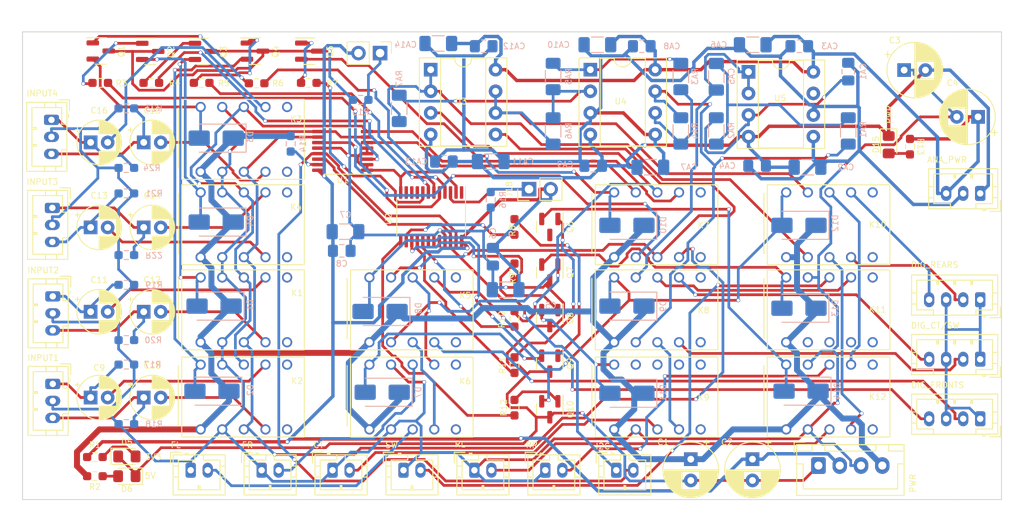
<source format=kicad_pcb>
(kicad_pcb (version 20221018) (generator pcbnew)
  (layers (0 "F.Cu" signal) (31 "B.Cu" signal) (34 "B.Paste" user) (35 "F.Paste" user) (36 "B.SilkS" user "B.Silkscreen") (37 "F.SilkS" user "F.Silkscreen") (38 "B.Mask" user) (39 "F.Mask" user) (44 "Edge.Cuts" user))
  (net 0 "")
  (net 1 "SCL")
  (net 2 "SDA")
  (net 3 "GND")
  (net 4 "AGND")
  (net 5 "FL")
  (net 6 "FR")
  (net 7 "CT")
  (net 8 "SW")
  (net 9 "RL")
  (net 10 "FL_DIG")
  (net 11 "FL_A")
  (net 12 "FR_A")
  (net 13 "FR_DIG")
  (net 14 "CT_DIG")
  (net 15 "CT_A")
  (net 16 "SW_A")
  (net 17 "SW_DIG")
  (net 18 "RL_DIG")
  (net 19 "RL_A")
  (net 20 "RR_A")
  (net 21 "RR_DIG")
  (net 22 "RCA1_L")
  (net 23 "RCA1_R")
  (net 24 "RCA2_L")
  (net 25 "RCA2_R")
  (net 26 "RCA3_L")
  (net 27 "RCA4_L")
  (net 28 "RCA4_R")
  (net 29 "5CHGND")
  (net 30 "FR_AIN")
  (net 31 "FL_AIN")
  (net 32 "FR_AV")
  (net 33 "FL_AV")
  (net 34 "V-")
  (net 35 "V+")
  (net 36 "Net-(U5-InA+)")
  (net 40 "OPGND")
  (net 41 "3V3")
  (net 42 "5V")
  (net 43 "Net-(D5-A)")
  (net 44 "Net-(Q1-B)")
  (net 45 "Net-(Q2-B)")
  (net 46 "Net-(Q3-B)")
  (net 47 "Net-(Q4-B)")
  (net 48 "Net-(Q5-B)")
  (net 49 "RCA4")
  (net 50 "RCA3")
  (net 51 "RCA2")
  (net 52 "RCA1")
  (net 53 "VOLCTL")
  (net 54 "Net-(Q6-B)")
  (net 55 "DIGCTL")
  (net 56 "RR")
  (net 57 "SW_SIG")
  (net 58 "RR_SIG")
  (net 59 "Net-(U1-VCC)")
  (net 60 "Net-(U4-InB-)")
  (net 61 "Net-(U4-OutA)")
  (net 62 "Net-(U4-InA-)")
  (net 63 "FR_SIG")
  (net 64 "Net-(Q7-B)")
  (net 65 "Net-(Q8-B)")
  (net 66 "Net-(Q9-B)")
  (net 67 "Net-(Q10-B)")
  (net 68 "FRONT_EN")
  (net 69 "CT_EN")
  (net 70 "SW_EN")
  (net 71 "REARS_EN")
  (net 80 "Net-(D15-A)")
  (net 81 "FL_SIG")
  (net 82 "CT_SIG")
  (net 83 "RL_SIG")
  (net 84 "Net-(D1-A)")
  (net 85 "Net-(D2-A)")
  (net 86 "Net-(D3-A)")
  (net 87 "Net-(D4-A)")
  (net 88 "Net-(D11-A)")
  (net 89 "Net-(D7-A)")
  (net 90 "Net-(D10-A)")
  (net 91 "Net-(D12-A)")
  (net 92 "Net-(D13-A)")
  (net 93 "Net-(D14-A)")
  (net 98 "Net-(CA5-Pad2)")
  (net 99 "Net-(D6-A)")
  (net 100 "POT_A1")
  (net 101 "GPIO_A2")
  (net 102 "Net-(J4-Pin_1)")
  (net 103 "Net-(J4-Pin_3)")
  (net 104 "Net-(J3-Pin_1)")
  (net 105 "Net-(J3-Pin_3)")
  (net 106 "Net-(J2-Pin_3)")
  (net 107 "Net-(J2-Pin_1)")
  (net 108 "RCA3_R")
  (net 109 "Net-(J1-Pin_3)")
  (net 110 "Net-(J1-Pin_1)")
  (footprint "Capacitor_THT:CP_Radial_D6.3mm_P2.50mm" (layer "F.Cu") (at 191 113.25 -90)
    (fp_text reference "C1")
    (fp_text value "100u")
  )
  (footprint "Package_DIP:DIP-8_W7.62mm_Socket" (layer "F.Cu") (at 197.78 67.7)
    (fp_text reference "U5")
    (fp_text value "OPA2134")
  )
  (footprint "Package_DIP:DIP-8_W7.62mm_Socket" (layer "F.Cu") (at 179.2 67.45)
    (fp_text reference "U4")
    (fp_text value "OPA2134")
  )
  (footprint "Connector_JST:JST_PH_B2B-PH-K_1x02_P2.00mm_Vertical" (layer "F.Cu") (at 165.5833 114.55)
    (fp_text reference "J9" hide)
    (fp_text value "Conn_01x02_Pin")
  )
  (footprint "Resistor_SMD:R_0603_1608Metric_Pad0.98x0.95mm_HandSolder" (layer "F.Cu") (at 170.29 102.1906 90)
    (fp_text reference "R11")
    (fp_text value "1K")
  )
  (footprint "Package_TO_SOT_SMD:SOT-23" (layer "F.Cu") (at 146.1875 65.27)
    (fp_text reference "Q5")
    (fp_text value "BC859")
  )
  (footprint "MountingHole:MountingHole_3.2mm_M3" (layer "F.Cu") (at 225 115.5)
    (fp_text reference "H4" hide)
    (fp_text value "MountingHole")
  )
  (footprint "Capacitor_THT:CP_Radial_D6.3mm_P2.50mm" (layer "F.Cu") (at 216.0676 67.5)
    (fp_text reference "C3")
    (fp_text value "100u")
  )
  (footprint "Package_SO:TSSOP-24_4.4x7.8mm_P0.65mm" (layer "F.Cu") (at 160.5 84.75 -90)
    (fp_text reference "U2")
    (fp_text value "TCA9555")
  )
  (footprint "Connector_JST:JST_PH_B4B-PH-K_1x04_P2.00mm_Vertical" (layer "F.Cu") (at 225 108.5 180)
    (fp_text reference "J15" hide)
    (fp_text value "Conn_01x04_Pin")
  )
  (footprint "Resistor_SMD:R_0603_1608Metric_Pad0.98x0.95mm_HandSolder" (layer "F.Cu") (at 170.29 96.7468 90)
    (fp_text reference "R10")
    (fp_text value "1K")
  )
  (footprint "Connector_JST:JST_PH_B2B-PH-K_1x02_P2.00mm_Vertical" (layer "F.Cu") (at 157.25 114.55)
    (fp_text reference "J8" hide)
    (fp_text value "Conn_01x02_Pin")
  )
  (footprint "Connector_JST:JST_PH_B3B-PH-K_1x03_P2.00mm_Vertical" (layer "F.Cu") (at 116 83.7 -90)
    (fp_text reference "J2" hide)
    (fp_text value "Conn_01x03_Pin")
  )
  (footprint "Connector_JST:JST_PH_B3B-PH-K_1x03_P2.00mm_Vertical" (layer "F.Cu") (at 225 82 180)
    (fp_text reference "J16" hide)
    (fp_text value "Conn_01x03_Pin")
  )
  (footprint "Resistor_SMD:R_0603_1608Metric_Pad0.98x0.95mm_HandSolder" (layer "F.Cu") (at 121.6275 69 180)
    (fp_text reference "R3")
    (fp_text value "1K")
  )
  (footprint "Components:KEMET EA2" (layer "F.Cu") (at 138.5 95.69)
    (fp_text reference "K1")
    (fp_text value "EC2-5NU")
  )
  (footprint "Resistor_SMD:R_0603_1608Metric_Pad0.98x0.95mm_HandSolder" (layer "F.Cu") (at 127.6275 69 180)
    (fp_text reference "R4")
    (fp_text value "1K")
  )
  (footprint "Package_TO_SOT_SMD:SOT-23" (layer "F.Cu") (at 174.44 102.0206 -90)
    (fp_text reference "Q9")
    (fp_text value "BC859")
  )
  (footprint "LED_SMD:LED_0805_2012Metric_Pad1.15x1.40mm_HandSolder" (layer "F.Cu") (at 124.755 112.925)
    (fp_text reference "D5")
    (fp_text value "YELLOW")
  )
  (footprint "Components:KEMET EA2" (layer "F.Cu") (at 187.08 105.94)
    (fp_text reference "K9")
    (fp_text value "EC2-5NU")
  )
  (footprint "Connector_JST:JST_PH_B2B-PH-K_1x02_P2.00mm_Vertical" (layer "F.Cu") (at 140.5833 114.55)
    (fp_text reference "J6" hide)
    (fp_text value "Conn_01x02_Pin")
  )
  (footprint "Resistor_SMD:R_0603_1608Metric_Pad0.98x0.95mm_HandSolder" (layer "F.Cu") (at 121 115.25)
    (fp_text reference "R2")
    (fp_text value "670R")
  )
  (footprint "Capacitor_THT:CP_Radial_D5.0mm_P2.00mm" (layer "F.Cu") (at 120.5 86)
    (fp_text reference "C13")
    (fp_text value "10u")
  )
  (footprint "MountingHole:MountingHole_3.2mm_M3" (layer "F.Cu") (at 115 65.5)
    (fp_text reference "H1" hide)
    (fp_text value "MountingHole")
  )
  (footprint "Components:KEMET EA2" (layer "F.Cu") (at 207.29 85.69)
    (fp_text reference "K10")
    (fp_text value "EC2-5NU")
  )
  (footprint "Connector_JST:JST_XH_B4B-XH-A_1x04_P2.50mm_Vertical" (layer "F.Cu") (at 206 114)
    (fp_text reference "J12" hide)
    (fp_text value "Conn_01x04_Pin")
  )
  (footprint "Resistor_SMD:R_0603_1608Metric_Pad0.98x0.95mm_HandSolder" (layer "F.Cu") (at 170.29 85.9406 90)
    (fp_text reference "R8")
    (fp_text value "1K")
  )
  (footprint "Package_TO_SOT_SMD:SOT-23" (layer "F.Cu") (at 127.4975 65.3)
    (fp_text reference "Q2")
    (fp_text value "BC859")
  )
  (footprint "Connector_JST:JST_PH_B3B-PH-K_1x03_P2.00mm_Vertical" (layer "F.Cu") (at 116.05 94.1 -90)
    (fp_text reference "J3" hide)
    (fp_text value "Conn_01x03_Pin")
  )
  (footprint "Capacitor_THT:CP_Radial_D5.0mm_P2.00mm" (layer "F.Cu") (at 126.7354 86)
    (fp_text reference "C14")
    (fp_text value "10u")
  )
  (footprint "Connector_JST:JST_PH_B3B-PH-K_1x03_P2.00mm_Vertical" (layer "F.Cu") (at 116.05 104.4 -90)
    (fp_text reference "J4" hide)
    (fp_text value "Conn_01x03_Pin")
  )
  (footprint "Package_TO_SOT_SMD:SOT-23" (layer "F.Cu") (at 174.44 85.9406 -90)
    (fp_text reference "Q6")
    (fp_text value "BC859")
  )
  (footprint "LED_SMD:LED_0805_2012Metric_Pad1.15x1.40mm_HandSolder" (layer "F.Cu") (at 124.75 115.25 180)
    (fp_text reference "D6")
    (fp_text value "BLUE")
  )
  (footprint "Capacitor_THT:CP_Radial_D5.0mm_P2.00mm" (layer "F.Cu") (at 126.7354 106)
    (fp_text reference "C10")
    (fp_text value "10u")
  )
  (footprint "Capacitor_THT:CP_Radial_D6.3mm_P2.50mm" (layer "F.Cu") (at 198.25 113.25 -90)
    (fp_text reference "C2")
    (fp_text value "100u")
  )
  (footprint "Resistor_SMD:R_0603_1608Metric_Pad0.98x0.95mm_HandSolder" (layer "F.Cu") (at 121 113)
    (fp_text reference "R1")
    (fp_text value "430R")
  )
  (footprint "Package_DIP:DIP-8_W7.62mm_Socket" (layer "F.Cu") (at 160.45 67.45)
    (fp_text reference "U3")
    (fp_text value "OPA2134")
  )
  (footprint "Connector_PinHeader_2.54mm:PinHeader_1x02_P2.54mm_Vertical" (layer "F.Cu") (at 154.5 65.5 -90)
    (fp_text reference "J17" hide)
    (fp_text value "Conn_01x02_Pin")
  )
  (footprint "Capacitor_THT:CP_Radial_D5.0mm_P2.00mm" (layer "F.Cu") (at 126.7354 95.9155)
    (fp_text reference "C12")
    (fp_text value "10u")
  )
  (footprint "Components:KEMET EA2" (layer "F.Cu") (at 207.29 95.69)
    (fp_text reference "K11")
    (fp_text value "EC2-5NU")
  )
  (footprint "Package_SO:TSSOP-16_4.4x5mm_P0.65mm" (layer "F.Cu") (at 150.1125 77 180)
    (fp_text reference "U1")
    (fp_text value "DS1881")
  )
  (footprint "Package_TO_SOT_SMD:SOT-23" (layer "F.Cu") (at 133.6875 65.3)
    (fp_text reference "Q3")
    (fp_text value "BC859")
  )
  (footprint "Connector_JST:JST_PH_B2B-PH-K_1x02_P2.00mm_Vertical" (layer "F.Cu") (at 132.25 114.55)
    (fp_text reference "J5" hide)
    (fp_text value "Conn_01x02_Pin")
  )
  (footprint "Components:KEMET EA2" (layer "F.Cu") (at 187.08 95.69)
    (fp_text reference "K8")
    (fp_text value "EC2-5NU")
  )
  (footprint "Capacitor_THT:CP_Radial_D6.3mm_P2.50mm" (layer "F.Cu") (at 224.75 73 180)
    (fp_text reference "C4")
    (fp_text value "100u")
  )
  (footprint "Components:KEMET EA2" (layer "F.Cu") (at 138.5 105.94)
    (fp_text reference "K2")
    (fp_text value "KEMET ")
  )
  (footprint "Package_TO_SOT_SMD:SOT-23" (layer "F.Cu") (at 139.795 65.27)
    (fp_text reference "Q4")
    (fp_text value "BC859")
  )
  (footprint "Capacitor_THT:CP_Radial_D5.0mm_P2.00mm" (layer "F.Cu") (at 120.5 106)
    (fp_text reference "C9")
    (fp_text value "10u")
  )
  (footprint "Capacitor_THT:CP_Radial_D5.0mm_P2.00mm" (layer "F.Cu") (at 120.5 76)
    (fp_text reference "C16")
    (fp_text value "10u")
  )
  (footprint "Package_TO_SOT_SMD:SOT-23" (layer "F.Cu") (at 174.44 96.6606 -90)
    (fp_text reference "Q8")
    (fp_text value "BC859")
  )
  (footprint "Connector_JST:JST_PH_B2B-PH-K_1x02_P2.00mm_Vertical" (layer "F.Cu") (at 148.9167 114.55)
    (fp_text reference "J7" hide)
    (fp_text value "Conn_01x02_Pin")
  )
  (footprint "Connector_JST:JST_PH_B4B-PH-K_1x04_P2.00mm_Vertical" (layer "F.Cu") (at 225 94.5 180)
    (fp_text reference "J13" hide)
    (fp_text value "Conn_01x04_Pin")
  )
  (footprint "Package_TO_SOT_SMD:SOT-23" (layer "F.Cu") (at 174.44 107.3806 -90)
    (fp_text reference "Q10")
    (fp_text value "BC859")
  )
  (footprint "Components:KEMET EA2" (layer "F.Cu") (at 138.5 85.69)
    (fp_text reference "K4")
    (fp_text value "EC2-5NU")
  )
  (footprint "Connector_PinHeader_2.54mm:PinHeader_1x02_P2.54mm_Vertical" (layer "F.Cu") (at 172 81.5 90)
    (fp_text reference "J18")
    (fp_text value "Conn_01x02_Pin")
  )
  (footprint "Connector_JST:JST_PH_B4B-PH-K_1x04_P2.00mm_Vertical" (layer "F.Cu") (at 225 101.5 180)
    (fp_text reference "J14" hide)
    (fp_text value "Conn_01x04_Pin")
  )
  (footprint "Connector_JST:JST_PH_B2B-PH-K_1x02_P2.00mm_Vertical" (layer "F.Cu") (at 182.25 114.55)
    (fp_text reference "J11" hide)
    (fp_text value "Conn_01x02_Male")
  )
  (footprint "Connector_JST:JST_PH_B2B-PH-K_1x02_P2.00mm_Vertical" (layer "F.Cu") (at 173.9167 114.55)
    (fp_text reference "J10" hide)
    (fp_text value "Conn_01x02_Pin")
  )
  (footprint "MountingHole:MountingHole_3.2mm_M3" (layer "F.Cu") (at 115 115.5)
    (fp_text reference "H2" hide)
    (fp_text value "MountingHole")
  )
  (footprint "Components:KEMET EA2" (layer "F.Cu") (at 207.29 105.94)
    (fp_text reference "K12")
    (fp_text value "EC2-5NU")
  )
  (footprint "Resistor_SMD:R_0603_1608Metric_Pad0.98x0.95mm_HandSolder" (layer "F.Cu") (at 170.29 107.1906 90)
    (fp_text reference "R12")
    (fp_text value "1K")
  )
  (footprint "MountingHole:MountingHole_3.2mm_M3" (layer "F.Cu") (at 225 65.5)
    (fp_text reference "H3" hide)
    (fp_text value "MountingHole")
  )
  (footprint "Resistor_SMD:R_0603_1608Metric_Pad0.98x0.95mm_HandSolder" (layer "F.Cu") (at 216.75 76.5 -90)
    (fp_text reference "R13")
    (fp_text value "5K")
  )
  (footprint "Components:KEMET EA2" (layer "F.Cu") (at 158.33 95.69)
    (fp_text reference "K5")
    (fp_text value "EC2-5NU")
  )
  (footprint "Components:KEMET EA2" (layer "F.Cu") (at 158.33 105.94)
    (fp_text reference "K6")
    (fp_text value "EC2-5NU")
  )
  (footprint "Components:KEMET EA2" (layer "F.Cu") (at 138.5 75.6433)
    (fp_text reference "K3")
    (fp_text value "EC2-5NU")
  )
  (footprint "Resistor_SMD:R_0603_1608Metric_Pad0.98x0.95mm_HandSolder" (layer "F.Cu") (at 170.29 91.1625 90)
    (fp_text reference "R9")
    (fp_text value "1K")
  )
  (footprint "Package_TO_SOT_SMD:SOT-23" (layer "F.Cu") (at 174.44 91.3006 -90)
    (fp_text reference "Q7")
    (fp_text value "BC859")
  )
  (footprint "LED_SMD:LED_0805_2012Metric_Pad1.15x1.40mm_HandSolder" (layer "F.Cu") (at 214.25 76.275 -90)
    (fp_text reference "D15")
    (fp_text value "WHITE")
  )
  (footprint "Package_TO_SOT_SMD:SOT-23" (layer "F.Cu") (at 121.6875 65.25)
    (fp_text reference "Q1")
    (fp_text value "BC859")
  )
  (footprint "Resistor_SMD:R_0603_1608Metric_Pad0.98x0.95mm_HandSolder" (layer "F.Cu") (at 133.54 69 180)
    (fp_text reference "R5")
    (fp_text value "1K")
  )
  (footprint "Components:KEMET EA2" (layer "F.Cu") (at 187.08 85.69)
    (fp_text reference "K7")
    (fp_text value "EC2-5NU")
  )
  (footprint "Resistor_SMD:R_0603_1608Metric_Pad0.98x0.95mm_HandSolder" (layer "F.Cu") (at 146.1275 69 180)
    (fp_text reference "R7")
    (fp_text value "1K")
  )
  (footprint "Capacitor_THT:CP_Radial_D5.0mm_P2.00mm" (layer "F.Cu") (at 120.5 95.9155)
    (fp_text reference "C11")
    (fp_text value "10u")
  )
  (footprint "Capacitor_THT:CP_Radial_D5.0mm_P2.00mm" (layer "F.Cu") (at 126.7354 76)
    (fp_text reference "C15")
    (fp_text value "10u")
  )
  (footprint "Resistor_SMD:R_0603_1608Metric_Pad0.98x0.95mm_HandSolder" (layer "F.Cu") (at 140 69.05 180)
    (fp_text reference "R6")
    (fp_text value "1K")
  )
  (footprint "Connector_JST:JST_PH_B3B-PH-K_1x03_P2.00mm_Vertical" (layer "F.Cu") (at 115.9 73.35 -90)
    (fp_text reference "J1" hide)
    (fp_text value "Conn_01x03_Pin")
  )
  (footprint "Resistor_SMD:R_0603_1608Metric_Pad0.98x0.95mm_HandSolder" (layer "B.Cu") (at 124.6928 72)
    (fp_text reference "R23")
    (fp_text value "10K")
  )
  (footprint "Diode_SMD:D_SMA" (layer "B.Cu") (at 135.25 85.3667 180)
    (fp_text reference "D4")
    (fp_text value "1N4001")
  )
  (footprint "Diode_SMD:D_SMA" (layer "B.Cu") (at 135.25 75.5 180)
    (fp_text reference "D3")
    (fp_text value "1N4001")
  )
  (footprint "Resistor_SMD:R_1206_3216Metric_Pad1.30x1.75mm_HandSolder" (layer "B.Cu") (at 189.83 68.25 90)
    (fp_text reference "RA3")
    (fp_text value "1K")
  )
  (footprint "Capacitor_SMD:C_0805_2012Metric_Pad1.18x1.45mm_HandSolder" (layer "B.Cu") (at 209.4994 67.68 -90)
    (fp_text reference "CA1")
    (fp_text value "10n")
  )
  (footprint "Capacitor_SMD:C_0805_2012Metric_Pad1.18x1.45mm_HandSolder" (layer "B.Cu") (at 203.7464 64.69)
    (fp_text reference "CA3")
    (fp_text value "0.1u")
  )
  (footprint "Resistor_SMD:R_1206_3216Metric_Pad1.30x1.75mm_HandSolder" (layer "B.Cu") (at 174.83 68.25 90)
    (fp_text reference "RA5")
    (fp_text value "1K")
  )
  (footprint "Resistor_SMD:R_1206_3216Metric_Pad1.30x1.75mm_HandSolder" (layer "B.Cu") (at 209.4994 74.6511 90)
    (fp_text reference "RA1")
    (fp_text value "7.5K")
  )
  (footprint "Capacitor_SMD:C_1206_3216Metric_Pad1.33x1.80mm_HandSolder" (layer "B.Cu") (at 204.7125 78.92 180)
    (fp_text reference "CA2")
    (fp_text value "10u")
  )
  (footprint "Resistor_SMD:R_0603_1608Metric_Pad0.98x0.95mm_HandSolder" (layer "B.Cu") (at 124.6928 99.25)
    (fp_text reference "R20")
    (fp_text value "10K")
  )
  (footprint "Resistor_SMD:R_1206_3216Metric_Pad1.30x1.75mm_HandSolder" (layer "B.Cu") (at 194 74.6511 90)
    (fp_text reference "RA2")
    (fp_text value "130K")
  )
  (footprint "Diode_SMD:D_SMA" (layer "B.Cu") (at 135 95.25 180)
    (fp_text reference "D1")
    (fp_text value "1N4001")
  )
  (footprint "Capacitor_SMD:C_1206_3216Metric_Pad1.33x1.80mm_HandSolder" (layer "B.Cu") (at 186.25 78.92 180)
    (fp_text reference "CA7")
    (fp_text value "10u")
  )
  (footprint "Capacitor_SMD:C_1206_3216Metric_Pad1.33x1.80mm_HandSolder" (layer "B.Cu") (at 161.3425 64.37)
    (fp_text reference "CA14")
    (fp_text value "10u")
  )
  (footprint "Diode_SMD:D_SMA" (layer "B.Cu") (at 183.5 85.75 180)
    (fp_text reference "D10")
    (fp_text value "1N4001")
  )
  (footprint "Capacitor_SMD:C_0805_2012Metric_Pad1.18x1.45mm_HandSolder" (layer "B.Cu") (at 198.7875 78.75)
    (fp_text reference "CA4")
    (fp_text value "0.1u")
  )
  (footprint "Resistor_SMD:R_0603_1608Metric_Pad0.98x0.95mm_HandSolder" (layer "B.Cu") (at 124.6928 92.75 180)
    (fp_text reference "R19")
    (fp_text value "10K")
  )
  (footprint "Diode_SMD:D_SMA" (layer "B.Cu") (at 203.96 105.25 180)
    (fp_text reference "D14")
    (fp_text value "1N4001")
  )
  (footprint "Resistor_SMD:R_0603_1608Metric_Pad0.98x0.95mm_HandSolder" (layer "B.Cu") (at 144 76.1625 90)
    (fp_text reference "R14")
    (fp_text value "0R")
  )
  (footprint "Capacitor_SMD:C_0805_2012Metric_Pad1.18x1.45mm_HandSolder" (layer "B.Cu") (at 162 78.25)
    (fp_text reference "CA13")
    (fp_text value "0.1u")
  )
  (footprint "Diode_SMD:D_SMA" (layer "B.Cu") (at 183.5 95.25 180)
    (fp_text reference "D9")
    (fp_text value "1N4001")
  )
  (footprint "Capacitor_SMD:C_1206_3216Metric_Pad1.33x1.80mm_HandSolder" (layer "B.Cu") (at 198.28 64.52)
    (fp_text reference "CA6")
    (fp_text value "10u")
  )
  (footprint "Resistor_SMD:R_0603_1608Metric_Pad0.98x0.95mm_HandSolder" (layer "B.Cu") (at 152.22 71)
    (fp_text reference "R15")
    (fp_text value "670R")
  )
  (footprint "Resistor_SMD:R_0603_1608Metric_Pad0.98x0.95mm_HandSolder" (layer "B.Cu") (at 124.6928 82 180)
    (fp_text reference "R21")
    (fp_text value "10K")
  )
  (footprint "Diode_SMD:D_SMA" (layer "B.Cu") (at 183.5 105.5 180)
    (fp_text reference "D11")
    (fp_text value "1N4001")
  )
  (footprint "Resistor_SMD:R_0603_1608Metric_Pad0.98x0.95mm_HandSolder" (layer "B.Cu") (at 124.6928 89.25)
    (fp_text reference "R22")
    (fp_text value "10K")
  )
  (footprint "Capacitor_SMD:C_0805_2012Metric_Pad1.18x1.45mm_HandSolder" (layer "B.Cu") (at 166.6753 64.69 180)
    (fp_text reference "CA12")
    (fp_text value "0.1u")
  )
  (footprint "Resistor_SMD:R_1206_3216Metric_Pad1.30x1.75mm_HandSolder" (layer "B.Cu") (at 156.75 72 90)
    (fp_text reference "RA7")
    (fp_text value "2K")
  )
  (footprint "Diode_SMD:D_SMA" (layer "B.Cu") (at 203.71 85.75 180)
    (fp_text reference "D12")
    (fp_text value "1N4001")
  )
  (footprint "Capacitor_SMD:C_1206_3216Metric_Pad1.33x1.80mm_HandSolder" (layer "B.Cu") (at 169.25 93.3206 180)
    (fp_text reference "C5")
    (fp_text value "10U")
  )
  (footprint "Resistor_SMD:R_1206_3216Metric_Pad1.30x1.75mm_HandSolder" (layer "B.Cu") (at 174.83 74.6511 90)
    (fp_text reference "RA6")
    (fp_text value "2K")
  )
  (footprint "Capacitor_SMD:C_1206_3216Metric_Pad1.33x1.80mm_HandSolder" (layer "B.Cu") (at 167.5 78.25 180)
    (fp_text reference "CA11")
    (fp_text value "10u")
  )
  (footprint "Resistor_SMD:R_0603_1608Metric_Pad0.98x0.95mm_HandSolder" (layer "B.Cu") (at 124.6928 102.1233 180)
    (fp_text reference "R17")
    (fp_text value "10K")
  )
  (footprint "Resistor_SMD:R_1206_3216Metric_Pad1.30x1.75mm_HandSolder" (layer "B.Cu") (at 189.83 74.6511 -90)
    (fp_text reference "RA4")
    (fp_text value "1K")
  )
  (footprint "Capacitor_SMD:C_1206_3216Metric_Pad1.33x1.80mm_HandSolder" (layer "B.Cu") (at 180.03 64.52)
    (fp_text reference "CA10")
    (fp_text value "10u")
  )
  (footprint "Capacitor_SMD:C_0805_2012Metric_Pad1.18x1.45mm_HandSolder" (layer "B.Cu") (at 179.5375 78.75)
    (fp_text reference "CA9")
    (fp_text value "0.1u")
  )
  (footprint "Resistor_SMD:R_0603_1608Metric_Pad0.98x0.95mm_HandSolder" (layer "B.Cu") (at 167.5 82.75 90)
    (fp_text reference "R16")
    (fp_text value "670R")
  )
  (footprint "Resistor_SMD:R_0603_1608Metric_Pad0.98x0.95mm_HandSolder" (layer "B.Cu") (at 124.6928 109.1233)
    (fp_text reference "R18")
    (fp_text value "10K")
  )
  (footprint "Capacitor_SMD:C_1206_3216Metric_Pad1.33x1.80mm_HandSolder" (layer "B.Cu") (at 150.4375 86.5)
    (fp_text reference "C7")
    (fp_text value "10U")
  )
  (footprint "Capacitor_SMD:C_0805_2012Metric_Pad1.18x1.45mm_HandSolder" (layer "B.Cu") (at 185.2464 64.69)
    (fp_text reference "CA8")
    (fp_text value "0.1u")
  )
  (footprint "Capacitor_SMD:C_0805_2012Metric_Pad1.18x1.45mm_HandSolder" (layer "B.Cu") (at 167.75 89.4406 -90)
    (fp_text reference "C6")
    (fp_text value "0.1U")
  )
  (footprint "Diode_SMD:D_SMA" (layer "B.Cu") (at 203.71 95.5 180)
    (fp_text reference "D13")
    (fp_text value "1N4001")
  )
  (footprint "Diode_SMD:D_SMA" (layer "B.Cu") (at 154.5 95.88 180)
    (fp_text reference "D8")
    (fp_text value "1N4001")
  )
  (footprint "Capacitor_SMD:C_1206_3216Metric_Pad1.33x1.80mm_HandSolder" (layer "B.Cu") (at 194 68.28 90)
    (fp_text reference "CA5")
    (fp_text value "100n")
  )
  (footprint "Capacitor_SMD:C_0805_2012Metric_Pad1.18x1.45mm_HandSolder" (layer "B.Cu") (at 150 88.75)
    (fp_text reference "C8")
    (fp_text value "0.1U")
  )
  (footprint "Diode_SMD:D_SMA" (layer "B.Cu") (at 154.75 105.38 180)
    (fp_text reference "D7")
    (fp_text value "1N4001")
  )
  (footprint "Resistor_SMD:R_0603_1608Metric_Pad0.98x0.95mm_HandSolder" (layer "B.Cu") (at 124.6928 79)
    (fp_text reference "R24")
    (fp_text value "10K")
  )
  (footprint "Diode_SMD:D_SMA" (layer "B.Cu") (at 134.75 105.25 180)
    (fp_text reference "D2")
    (fp_text value "1N4001")
  )
  (gr_line (start 227.5 63) (end 227.5 118) (stroke (width 0.1)) (layer "Edge.Cuts"))
  (gr_line (start 112.5 63) (end 112.5 118) (stroke (width 0.1)) (layer "Edge.Cuts"))
  (gr_line (start 112.5 118) (end 222.5 118) (stroke (width 0.1)) (layer "Edge.Cuts"))
  (gr_line (start 227.5 118) (end 222.5 118) (stroke (width 0.1)) (layer "Edge.Cuts"))
  (gr_line (start 112.5 63) (end 222.5 63) (stroke (width 0.1)) (layer "Edge.Cuts"))
  (gr_line (start 222.5 63) (end 227.5 63) (stroke (width 0.1)) (layer "Edge.Cuts"))
  (gr_text "DIG_FRONTS" (at 216.8 104.95) (layer "F.SilkS") (effects (font (size 0.7 0.7) (thickness 0.1)) (justify left bottom)))
  (gr_text "DIG_CT/SW" (at 216.8 97.95) (layer "F.SilkS") (effects (font (size 0.7 0.7) (thickness 0.1)) (justify left bottom)))
  (gr_text "RR" (at 171.55 112) (layer "F.SilkS") (effects (font (size 0.7 0.7) (thickness 0.1)) (justify left bottom)))
  (gr_text "ANA_PWR" (at 218.7 78.45) (layer "F.SilkS") (effects (font (size 0.7 0.7) (thickness 0.1)) (justify left bottom)))
  (gr_text "FL\n" (at 129.85 112) (layer "F.SilkS") (effects (font (size 0.7 0.7) (thickness 0.1)) (justify left bottom)))
  (gr_text "SW" (at 155.05 112) (layer "F.SilkS") (effects (font (size 0.7 0.7) (thickness 0.1)) (justify left bottom)))
  (gr_text "INPUT4" (at 112.9 70.65) (layer "F.SilkS") (effects (font (size 0.7 0.7) (thickness 0.1)) (justify left bottom)))
  (gr_text "PWR" (at 214.75 73.89 90) (layer "F.SilkS") (effects (font (size 0.7 0.7) (thickness 0.1)) (justify left bottom)))
  (gr_text "INPUT3" (at 112.9 81.05) (layer "F.SilkS") (effects (font (size 0.7 0.7) (thickness 0.1)) (justify left bottom)))
  (gr_text "3V3" (at 126.8 113.4) (layer "F.SilkS") (effects (font (size 0.7 0.7) (thickness 0.1)) (justify left bottom)))
  (gr_text "INPUT2" (at 113 91.45) (layer "F.SilkS") (effects (font (size 0.7 0.7) (thickness 0.1)) (justify left bottom)))
  (gr_text "FR\n" (at 138.2 112) (layer "F.SilkS") (effects (font (size 0.7 0.7) (thickness 0.1)) (justify left bottom)))
  (gr_text "5V\n" (at 126.8 115.6) (layer "F.SilkS") (effects (font (size 0.7 0.7) (thickness 0.1)) (justify left bottom)))
  (gr_text "DIG_REARS" (at 216.8 90.8) (layer "F.SilkS") (effects (font (size 0.7 0.7) (thickness 0.1)) (justify left bottom)))
  (gr_text "INPUT1" (at 113 101.75) (layer "F.SilkS") (effects (font (size 0.7 0.7) (thickness 0.1)) (justify left bottom)))
  (gr_text "RL\n" (at 163.2 111.9) (layer "F.SilkS") (effects (font (size 0.7 0.7) (thickness 0.1)) (justify left bottom)))
  (gr_text "CT" (at 146.6 112) (layer "F.SilkS") (effects (font (size 0.7 0.7) (thickness 0.1)) (justify left bottom)))
  (gr_text "PWR" (at 217.5 117.25 90) (layer "F.SilkS") (effects (font (size 0.7 0.7) (thickness 0.1)) (justify left bottom)))
  (gr_text "I2C" (at 179.75 112.15) (layer "F.SilkS") (effects (font (size 0.7 0.7) (thickness 0.1)) (justify left bottom)))
  (segment (start 148.0864 77.975) (end 149.1096 78.9982) (width 0.32) (layer "F.Cu") (net 1))
  (segment (start 155.4883 85.6379) (end 161.6863 85.6379) (width 0.32) (layer "F.Cu") (net 1))
  (segment (start 162.775 88.3783) (end 168.9686 94.5719) (width 0.32) (layer "F.Cu") (net 1))
  (segment (start 171.4841 95.6079) (end 171.4841 96.4024) (width 0.32) (layer "F.Cu") (net 1))
  (segment (start 149.1096 79.2592) (end 155.4883 85.6379) (width 0.32) (layer "F.Cu") (net 1))
  (segment (start 161.6863 85.6379) (end 162.775 86.7266) (width 0.32) (layer "F.Cu") (net 1))
  (segment (start 162.775 86.7266) (end 162.775 87.6125) (width 0.32) (layer "F.Cu") (net 1))
  (segment (start 147.25 77.975) (end 148.0864 77.975) (width 0.32) (layer "F.Cu") (net 1))
  (segment (start 149.1096 78.9982) (end 149.1096 79.2592) (width 0.32) (layer "F.Cu") (net 1))
  (segment (start 162.775 87.6125) (end 162.775 88.3783) (width 0.32) (layer "F.Cu") (net 1))
  (segment (start 170.4481 94.5719) (end 171.4841 95.6079) (width 0.32) (layer "F.Cu") (net 1))
  (segment (start 168.9686 94.5719) (end 170.4481 94.5719) (width 0.32) (layer "F.Cu") (net 1))
  (via (at 171.4841 96.4024) (size 0.45) (drill 0.35) (layers "F.Cu" "B.Cu") (net 1))
  (segment (start 177.6817 101.8105) (end 175.8472 99.976) (width 0.32) (layer "B.Cu") (net 1))
  (segment (start 177.6817 109.9817) (end 177.6817 101.8105) (width 0.32) (layer "B.Cu") (net 1))
  (segment (start 182.25 114.55) (end 177.6817 109.9817) (width 0.32) (layer "B.Cu") (net 1))
  (segment (start 175.8472 99.976) (end 175.0577 99.976) (width 0.32) (layer "B.Cu") (net 1))
  (segment (start 175.0577 99.976) (end 171.4841 96.4024) (width 0.32) (layer "B.Cu") (net 1))
  (segment (start 146.4679 77.325) (end 145.1766 78.6163) (width 0.32) (layer "F.Cu") (net 2))
  (segment (start 149.6315 78.7696) (end 148.1869 77.325) (width 0.32) (layer "F.Cu") (net 2))
  (segment (start 162.2116 115.8116) (end 182.8442 115.8116) (width 0.32) (layer "F.Cu") (net 2))
  (segment (start 149.6315 79.043) (end 149.6315 78.7696) (width 0.32) (layer "F.Cu") (net 2))
  (segment (start 144.4215 113.2897) (end 146.9432 115.8114) (width 0.32) (layer "F.Cu") (net 2))
  (segment (start 182.8442 115.8116) (end 183.2881 115.3677) (width 0.32) (layer "F.Cu") (net 2))
  (segment (start 163.425 86.5731) (end 161.4918 84.6399) (width 0.32) (layer "F.Cu") (net 2))
  (segment (start 183.2881 115.3677) (end 183.2881 114.55) (width 0.32) (layer "F.Cu") (net 2))
  (segment (start 161.4918 84.6399) (end 155.2284 84.6399) (width 0.32) (layer "F.Cu") (net 2))
  (segment (start 159.6899 113.2899) (end 162.2116 115.8116) (width 0.32) (layer "F.Cu") (net 2))
  (segment (start 155.0123 113.2899) (end 159.6899 113.2899) (width 0.32) (layer "F.Cu") (net 2))
  (segment (start 163.425 87.6125) (end 163.425 86.5731) (width 0.32) (layer "F.Cu") (net 2))
  (segment (start 147.25 77.325) (end 146.4679 77.325) (width 0.32) (layer "F.Cu") (net 2))
  (segment (start 152.4908 115.8114) (end 155.0123 113.2899) (width 0.32) (layer "F.Cu") (net 2))
  (segment (start 184.25 114.55) (end 183.2881 114.55) (width 0.32) (layer "F.Cu") (net 2))
  (segment (start 146.9432 115.8114) (end 152.4908 115.8114) (width 0.32) (layer "F.Cu") (net 2))
  (segment (start 155.2284 84.6399) (end 149.6315 79.043) (width 0.32) (layer "F.Cu") (net 2))
  (segment (start 148.1869 77.325) (end 147.25 77.325) (width 0.32) (layer "F.Cu") (net 2))
  (via (at 144.4215 113.2897) (size 0.45) (drill 0.35) (layers "F.Cu" "B.Cu") (net 2))
  (via (at 145.1766 78.6163) (size 0.45) (drill 0.35) (layers "F.Cu" "B.Cu") (net 2))
  (segment (start 142.6016 86.7946) (end 145.1766 84.2196) (width 0.32) (layer "B.Cu") (net 2))
  (segment (start 142.6016 111.4698) (end 142.6016 86.7946) (width 0.32) (layer "B.Cu") (net 2))
  (segment (start 145.1766 84.2196) (end 145.1766 78.6163) (width 0.32) (layer "B.Cu") (net 2))
  (segment (start 144.4215 113.2897) (end 142.6016 111.4698) (width 0.32) (layer "B.Cu") (net 2))
  (segment (start 170.7599 102.1907) (end 169.8368 102.1907) (width 0.32) (layer "F.Cu") (net 3))
  (segment (start 147.125 65.27) (end 148.5891 65.27) (width 0.32) (layer "F.Cu") (net 3))
  (segment (start 162.125 87.6125) (end 162.125 86.8615) (width 0.32) (layer "F.Cu") (net 3))
  (segment (start 156.925 81.8875) (end 156.925 80.0862) (width 0.32) (layer "F.Cu") (net 3))
  (segment (start 137.7843 67.2846) (end 137.5217 67.5472) (width 0.32) (layer "F.Cu") (net 3))
  (segment (start 152.975 78.625) (end 152.2336 78.625) (width 0.32) (layer "F.Cu") (net 3))
  (segment (start 175.0094 97.5981) (end 176.0658 96.5417) (width 0.32) (layer "F.Cu") (net 3))
  (segment (start 169.4361 106.777) (end 169.4361 105.6031) (width 0.32) (layer "F.Cu") (net 3))
  (segment (start 156.925 80.0862) (end 157.521 79.4902) (width 0.32) (layer "F.Cu") (net 3))
  (segment (start 125.775 114.9047) (end 125.7097 114.9047) (width 0.32) (layer "F.Cu") (net 3))
  (segment (start 147.125 65.27) (end 140.7325 65.27) (width 0.32) (layer "F.Cu") (net 3))
  (segment (start 172.6237 97.5981) (end 174.44 97.5981) (width 0.32) (layer "F.Cu") (net 3))
  (segment (start 150.7523 77.5399) (end 151.7201 77.5399) (width 0.32) (layer "F.Cu") (net 3))
  (segment (start 176.0658 94.883) (end 173.9305 92.7476) (width 0.32) (layer "F.Cu") (net 3))
  (segment (start 125.775 114.9047) (end 125.775 115.25) (width 0.32) (layer "F.Cu") (net 3))
  (segment (start 122.625 65.25) (end 122.675 65.3) (width 0.32) (layer "F.Cu") (net 3))
  (segment (start 172.8446 108.3181) (end 174.44 108.3181) (width 0.32) (layer "F.Cu") (net 3))
  (segment (start 140.7325 65.27) (end 140.7325 65.8409) (width 0.32) (layer "F.Cu") (net 3))
  (segment (start 137.5217 67.5472) (end 133.0342 67.5472) (width 0.32) (layer "F.Cu") (net 3))
  (segment (start 169.4487 100.7731) (end 172.6237 97.5981) (width 0.32) (layer "F.Cu") (net 3))
  (segment (start 125.424 69.0935) (end 125.424 65.3) (width 0.32) (layer "F.Cu") (net 3))
  (segment (start 171.3351 111.4294) (end 172.8446 109.9199) (width 0.32) (layer "F.Cu") (net 3))
  (segment (start 174.9276 107.8305) (end 178.2686 107.8305) (width 0.32) (layer "F.Cu") (net 3))
  (segment (start 125.424 65.3) (end 128.435 65.3) (width 0.32) (layer "F.Cu") (net 3))
  (segment (start 169.8482 107.1891) (end 169.4361 106.777) (width 0.32) (layer "F.Cu") (net 3))
  (segment (start 140.7325 65.27) (end 134.655 65.27) (width 0.32) (layer "F.Cu") (net 3))
  (segment (start 128.777 111.9027) (end 148.1067 111.9027) (width 0.32) (layer "F.Cu") (net 3))
  (segment (start 156.925 80.0862) (end 156.1138 79.275) (width 0.32) (layer "F.Cu") (net 3))
  (segment (start 169.4361 105.6031) (end 171.8042 103.235) (width 0.32) (layer "F.Cu") (net 3))
  (segment (start 163.425 81.1134) (end 163.425 81.8875) (width 0.32) (layer "F.Cu") (net 3))
  (segment (start 125.775 114.9047) (end 128.777 111.9027) (width 0.32) (layer "F.Cu") (net 3))
  (segment (start 140.7325 65.8409) (end 139.2888 67.2846) (width 0.32) (layer "F.Cu") (net 3))
  (segment (start 171.8042 103.235) (end 170.7599 102.1907) (width 0.32) (layer "F.Cu") (net 3))
  (segment (start 172.0811 102.9581) (end 174.44 102.9581) (width 0.32) (layer "F.Cu") (net 3))
  (segment (start 172.8446 109.9199) (end 172.8446 108.3181) (width 0.32) (layer "F.Cu") (net 3))
  (segment (start 125.7097 114.9047) (end 123.73 112.925) (width 0.32) (layer "F.Cu") (net 3))
  (segment (start 130.8957 68.0691) (end 129.1016 69.8632) (width 0.32) (layer "F.Cu") (net 3))
  (segment (start 169.4487 101.8026) (end 169.4487 100.7731) (width 0.32) (layer "F.Cu") (net 3))
  (segment (start 172.8446 108.3181) (end 171.7156 107.1891) (width 0.32) (layer "F.Cu") (net 3))
  (segment (start 169.8368 102.1907) (end 169.4487 101.8026) (width 0.32) (layer "F.Cu") (net 3))
  (segment (start 132.5123 68.0691) (end 130.8957 68.0691) (width 0.32) (layer "F.Cu") (net 3))
  (segment (start 148.1067 111.9027) (end 148.58 111.4294) (width 0.32) (layer "F.Cu") (net 3))
  (segment (start 149.8874 76.675) (end 150.7523 77.5399) (width 0.32) (layer "F.Cu") (net 3))
  (segment (start 176.0658 96.5417) (end 176.0658 94.883) (width 0.32) (layer "F.Cu") (net 3))
  (segment (start 148.58 111.4294) (end 171.3351 111.4294) (width 0.32) (layer "F.Cu") (net 3))
  (segment (start 171.7156 107.1891) (end 169.8482 107.1891) (width 0.32) (layer "F.Cu") (net 3))
  (segment (start 173.9305 92.7476) (end 174.44 92.2381) (width 0.32) (layer "F.Cu") (net 3))
  (segment (start 206 114) (end 204.25 115.75) (width 0.32) (layer "F.Cu") (net 3))
  (segment (start 147.25 76.675) (end 149.8874 76.675) (width 0.32) (layer "F.Cu") (net 3))
  (segment (start 139.2888 67.2846) (end 137.7843 67.2846) (width 0.32) (layer "F.Cu") (net 3))
  (segment (start 151.8645 78.2559) (end 151.8645 77.6843) (width 0.32) (layer "F.Cu") (net 3))
  (segment (start 163.4249 81.1134) (end 163.425 81.1134) (width 0.32) (layer "F.Cu") (net 3))
  (segment (start 152.2238 77.325) (end 152.975 77.325) (width 0.32) (layer "F.Cu") (net 3))
  (segment (start 129.1016 69.8632) (end 126.1937 69.8632) (width 0.32) (layer "F.Cu") (net 3))
  (segment (start 122.675 65.3) (end 125.424 65.3) (width 0.32) (layer "F.Cu") (net 3))
  (segment (start 133.0342 67.5472) (end 132.5123 68.0691) (width 0.32) (layer "F.Cu") (net 3))
  (segment (start 157.521 79.4902) (end 161.8017 79.4902) (width 0.32) (layer "F.Cu") (net 3))
  (segment (start 204.25 115.75) (end 198.25 115.75) (width 0.32) (layer "F.Cu") (net 3))
  (segment (start 198.25 115.75) (end 191 115.75) (width 0.32) (layer "F.Cu") (net 3))
  (segment (start 156.1138 79.275) (end 152.975 79.275) (width 0.32) (layer "F.Cu") (net 3))
  (segment (start 151.8645 77.6843) (end 152.2238 77.325) (width 0.32) (layer "F.Cu") (net 3))
  (segment (start 161.5897 86.3262) (end 161.5106 86.3262) (width 0.32) (layer "F.Cu") (net 3))
  (segment (start 161.8017 79.4902) (end 163.4249 81.1134) (width 0.32) (layer "F.Cu") (net 3))
  (segment (start 173.6265 93.0516) (end 173.9305 92.7476) (width 0.32) (layer "F.Cu") (net 3))
  (segment (start 162.125 86.8615) (end 161.5897 86.3262) (width 0.32) (layer "F.Cu") (net 3))
  (segment (start 171.8042 103.235) (end 172.0811 102.9581) (width 0.32) (layer "F.Cu") (net 3))
  (segment (start 174.44 108.3181) (end 174.9276 107.8305) (width 0.32) (layer "F.Cu") (net 3))
  (segment (start 126.1937 69.8632) (end 125.424 69.0935) (width 0.32) (layer "F.Cu") (net 3))
  (segment (start 134.655 65.27) (end 134.625 65.3) (width 0.32) (layer "F.Cu") (net 3))
  (segment (start 169.264 93.0516) (end 173.6265 93.0516) (width 0.32) (layer "F.Cu") (net 3))
  (segment (start 151.7201 77.5399) (end 151.8645 77.6843) (width 0.32) (layer "F.Cu") (net 3))
  (segment (start 174.44 97.5981) (end 175.0094 97.5981) (width 0.32) (layer "F.Cu") (net 3))
  (segment (start 152.975 77.325) (end 152.975 76.675) (width 0.32) (layer "F.Cu") (net 3))
  (segment (start 152.2336 78.625) (end 151.8645 78.2559) (width 0.32) (layer "F.Cu") (net 3))
  (segment (start 152.975 79.275) (end 152.975 78.625) (width 0.32) (layer "F.Cu") (net 3))
  (via (at 178.2686 107.8305) (size 0.45) (drill 0.35) (layers "F.Cu" "B.Cu") (net 3))
  (via (at 161.5106 86.3262) (size 0.45) (drill 0.35) (layers "F.Cu" "B.Cu") (net 3))
  (via (at 148.5891 65.27) (size 0.45) (drill 0.35) (layers "F.Cu" "B.Cu") (net 3))
  (via (at 169.264 93.0516) (size 0.45) (drill 0.35) (layers "F.Cu" "B.Cu") (net 3))
  (via (at 150.7523 77.5399) (size 0.45) (drill 0.35) (layers "F.Cu" "B.Cu") (net 3))
  (segment (start 150.9309 77.5399) (end 150.7523 77.5399) (width 0.32) (layer "B.Cu") (net 3))
  (segment (start 167.75 93.2581) (end 167.6875 93.3206) (width 0.32) (layer "B.Cu") (net 3))
  (segment (start 167.75 90.4781) (end 167.75 93.0516) (width 0.32) (layer "B.Cu") (net 3))
  (segment (start 161.5069 86.3352) (end 160.9572 86.8849) (width 0.32) (layer "B.Cu") (net 3))
  (segment (start 167.75 93.0516) (end 167.75 93.2581) (width 0.32) (layer "B.Cu") (net 3))
  (segment (start 191 115.75) (end 190.9395 115.8105) (width 0.32) (layer "B.Cu") (net 3))
  (segment (start 150.9309 85.4309) (end 152 86.5) (width 0.32) (layer "B.Cu") (net 3))
  (segment (start 161.5966 86.4249) (end 161.5069 86.3352) (width 0.32) (layer "B.Cu") (net 3))
  (segment (start 150.9309 77.5399) (end 150.9309 85.4309) (width 0.32) (layer "B.Cu") (net 3))
  (segment (start 151.0375 87.4625) (end 151.0375 88.75) (width 0.32) (layer "B.Cu") (net 3))
  (segment (start 152.3849 86.8849) (end 152 86.5) (width 0.32) (layer "B.Cu") (net 3))
  (segment (start 160.9572 86.8849) (end 152.3849 86.8849) (width 0.32) (layer "B.Cu") (net 3))
  (segment (start 152 86.5) (end 151.0375 87.4625) (width 0.32) (layer "B.Cu") (net 3))
  (segment (start 183.2505 115.2269) (end 183.2505 112.8124) (width 0.32) (layer "B.Cu") (net 3))
  (segment (start 183.8341 115.8105) (end 183.2505 115.2269) (width 0.32) (layer "B.Cu") (net 3))
  (segment (start 166.6598 89.3879) (end 166.6598 86.4249) (width 0.32) (layer "B.Cu") (net 3))
  (segment (start 167.75 90.4781) (end 166.6598 89.3879) (width 0.32) (layer "B.Cu") (net 3))
  (segment (start 166.6598 86.4249) (end 161.5966 86.4249) (width 0.32) (layer "B.Cu") (net 3))
  (segment (start 190.9395 115.8105) (end 183.8341 115.8105) (width 0.32) (layer "B.Cu") (net 3))
  (segment (start 161.5069 86.3299) (end 161.5106 86.3262) (width 0.32) (layer "B.Cu") (net 3))
  (segment (start 148.5891 68.2816) (end 148.5891 65.27) (width 0.32) (layer "B.Cu") (net 3))
  (segment (start 151.3075 71) (end 148.5891 68.2816) (width 0.32) (layer "B.Cu") (net 3))
  (segment (start 183.2505 112.8124) (end 178.2686 107.8305) (width 0.32) (layer "B.Cu") (net 3))
  (segment (start 167.75 93.0516) (end 169.264 93.0516) (width 0.32) (layer "B.Cu") (net 3))
  (segment (start 161.5069 86.3352) (end 161.5069 86.3299) (width 0.32) (layer "B.Cu") (net 3))
  (segment (start 151.3075 71) (end 150.9309 71.3766) (width 0.32) (layer "B.Cu") (net 3))
  (segment (start 167.5 85.6752) (end 167.5 83.6625) (width 0.32) (layer "B.Cu") (net 3))
  (segment (start 166.6598 86.4249) (end 166.7503 86.4249) (width 0.32) (layer "B.Cu") (net 3))
  (segment (start 166.7503 86.4249) (end 167.5 85.6752) (width 0.32) (layer "B.Cu") (net 3))
  (segment (start 150.9309 71.3766) (end 150.9309 77.5399) (width 0.32) (layer "B.Cu") (net 3))
  (segment (start 185.647 110.857) (end 203.643 110.857) (width 0.32) (layer "F.Cu") (net 4))
  (segment (start 135.96 71.847) (end 138.838 74.725) (width 0.32) (layer "F.Cu") (net 4))
  (segment (start 214.8687 76.275) (end 211.5029 76.275) (width 0.32) (layer "F.Cu") (net 4))
  (segment (start 215.7116 75.2588) (end 215.7116 75.4321) (width 0.32) (layer "F.Cu") (net 4))
  (segment (start 183.4328 110.8572) (end 184.54 109.75) (width 0.32) (layer "F.Cu") (net 4))
  (segment (start 157.8423 104.1823) (end 159.6864 104.1823) (width 0.32) (layer "F.Cu") (net 4))
  (segment (start 207.8431 106.6569) (end 208.2519 106.6569) (width 0.32) (layer "F.Cu") (net 4))
  (segment (start 149.2643 74.725) (end 149.9143 75.375) (width 0.32) (layer "F.Cu") (net 4))
  (segment (start 174.948 110.8572) (end 183.4328 110.8572) (width 0.32) (layer "F.Cu") (net 4))
  (segment (start 138.838 74.725) (end 138.838 75.0764) (width 0.32) (layer "F.Cu") (net 4))
  (segment (start 165.5833 114.55) (end 166.8202 113.3131) (width 0.32) (layer "F.Cu") (net 4))
  (segment (start 138.838 75.0764) (end 136.8602 77.0542) (width 0.32) (layer "F.Cu") (net 4))
  (segment (start 135.96 71.8333) (end 135.96 71.847) (width 0.32) (layer "F.Cu") (net 4))
  (segment (start 222.25 73) (end 217.9704 73) (width 0.32) (layer "F.Cu") (net 4))
  (segment (start 147.25 74.725) (end 149.2643 74.725) (width 0.32) (layer "F.Cu") (net 4))
  (segment (start 149.9143 75.375) (end 152.975 75.375) (width 0.32) (layer "F.Cu") (net 4))
  (segment (start 217.9704 73) (end 215.7116 75.2588) (width 0.32) (layer "F.Cu") (net 4))
  (segment (start 203.643 110.857) (end 204.75 109.75) (width 0.32) (layer "F.Cu") (net 4))
  (segment (start 155.79 102.13) (end 157.8423 104.1823) (width 0.32) (layer "F.Cu") (net 4))
  (segment (start 138.838 74.725) (end 147.25 74.725) (width 0.32) (layer "F.Cu") (net 4))
  (segment (start 204.75 109.75) (end 207.8431 106.6569) (width 0.32) (layer "F.Cu") (net 4))
  (segment (start 184.54 109.75) (end 185.647 110.857) (width 0.32) (layer "F.Cu") (net 4))
  (segment (start 172.4921 113.3131) (end 174.948 110.8572) (width 0.32) (layer "F.Cu") (net 4))
  (segment (start 166.8202 113.3131) (end 172.4921 113.3131) (width 0.32) (layer "F.Cu") (net 4))
  (segment (start 215.7116 75.4321) (end 214.8687 76.275) (width 0.32) (layer "F.Cu") (net 4))
  (segment (start 211.5029 76.275) (end 208.9444 78.8335) (width 0.32) (layer "F.Cu") (net 4))
  (via (at 208.9444 78.8335) (size 0.45) (drill 0.35) (layers "F.Cu" "B.Cu") (net 4))
  (via (at 136.8602 77.0542) (size 0.45) (drill 0.35) (layers "F.Cu" "B.Cu") (net 4))
  (via (at 159.6864 104.1823) (size 0.45) (drill 0.35) (layers "F.Cu" "B.Cu") (net 4))
  (via (at 208.2519 106.6569) (size 0.45) (drill 0.35) (layers "F.Cu" "B.Cu") (net 4))
  (segment (start 206.2725 82.4123) (end 206.2725 81.5054) (width 0.32) (layer "B.Cu") (net 4))
  (segment (start 163.508 112.4747) (end 165.5833 114.55) (width 0.32) (layer "B.Cu") (net 4))
  (segment (start 115.9 75.35) (end 115.9 74.3881) (width 0.32) (layer "B.Cu") (net 4))
  (segment (start 158.7211 108.7656) (end 159.6864 107.8003) (width 0.32) (layer "B.Cu") (net 4))
  (segment (start 207.878 111.4819) (end 206.4819 111.4819) (width 0.32) (layer "B.Cu") (net 4))
  (segment (start 207.6885 100.4619) (end 208.2519 99.8985) (width 0.32) (layer "B.Cu") (net 4))
  (segment (start 140.5833 114.3733) (end 140.5833 114.55) (width 0.32) (layer "B.Cu") (net 4))
  (segment (start 204.75 102.13) (end 206.4181 100.4619) (width 0.32) (layer "B.Cu") (net 4))
  (segment (start 159.3253 112.4747) (end 157.25 114.55) (width 0.32) (layer "B.Cu") (net 4))
  (segment (start 123.7803 97.1226) (end 123.7803 94.575) (width 0.32) (layer "B.Cu") (net 4))
  (segment (start 141.8849 115.8516) (end 140.5833 114.55) (width 0.32) (layer "B.Cu") (net 4))
  (segment (start 123.7803 97.1226) (end 116.1107 97.1226) (width 0.32) (layer "B.Cu") (net 4))
  (segment (start 121.3431 79) (end 121.3431 80.2206) (width 0.32) (layer "B.Cu") (net 4))
  (segment (start 123.7803 94.575) (end 125.6053 92.75) (width 0.32) (layer "B.Cu") (net 4))
  (segment (start 116.05 107.3619) (end 122.0189 107.3619) (width 0.32) (layer "B.Cu") (net 4))
  (segment (start 125.6053 104.5611) (end 125.6053 102.1233) (width 0.32) (layer "B.Cu") (net 4))
  (segment (start 123.7803 83.825) (end 125.6053 82) (width 0.32) (layer "B.Cu") (net 4))
  (segment (start 135.96 102.13) (end 136.3369 102.13) (width 0.32) (layer "B.Cu") (net 4))
  (segment (start 208.2519 99.8985) (end 208.2519 95.3819) (width 0.32) (layer "B.Cu") (net 4))
  (segment (start 123.7803 80.175) (end 123.7803 79) (width 0.32) (layer "B.Cu") (net 4))
  (segment (start 158.7211 108.7656) (end 159.3253 109.3698) (width 0.32) (layer "B.Cu") (net 4))
  (segment (start 135.96 99.5) (end 135.96 102.13) (width 0.32) (layer "B.Cu") (net 4))
  (segment (start 121.3431 79) (end 123.7803 79) (width 0.32) (layer "B.Cu") (net 4))
  (segment (start 125.6053 102.1233) (end 123.7803 100.2983) (width 0.32) (layer "B.Cu") (net 4))
  (segment (start 135.96 109.75) (end 140.5833 114.3733) (width 0.32) (layer "B.Cu") (net 4))
  (segment (start 217.2295 67.9795) (end 217.2295 67.5) (width 0.32) (layer "B.Cu") (net 4))
  (segment (start 123.7803 90.925) (end 123.7803 89.25) (width 0.32) (layer "B.Cu") (net 4))
  (segment (start 116.1107 97.1226) (end 116.05 97.0619) (width 0.32) (layer "B.Cu") (net 4))
  (segment (start 206.02 91.88) (end 204.75 91.88) (width 0.32) (layer "B.Cu") (net 4))
  (segment (start 122.4117 107.7547) (end 125.6053 104.5611) (width 0.32) (layer "B.Cu") (net 4))
  (segment (start 166.821 115.7877) (end 165.5833 114.55) (width 0.32) (layer "B.Cu") (net 4))
  (segment (start 125.6053 82) (end 123.7803 80.175) (width 0.32) (layer "B.Cu") (net 4))
  (segment (start 119.322 74.3881) (end 119.322 76.9789) (width 0.32) (layer "B.Cu") (net 4))
  (segment (start 138.7131 94.2388) (end 136.3543 91.88) (width 0.32) (layer "B.Cu") (net 4))
  (segment (start 206.02 91.88) (end 206.02 89.3129) (width 0.32) (layer "B.Cu") (net 4))
  (segment (start 135.96 81.88) (end 136.4444 81.88) (width 0.32) (layer "B.Cu") (net 4))
  (segment (start 122.4117 107.7547) (end 123.7803 109.1233) (width 0.32) (layer "B.Cu") (net 4))
  (segment (start 138.4719 107.2381) (end 135.96 109.75) (width 0.32) (layer "B.Cu") (net 4))
  (segment (start 153.1232 112.4168) (end 155.79 109.75) (width 0.32) (layer "B.Cu") (net 4))
  (segment (start 125.6053 92.75) (end 123.7803 90.925) (width 0.32) (layer "B.Cu") (net 4))
  (segment (start 151.0499 112.4168) (end 153.1232 112.4168) (width 0.32) (layer "B.Cu") (net 4))
  (segment (start 159.3253 109.3698) (end 159.3253 112.4747) (width 0.32) (layer "B.Cu") (net 4))
  (segment (start 206.02 93.15) (end 206.02 91.88) (width 0.32) (layer "B.Cu") (net 4))
  (segment (start 121.3431 80.2206) (end 116.8256 84.7381) (width 0.32) (layer "B.Cu") (net 4))
  (segment (start 206.2725 81.5054) (end 208.9444 78.8335) (width 0.32) (layer "B.Cu") (net 4))
  (segment (start 121.3922 74.3881) (end 123.7803 72) (width 0.32) (layer "B.Cu") (net 4))
  (segment (start 138.4719 104.265) (end 138.4719 107.2381) (width 0.32) (layer "B.Cu") (net 4))
  (segment (start 116.8256 84.7381) (end 116 84.7381) (width 0.32) (layer "B.Cu") (net 4))
  (segment (start 173.9167 114.55) (end 172.679 115.7877) (width 0.32) (layer "B.Cu") (net 4))
  (segment (start 148.9167 114.55) (end 151.0499 112.4168) (width 0.32) (layer "B.Cu") (net 4))
  (segment (start 116 85.7) (end 116 84.7381) (width 0.32) (layer "B.Cu") (net 4))
  (segment (start 159.6864 107.8003) (end 159.6864 104.1823) (width 0.32) (layer "B.Cu") (net 4))
  (segment (start 123.7803 109.1233) (end 128.117 113.46) (width 0.32) (layer "B.Cu") (net 4))
  (segment (start 135.96 79.4533) (end 136.8602 78.5531) (width 0.32) (layer "B.Cu") (net 4))
  (segment (start 135.96 89.5) (end 135.96 91.88) (width 0.32) (layer "B.Cu") (net 4))
  (segment (start 136.3543 91.88) (end 135.96 91.88) (width 0.32) (layer "B.Cu") (net 4))
  (segment (start 147.6151 115.8516) (end 141.8849 115.8516) (width 0.32) (layer "B.Cu") (net 4))
  (segment (start 139.0082 84.4438) (end 139.0082 86.2782) (width 0.32) (layer "B.Cu") (net 4))
  (segment (start 172.679 115.7877) (end 166.821 115.7877) (width 0.32) (layer "B.Cu") (net 4))
  (segment (start 138.7131 96.7056) (end 138.7131 94.2388) (width 0.32) (layer "B.Cu") (net 4))
  (segment (start 209.7881 114) (end 209.7881 113.392) (width 0.32) (layer "B.Cu") (net 4))
  (segment (start 115.9 74.3881) (end 119.322 74.3881) (width 0.32) (layer "B.Cu") (net 4))
  (segment (start 208.2519 95.3819) (end 206.02 93.15) (width 0.32) (layer "B.Cu") (net 4))
  (segment (start 159.3253 112.4747) (end 163.508 112.4747) (width 0.32) (layer "B.Cu") (net 4))
  (segment (start 135.96 99.5) (end 135.96 99.4587) (width 0.32) (layer "B.Cu") (net 4))
  (segment (start 206.4181 100.4619) (end 207.6885 100.4619) (width 0.32) (layer "B.Cu") (net 4))
  (segment (start 136.4444 81.88) (end 139.0082 84.4438) (width 0.32) (layer "B.Cu") (net 4))
  (segment (start 156.7744 108.7656) (end 158.7211 108.7656) (width 0.32) (layer "B.Cu") (net 4))
  (segment (start 116.05 106.4) (end 116.05 107.3619) (width 0.32) (layer "B.Cu") (net 4))
  (segment (start 123.7803 99.25) (end 123.7803 97.1226) (width 0.32) (layer "B.Cu") (net 4))
  (segment (start 207.454 83.5938) (end 206.2725 82.4123) (width 0.32) (layer "B.Cu") (net 4))
  (segment (start 123.7803 89.25) (end 123.7803 83.825) (width 0.32) (layer "B.Cu") (net 4))
  (segment (start 136.8602 78.5531) (end 136.8602 77.0542) (width 0.32) (layer "B.Cu") (net 4))
  (segment (start 128.117 113.46) (end 132.25 113.46) (width 0.32) (layer "B.Cu") (net 4))
  (segment (start 206.02 89.3129) (end 207.454 87.8789) (width 0.32) (layer "B.Cu") (net 4))
  (segment (start 123.7803 100.2983) (end 123.7803 99.25) (width 0.32) (layer "B.Cu") (net 4))
  (segment (start 216.0676 67.5) (end 217.2295 67.5) (width 0.32) (layer "B.Cu") (net 4))
  (segment (start 119.322 74.3881) (end 121.3922 74.3881) (width 0.32) (layer "B.Cu") (net 4))
  (segment (start 136.3369 102.13) (end 138.4719 104.265) (width 0.32) (layer "B.Cu") (net 4))
  (segment (start 211 114) (end 209.7881 114) (width 0.32) (layer "B.Cu") (net 4))
  (segment (start 209.7881 113.392) (end 207.878 111.4819) (width 0.32) (layer "B.Cu") (net 4))
  (segment (start 135.96 89.3264) (end 135.96 89.5) (width 0.32) (layer "B.Cu") (net 4))
  (segment (start 119.322 76.9789) (end 121.3431 79) (width 0.32) (layer "B.Cu") (net 4))
  (segment (start 122.0189 107.3619) (end 122.4117 107.7547) (width 0.32) (layer "B.Cu") (net 4))
  (segment (start 207.454 87.8789) (end 207.454 83.5938) (width 0.32) (layer "B.Cu") (net 4))
  (segment (start 155.79 109.75) (end 156.7744 108.7656) (width 0.32) (layer "B.Cu") (net 4))
  (segment (start 222.25 73) (end 217.2295 67.9795) (width 0.32) (layer "B.Cu") (net 4))
  (segment (start 116.05 96.1) (end 116.05 97.0619) (width 0.32) (layer "B.Cu") (net 4))
  (segment (start 208.2519 101.0253) (end 208.2519 106.6569) (width 0.32) (layer "B.Cu") (net 4))
  (segment (start 135.96 81.88) (end 135.96 79.4533) (width 0.32) (layer "B.Cu") (net 4))
  (segment (start 135.96 99.4587) (end 138.7131 96.7056) (width 0.32) (layer "B.Cu") (net 4))
  (segment (start 132.25 113.46) (end 132.25 114.55) (width 0.32) (layer "B.Cu") (net 4))
  (segment (start 207.6885 100.4619) (end 208.2519 101.0253) (width 0.32) (layer "B.Cu") (net 4))
  (segment (start 206.4819 111.4819) (end 204.75 109.75) (width 0.32) (layer "B.Cu") (net 4))
  (segment (start 135.96 109.75) (end 132.25 113.46) (width 0.32) (layer "B.Cu") (net 4))
  (segment (start 148.9167 114.55) (end 147.6151 115.8516) (width 0.32) (layer "B.Cu") (net 4))
  (segment (start 139.0082 86.2782) (end 135.96 89.3264) (width 0.32) (layer "B.Cu") (net 4))
  (segment (start 134.25 114.55) (end 135.2119 114.55) (width 0.32) (layer "B.Cu") (net 5))
  (segment (start 137.0354 116.3735) (end 151.7065 116.3735) (width 0.32) (layer "B.Cu") (net 5))
  (segment (start 135.2119 114.55) (end 137.0354 116.3735) (width 0.32) (layer "B.Cu") (net 5))
  (segment (start 151.7065 116.3735) (end 158.33 109.75) (width 0.32) (layer "B.Cu") (net 5))
  (segment (start 158.4639 102.2639) (end 158.33 102.13) (width 0.32) (layer "B.Cu") (net 6))
  (segment (start 154.8281 109.6737) (end 154.8281 109.3516) (width 0.32) (layer "B.Cu") (net 6))
  (segment (start 147.7293 110.8119) (end 153.6899 110.8119) (width 0.32) (layer "B.Cu") (net 6))
  (segment (start 154.8281 109.3516) (end 156.3152 107.8645) (width 0.32) (layer "B.Cu") (net 6))
  (segment (start 153.6899 110.8119) (end 154.8281 109.6737) (width 0.32) (layer "B.Cu") (net 6))
  (segment (start 143.5452 114.55) (end 143.9912 114.55) (width 0.32) (layer "B.Cu") (net 6))
  (segment (start 143.9912 114.55) (end 147.7293 110.8119) (width 0.32) (layer "B.Cu") (net 6))
  (segment (start 158.4639 106.3812) (end 158.4639 102.2639) (width 0.32) (layer "B.Cu") (net 6))
  (segment (start 142.5833 114.55) (end 143.5452 114.55) (width 0.32) (layer "B.Cu") (net 6))
  (segment (start 156.3152 107.8645) (end 156.9806 107.8645) (width 0.32) (layer "B.Cu") (net 6))
  (segment (start 156.9806 107.8645) (end 158.4639 106.3812) (width 0.32) (layer "B.Cu") (net 6))
  (segment (start 172.5938 112.4732) (end 153.9554 112.4732) (width 0.32) (layer "F.Cu") (net 7))
  (segment (start 179.0259 108.6413) (end 178.5055 109.1617) (width 0.32) (layer "F.Cu") (net 7))
  (segment (start 187.08 109.75) (end 185.9713 108.6413) (width 0.32) (layer "F.Cu") (net 7))
  (segment (start 153.9554 112.4732) (end 151.8786 114.55) (width 0.32) (layer "F.Cu") (net 7))
  (segment (start 178.5055 109.1617) (end 175.9053 109.1617) (width 0.32) (layer "F.Cu") (net 7))
  (segment (start 175.9053 109.1617) (end 172.5938 112.4732) (width 0.32) (layer "F.Cu") (net 7))
  (segment (start 150.9167 114.55) (end 151.8786 114.55) (width 0.32) (layer "F.Cu") (net 7))
  (segment (start 185.9713 108.6413) (end 179.0259 108.6413) (width 0.32) (layer "F.Cu") (net 7))
  (segment (start 207.29 91.88) (end 206.2998 92.8702) (width 0.32) (layer "F.Cu") (net 8))
  (segment (start 194.2975 92.8702) (end 194.1889 92.7616) (width 0.32) (layer "F.Cu") (net 8))
  (segment (start 159.25 114.55) (end 160.2119 114.55) (width 0.32) (layer "F.Cu") (net 8))
  (segment (start 184.7399 116.3335) (end 188.8266 112.2468) (width 0.32) (layer "F.Cu") (net 8))
  (segment (start 160.2119 114.55) (end 161.9954 116.3335) (width 0.32) (layer "F.Cu") (net 8))
  (segment (start 206.2998 92.8702) (end 194.2975 92.8702) (width 0.32) (layer "F.Cu") (net 8))
  (segment (start 161.9954 116.3335) (end 184.7399 116.3335) (width 0.32) (layer "F.Cu") (net 8))
  (via (at 194.1889 92.7616) (size 0.45) (drill 0.35) (layers "F.Cu" "B.Cu") (net 8))
  (via (at 188.8266 112.2468) (size 0.45) (drill 0.35) (layers "F.Cu" "B.Cu") (net 8))
  (segment (start 190.89 110.1834) (end 190.89 96.0605) (width 0.32) (layer "B.Cu") (net 8))
  (segment (start 188.8266 112.2468) (end 190.89 110.1834) (width 0.32) (layer "B.Cu") (net 8))
  (segment (start 190.89 96.0605) (end 194.1889 92.7616) (width 0.32) (layer "B.Cu") (net 8))
  (segment (start 205.6143 111.4257) (end 207.29 109.75) (width 0.32) (layer "F.Cu") (net 9))
  (segment (start 168.5452 114.55) (end 171.9933 114.55) (width 0.32) (layer "F.Cu") (net 9))
  (segment (start 167.5833 114.55) (end 168.5452 114.55) (width 0.32) (layer "F.Cu") (net 9))
  (segment (start 171.9933 114.55) (end 175.1176 111.4257) (width 0.32) (layer "F.Cu") (net 9))
  (segment (start 175.1176 111.4257) (end 205.6143 111.4257) (width 0.32) (layer "F.Cu") (net 9))
  (segment (start 223 108.5) (end 222.0381 108.5) (width 0.32) (layer "F.Cu") (net 10))
  (segment (start 222.0381 107.8264) (end 218.2798 104.0681) (width 0.32) (layer "F.Cu") (net 10))
  (segment (start 218.2798 104.0681) (end 172.3116 104.0681) (width 0.32) (layer "F.Cu") (net 10))
  (segment (start 222.0381 108.5) (end 222.0381 107.8264) (width 0.32) (layer "F.Cu") (net 10))
  (via (at 172.3116 104.0681) (size 0.45) (drill 0.35) (layers "F.Cu" "B.Cu") (net 10))
  (segment (start 160.87 99.5) (end 162.0009 100.6309) (width 0.32) (layer "B.Cu") (net 10))
  (segment (start 162.0009 100.6309) (end 168.8744 100.6309) (width 0.32) (layer "B.Cu") (net 10))
  (segment (start 168.8744 100.6309) (end 172.3116 104.0681) (width 0.32) (layer "B.Cu") (net 10))
  (segment (start 161.4703 94.8363) (end 160.3979 94.8363) (width 0.32) (layer "F.Cu") (net 11))
  (segment (start 160.45 72.53) (end 161.6119 72.53) (width 0.32) (layer "F.Cu") (net 11))
  (segment (start 187.08 81.88) (end 182.5014 77.3014) (width 0.32) (layer "F.Cu") (net 11))
  (segment (start 165.5356 76.4537) (end 161.6119 72.53) (width 0.32) (layer "F.Cu") (net 11))
  (segment (start 168.118 77.3014) (end 167.2703 76.4537) (width 0.32) (layer "F.Cu") (net 11))
  (segment (start 167.2703 76.4537) (end 165.5356 76.4537) (width 0.32) (layer "F.Cu") (net 11))
  (segment (start 160.3979 94.8363) (end 155.79 99.4442) (width 0.32) (layer "F.Cu") (net 11))
  (segment (start 182.5014 77.3014) (end 168.118 77.3014) (width 0.32) (layer "F.Cu") (net 11))
  (segment (start 155.79 99.4442) (end 155.79 99.5) (width 0.32) (layer "F.Cu") (net 11))
  (via (at 161.4703 94.8363) (size 0.45) (drill 0.35) (layers "F.Cu" "B.Cu") (net 11))
  (segment (start 181.5805 80.9132) (end 175.359 87.1347) (width 0.32) (layer "B.Cu") (net 11))
  (segment (start 186.1132 80.9132) (end 181.5805 80.9132) (width 0.32) (layer "B.Cu") (net 11))
  (segment (start 162.4942 95.8602) (end 161.4703 94.8363) (width 0.32) (layer "B.Cu") (net 11))
  (segment (start 175.359 90.7163) (end 171.4114 94.6639) (width 0.32) (layer "B.Cu") (net 11))
  (segment (start 187.08 81.88) (end 186.1132 80.9132) (width 0.32) (layer "B.Cu") (net 11))
  (segment (start 166.2396 94.6639) (end 165.0433 95.8602) (width 0.32) (layer "B.Cu") (net 11))
  (segment (start 165.0433 95.8602) (end 162.4942 95.8602) (width 0.32) (layer "B.Cu") (net 11))
  (segment (start 171.4114 94.6639) (end 166.2396 94.6639) (width 0.32) (layer "B.Cu") (net 11))
  (segment (start 175.359 87.1347) (end 175.359 90.7163) (width 0.32) (layer "B.Cu") (net 11))
  (segment (start 187.08 89.5) (end 191.963 84.617) (width 0.32) (layer "F.Cu") (net 12))
  (segment (start 181.397 87.9816) (end 180.6785 88.7001) (width 0.32) (layer "F.Cu") (net 12))
  (segment (start 164.9307 89.125) (end 164.5554 89.125) (width 0.32) (layer "F.Cu") (net 12))
  (segment (start 187.4536 80.8953) (end 183.3378 76.7795) (width 0.32) (layer "F.Cu") (net 12))
  (segment (start 156.9192 90.7508) (end 159.1308 90.7508) (width 0.32) (layer "F.Cu") (net 12))
  (segment (start 195.5616 84.617) (end 196.0976 84.081) (width 0.32) (layer "F.Cu") (net 12))
  (segment (start 196.0976 84.081) (end 196.0976 83.5966) (width 0.32) (layer "F.Cu") (net 12))
  (segment (start 183.3378 76.7795) (end 170.9414 76.7795) (width 0.32) (layer "F.Cu") (net 12))
  (segment (start 185.5616 87.9816) (end 181.397 87.9816) (width 0.32) (layer "F.Cu") (net 12))
  (segment (start 170.9414 76.7795) (end 169.2319 75.07) (width 0.32) (layer "F.Cu") (net 12))
  (segment (start 193.3963 80.8953) (end 187.4536 80.8953) (width 0.32) (layer "F.Cu") (net 12))
  (segment (start 165.3556 88.7001) (end 164.9307 89.125) (width 0.32) (layer "F.Cu") (net 12))
  (segment (start 180.6785 88.7001) (end 165.3556 88.7001) (width 0.32) (layer "F.Cu") (net 12))
  (segment (start 168.07 75.07) (end 169.2319 75.07) (width 0.32) (layer "F.Cu") (net 12))
  (segment (start 191.963 84.617) (end 195.5616 84.617) (width 0.32) (layer "F.Cu") (net 12))
  (segment (start 187.08 89.5) (end 185.5616 87.9816) (width 0.32) (layer "F.Cu") (net 12))
  (segment (start 155.79 91.88) (end 156.9192 90.7508) (width 0.32) (layer "F.Cu") (net 12))
  (segment (start 196.0976 83.5966) (end 193.3963 80.8953) (width 0.32) (layer "F.Cu") (net 12))
  (via (at 159.1308 90.7508) (size 0.45) (drill 0.35) (layers "F.Cu" "B.Cu") (net 12))
  (via (at 164.5554 89.125) (size 0.45) (drill 0.35) (layers "F.Cu" "B.Cu") (net 12))
  (segment (start 164.2436 89.4368) (end 164.5554 89.125) (width 0.32) (layer "B.Cu") (net 12))
  (segment (start 159.1308 90.7508) (end 160.4448 89.4368) (width 0.32) (layer "B.Cu") (net 12))
  (segment (start 160.4448 89.4368) (end 164.2436 89.4368) (width 0.32) (layer "B.Cu") (net 12))
  (segment (start 218.0381 108.5) (end 214.608 105.0699) (width 0.32) (layer "F.Cu") (net 13))
  (segment (start 214.608 105.0699) (end 177.0922 105.0699) (width 0.32) (layer "F.Cu") (net 13))
  (segment (start 219 108.5) (end 218.0381 108.5) (width 0.32) (layer "F.Cu") (net 13))
  (segment (start 162.6087 93.6187) (end 166.056 93.6187) (width 0.32) (layer "F.Cu") (net 13))
  (segment (start 168.9962 96.5589) (end 168.9962 96.6319) (width 0.32) (layer "F.Cu") (net 13))
  (segment (start 160.87 91.88) (end 162.6087 93.6187) (width 0.32) (layer "F.Cu") (net 13))
  (segment (start 166.056 93.6187) (end 168.9962 96.5589) (width 0.32) (layer "F.Cu") (net 13))
  (segment (start 168.9962 96.6319) (end 168.9963 96.6319) (width 0.32) (layer "F.Cu") (net 13))
  (via (at 168.9963 96.6319) (size 0.45) (drill 0.35) (layers "F.Cu" "B.Cu") (net 13))
  (via (at 177.0922 105.0699) (size 0.45) (drill 0.35) (layers "F.Cu" "B.Cu") (net 13))
  (segment (start 168.9963 96.6319) (end 173.123 100.7586) (width 0.32) (layer "B.Cu") (net 13))
  (segment (start 177.0922 101.9724) (end 177.0922 105.0699) (width 0.32) (layer "B.Cu") (net 13))
  (segment (start 175.8784 100.7586) (end 177.0922 101.9724) (width 0.32) (layer "B.Cu") (net 13))
  (segment (start 173.123 100.7586) (end 175.8784 100.7586) (width 0.32) (layer "B.Cu") (net 13))
  (segment (start 189.62 99.5) (end 190.935 100.815) (width 0.32) (layer "F.Cu") (net 14))
  (segment (start 222.0381 102.1736) (end 222.0381 101.5) (width 0.32) (layer "F.Cu") (net 14))
  (segment (start 190.935 100.815) (end 215.0434 100.815) (width 0.32) (layer "F.Cu") (net 14))
  (segment (start 216.9861 102.7577) (end 221.454 102.7577) (width 0.32) (layer "F.Cu") (net 14))
  (segment (start 221.454 102.7577) (end 222.0381 102.1736) (width 0.32) (layer "F.Cu") (net 14))
  (segment (start 215.0434 100.815) (end 216.9861 102.7577) (width 0.32) (layer "F.Cu") (net 14))
  (segment (start 223 101.5) (end 222.0381 101.5) (width 0.32) (layer "F.Cu") (net 14))
  (segment (start 187.9819 69.99) (end 189.5019 71.51) (width 0.32) (layer "F.Cu") (net 15))
  (segment (start 186.82 69.99) (end 187.9819 69.99) (width 0.32) (layer "F.Cu") (net 15))
  (segment (start 194.6849 77.8671) (end 206.7757 77.8671) (width 0.32) (layer "F.Cu") (net 15))
  (segment (start 189.5019 71.51) (end 193.2688 71.51) (width 0.32) (layer "F.Cu") (net 15))
  (segment (start 206.7757 77.8671) (end 207.148 77.4948) (width 0.32) (layer "F.Cu") (net 15))
  (via (at 207.148 77.4948) (size 0.45) (drill 0.35) (layers "F.Cu" "B.Cu") (net 15))
  (via (at 193.2688 71.51) (size 0.45) (drill 0.35) (layers "F.Cu" "B.Cu") (net 15))
  (via (at 194.6849 77.8671) (size 0.45) (drill 0.35) (layers "F.Cu" "B.Cu") (net 15))
  (segment (start 184.54 99.5) (end 188.6104 95.4296) (width 0.32) (layer "B.Cu") (net 15))
  (segment (start 193.8241 78.728) (end 193.8241 78.7279) (width 0.32) (layer "B.Cu") (net 15))
  (segment (start 209.4994 76.2011) (end 208.2057 77.4948) (width 0.32) (layer "B.Cu") (net 15))
  (segment (start 187.8808 71.1519) (end 186.82 71.1519) (width 0.32) (layer "B.Cu") (net 15))
  (segment (start 192.226 72.5528) (end 193.2688 71.51) (width 0.32) (layer "B.Cu") (net 15))
  (segment (start 189.83 73.1011) (end 187.8808 71.1519) (width 0.32) (layer "B.Cu") (net 15))
  (segment (start 190.6604 87.8292) (end 193.6621 84.8275) (width 0.32) (layer "B.Cu") (net 15))
  (segment (start 193.6621 79.0535) (end 193.8241 78.8915) (width 0.32) (layer "B.Cu") (net 15))
  (segment (start 193.8241 78.7279) (end 194.6849 77.8671) (width 0.32) (layer "B.Cu") (net 15))
  (segment (start 193.6621 84.8275) (end 193.6621 79.0535) (width 0.32) (layer "B.Cu") (net 15))
  (segment (start 186.82 69.99) (end 186.82 71.1519) (width 0.32) (layer "B.Cu") (net 15))
  (segment (start 188.6104 91.5101) (end 189.4305 90.69) (width 0.32) (layer "B.Cu") (net 15))
  (segment (start 189.4305 90.69) (end 189.8301 90.69) (width 0.32) (layer "B.Cu") (net 15))
  (segment (start 193.8241 78.8915) (end 193.8241 78.728) (width 0.32) (layer "B.Cu") (net 15))
  (segment (start 193.8241 78.7279) (end 192.226 77.1299) (width 0.32) (layer "B.Cu") (net 15))
  (segment (start 190.6604 89.8597) (end 190.6604 87.8292) (width 0.32) (layer "B.Cu") (net 15))
  (segment (start 188.6104 95.4296) (end 188.6104 91.5101) (width 0.32) (layer "B.Cu") (net 15))
  (segment (start 192.226 77.1299) (end 192.226 72.5528) (width 0.32) (layer "B.Cu") (net 15))
  (segment (start 189.8301 90.69) (end 190.6604 89.8597) (width 0.32) (layer "B.Cu") (net 15))
  (segment (start 208.2057 77.4948) (end 207.148 77.4948) (width 0.32) (layer "B.Cu") (net 15))
  (segment (start 197.78 67.7) (end 196.6181 67.7) (width 0.32) (layer "B.Cu") (net 16))
  (segment (start 193.0687 65.6403) (end 194.9215 65.6403) (width 0.32) (layer "B.Cu") (net 16))
  (segment (start 192.72 68.5625) (end 192.72 65.989) (width 0.32) (layer "B.Cu") (net 16))
  (segment (start 197.78 70.24) (end 197.78 67.7) (width 0.32) (layer "B.Cu") (net 16))
  (segment (start 194 69.8425) (end 192.72 68.5625) (width 0.32) (layer "B.Cu") (net 16))
  (segment (start 191.7041 72.1384) (end 191.7041 78.6788) (width 0.32) (layer "B.Cu") (net 16))
  (segment (start 194.9215 65.6403) (end 196.6181 67.3369) (width 0.32) (layer "B.Cu") (net 16))
  (segment (start 191.0664 79.3165) (end 191.0664 84.1175) (width 0.32) (layer "B.Cu") (net 16))
  (segment (start 196.6181 67.3369) (end 196.6181 67.7) (width 0.32) (layer "B.Cu") (net 16))
  (segment (start 185.81 90.61) (end 184.54 91.88) (width 0.32) (layer "B.Cu") (net 16))
  (segment (start 185.81 89.3739) (end 185.81 90.61) (width 0.32) (layer "B.Cu") (net 16))
  (segment (start 191.0664 84.1175) (end 185.81 89.3739) (width 0.32) (layer "B.Cu") (net 16))
  (segment (start 194 69.8425) (end 191.7041 72.1384) (width 0.32) (layer "B.Cu") (net 16))
  (segment (start 191.7041 78.6788) (end 191.0664 79.3165) (width 0.32) (layer "B.Cu") (net 16))
  (segment (start 192.72 65.989) (end 193.0687 65.6403) (width 0.32) (layer "B.Cu") (net 16))
  (segment (start 219 101.5) (end 218.0381 101.5) (width 0.32) (layer "F.Cu") (net 17))
  (segment (start 210.4521 93.914) (end 191.5396 93.914) (width 0.32) (layer "F.Cu") (net 17))
  (segment (start 218.0381 101.5) (end 210.4521 93.914) (width 0.32) (layer "F.Cu") (net 17))
  (via (at 191.5396 93.914) (size 0.45) (drill 0.35) (layers "F.Cu" "B.Cu") (net 17))
  (segment (start 189.62 91.9944) (end 191.5396 93.914) (width 0.32) (layer "B.Cu") (net 17))
  (segment (start 189.62 91.88) (end 189.62 91.9944) (width 0.32) (layer "B.Cu") (net 17))
  (segment (start 218.6785 90.4668) (end 222.0381 93.8264) (width 0.32) (layer "F.Cu") (net 18))
  (segment (start 209.83 89.5) (end 210.7968 90.4668) (width 0.32) (layer "F.Cu") (net 18))
  (segment (start 210.7968 90.4668) (end 218.6785 90.4668) (width 0.32) (layer "F.Cu") (net 18))
  (segment (start 223 94.5) (end 222.0381 94.5) (width 0.32) (layer "F.Cu") (net 18))
  (segment (start 222.0381 93.8264) (end 222.0381 94.5) (width 0.32) (layer "F.Cu") (net 18))
  (segment (start 173.4544 76.2576) (end 170.9968 73.8) (width 0.32) (layer "F.Cu") (net 19))
  (segment (start 204.75 89.5) (end 195.6234 80.3734) (width 0.32) (layer "F.Cu") (net 19))
  (segment (start 187.6698 80.3734) (end 183.554 76.2576) (width 0.32) (layer "F.Cu") (net 19))
  (segment (start 160.45 69.99) (end 161.6119 69.99) (width 0.32) (layer "F.Cu") (net 19))
  (segment (start 165.1808 73.8) (end 161.6119 70.2311) (width 0.32) (layer "F.Cu") (net 19))
  (segment (start 170.9968 73.8) (end 165.1808 73.8) (width 0.32) (layer "F.Cu") (net 19))
  (segment (start 195.6234 80.3734) (end 187.6698 80.3734) (width 0.32) (layer "F.Cu") (net 19))
  (segment (start 183.554 76.2576) (end 173.4544 76.2576) (width 0.32) (layer "F.Cu") (net 19))
  (segment (start 161.6119 70.2311) (end 161.6119 69.99) (width 0.32) (layer "F.Cu") (net 19))
  (segment (start 156.75 72.6551) (end 155.5094 71.4145) (width 0.32) (layer "B.Cu") (net 19))
  (segment (start 160.45 69.99) (end 159.8691 69.99) (width 0.32) (layer "B.Cu") (net 19))
  (segment (start 155.5094 71.4145) (end 155.5094 69.7806) (width 0.32) (layer "B.Cu") (net 19))
  (segment (start 159.8691 69.99) (end 160.45 69.4091) (width 0.32) (layer "B.Cu") (net 19))
  (segment (start 156.75 73.55) (end 156.75 72.6551) (width 0.32) (layer "B.Cu") (net 19))
  (segment (start 158.7187 69.4206) (end 159.2881 69.99) (width 0.32) (layer "B.Cu") (net 19))
  (segment (start 155.8694 69.4206) (end 158.7187 69.4206) (width 0.32) (layer "B.Cu") (net 19))
  (segment (start 155.5094 69.7806) (end 155.8694 69.4206) (width 0.32) (layer "B.Cu") (net 19))
  (segment (start 159.8691 69.99) (end 159.2881 69.99) (width 0.32) (layer "B.Cu") (net 19))
  (segment (start 160.45 69.4091) (end 160.45 67.45) (width 0.32) (layer "B.Cu") (net 19))
  (segment (start 168.07 72.53) (end 169.2319 72.53) (width 0.32) (layer "F.Cu") (net 20))
  (segment (start 188.0904 79.6766) (end 182.2153 73.8015) (width 0.32) (layer "F.Cu") (net 20))
  (segment (start 172.2025 73.8015) (end 170.931 72.53) (width 0.32) (layer "F.Cu") (net 20))
  (segment (start 182.2153 73.8015) (end 172.2025 73.8015) (width 0.32) (layer "F.Cu") (net 20))
  (segment (start 202.5466 79.6766) (end 188.0904 79.6766) (width 0.32) (layer "F.Cu") (net 20))
  (segment (start 170.931 72.53) (end 169.2319 72.53) (width 0.32) (layer "F.Cu") (net 20))
  (segment (start 204.75 81.88) (end 202.5466 79.6766) (width 0.32) (layer "F.Cu") (net 20))
  (segment (start 174.83 76.2011) (end 171.1589 72.53) (width 0.32) (layer "B.Cu") (net 20))
  (segment (start 171.1589 72.53) (end 168.07 72.53) (width 0.32) (layer "B.Cu") (net 20))
  (segment (start 168.07 69.99) (end 168.07 72.53) (width 0.32) (layer "B.Cu") (net 20))
  (segment (start 209.83 81.88) (end 219 91.05) (width 0.32) (layer "B.Cu") (net 21))
  (segment (start 219 91.05) (end 219 94.5) (width 0.32) (layer "B.Cu") (net 21))
  (segment (start 124.4201 104.0799) (end 122.5 106) (width 0.32) (layer "F.Cu") (net 22))
  (segment (start 139.0901 104.0799) (end 124.4201 104.0799) (width 0.32) (layer "F.Cu") (net 22))
  (segment (start 141.04 102.13) (end 139.0901 104.0799) (width 0.32) (layer "F.Cu") (net 22))
  (segment (start 137.29 106) (end 128.7354 106) (width 0.32) (layer "F.Cu") (net 23))
  (segment (start 141.04 109.75) (end 137.29 106) (width 0.32) (layer "F.Cu") (net 23))
  (segment (start 141.04 91.88) (end 139.579 93.341) (width 0.32) (layer "F.Cu") (net 24))
  (segment (start 125.0745 93.341) (end 122.5 95.9155) (width 0.32) (layer "F.Cu") (net 24))
  (segment (start 139.579 93.341) (end 125.0745 93.341) (width 0.32) (layer "F.Cu") (net 24))
  (segment (start 137.4555 95.9155) (end 128.7354 95.9155) (width 0.32) (layer "F.Cu") (net 25))
  (segment (start 141.04 99.5) (end 137.4555 95.9155) (width 0.32) (layer "F.Cu") (net 25))
  (segment (start 136.92 86) (end 128.7354 86) (width 0.32) (layer "F.Cu") (net 26))
  (segment (start 141.04 81.88) (end 136.92 86) (width 0.32) (layer "F.Cu") (net 26))
  (segment (start 128.8524 64.848) (end 124.6408 69.0596) (width 0.32) (layer "B.Cu") (net 27))
  (segment (start 140.6269 71.8333) (end 133.6416 64.848) (width 0.32) (layer "B.Cu") (net 27))
  (segment (start 124.6408 69.0596) (end 124.6408 73.8592) (width 0.32) (layer "B.Cu") (net 27))
  (segment (start 133.6416 64.848) (end 128.8524 64.848) (width 0.32) (layer "B.Cu") (net 27))
  (segment (start 124.6408 73.8592) (end 122.5 76) (width 0.32) (layer "B.Cu") (net 27))
  (segment (start 141.04 71.8333) (end 140.6269 71.8333) (width 0.32) (layer "B.Cu") (net 27))
  (segment (start 141.04 79.4533) (end 140.0589 80.4344) (width 0.32) (layer "F.Cu") (net 28))
  (segment (start 137.2301 79.3482) (end 133.8819 76) (width 0.32) (layer "F.Cu") (net 28))
  (segment (start 138.0958 80.4344) (end 137.2301 79.5687) (width 0.32) (layer "F.Cu") (net 28))
  (segment (start 137.2301 79.5687) (end 137.2301 79.3482) (width 0.32) (layer "F.Cu") (net 28))
  (segment (start 140.0589 80.4344) (end 138.0958 80.4344) (width 0.32) (layer "F.Cu") (net 28))
  (segment (start 133.8819 76) (end 128.7354 76) (width 0.32) (layer "F.Cu") (net 28))
  (segment (start 221 98) (end 221 101.5) (width 0.32) (layer "B.Cu") (net 29))
  (segment (start 225 98) (end 225 94.5) (width 0.32) (layer "B.Cu") (net 29))
  (segment (start 221 107.2422) (end 221 108.5) (width 0.32) (layer "B.Cu") (net 29))
  (segment (start 221 107.2422) (end 223.7422 107.2422) (width 0.32) (layer "B.Cu") (net 29))
  (segment (start 221 101.5) (end 221 107.2422) (width 0.32) (layer "B.Cu") (net 29))
  (segment (start 221 98) (end 225 98) (width 0.32) (layer "B.Cu") (net 29))
  (segment (start 223.7422 107.2422) (end 225 108.5) (width 0.32) (layer "B.Cu") (net 29))
  (segment (start 225 101.5) (end 225 98) (width 0.32) (layer "B.Cu") (net 29))
  (segment (start 221 98) (end 221 94.5) (width 0.32) (layer "B.Cu") (net 29))
  (segment (start 180.7282 106.2009) (end 191.6022 106.2009) (width 0.32) (layer "F.Cu") (net 30))
  (segment (start 178.5117 108.4174) (end 180.7282 106.2009) (width 0.32) (layer "F.Cu") (net 30))
  (segment (start 191.2522 88.5296) (end 190.5904 88.5296) (width 0.32) (layer "F.Cu") (net 30))
  (segment (start 151.484 112.7028) (end 152.2355 111.9513) (width 0.32) (layer "F.Cu") (net 30))
  (segment (start 152.2355 111.9513) (end 172.3776 111.9513) (width 0.32) (layer "F.Cu") (net 30))
  (segment (start 172.3776 111.9513) (end 175.9115 108.4174) (width 0.32) (layer "F.Cu") (net 30))
  (segment (start 142.1176 112.7028) (end 151.484 112.7028) (width 0.32) (layer "F.Cu") (net 30))
  (segment (start 147.25 75.375) (end 142.5783 75.375) (width 0.32) (layer "F.Cu") (net 30))
  (segment (start 142.5783 75.375) (end 138.5 79.4533) (width 0.32) (layer "F.Cu") (net 30))
  (segment (start 175.9115 108.4174) (end 178.5117 108.4174) (width 0.32) (layer "F.Cu") (net 30))
  (segment (start 190.5904 88.5296) (end 189.62 89.5) (width 0.32) (layer "F.Cu") (net 30))
  (via (at 142.1176 112.7028) (size 0.45) (drill 0.35) (layers "F.Cu" "B.Cu") (net 30))
  (via (at 191.2522 88.5296) (size 0.45) (drill 0.35) (layers "F.Cu" "B.Cu") (net 30))
  (via (at 191.6022 106.2009) (size 0.45) (drill 0.35) (layers "F.Cu" "B.Cu") (net 30))
  (segment (start 138.5 109.75) (end 138.8324 109.4176) (width 0.32) (layer "B.Cu") (net 30))
  (segment (start 139.4619 108.7881) (end 139.4619 100.4619) (width 0.32) (layer "B.Cu") (net 30))
  (segment (start 191.6022 106.2009) (end 194.7788 103.0243) (width 0.32) (layer "B.Cu") (net 30))
  (segment (start 140.052 87.948) (end 138.5 89.5) (width 0.32) (layer "B.Cu") (net 30))
  (segment (start 191.1981 88.5837) (end 191.2522 88.5296) (width 0.32) (layer "B.Cu") (net 30))
  (segment (start 139.4619 100.4619) (end 138.5 99.5) (width 0.32) (layer "B.Cu") (net 30))
  (segment (start 194.7788 92.4805) (end 192.9881 90.6898) (width 0.32) (layer "B.Cu") (net 30))
  (segment (start 140.052 81.0053) (end 140.052 87.948) (width 0.32) (layer "B.Cu") (net 30))
  (segment (start 138.5 99.5) (end 139.7569 98.2431) (width 0.32) (layer "B.Cu") (net 30))
  (segment (start 191.1981 89.9058) (end 191.1981 88.5837) (width 0.32) (layer "B.Cu") (net 30))
  (segment (start 192.9881 90.6898) (end 191.9821 90.6898) (width 0.32) (layer "B.Cu") (net 30))
  (segment (start 138.8324 109.4176) (end 139.4619 108.7881) (width 0.32) (layer "B.Cu") (net 30))
  (segment (start 138.8324 109.4176) (end 142.1176 112.7028) (width 0.32) (layer "B.Cu") (net 30))
  (segment (start 191.9821 90.6898) (end 191.1981 89.9058) (width 0.32) (layer "B.Cu") (net 30))
  (segment (start 138.5 79.4533) (end 140.052 81.0053) (width 0.32) (layer "B.Cu") (net 30))
  (segment (start 194.7788 103.0243) (end 194.7788 92.4805) (width 0.32) (layer "B.Cu") (net 30))
  (segment (start 139.7569 90.7569) (end 138.5 89.5) (width 0.32) (layer "B.Cu") (net 30))
  (segment (start 139.7569 98.2431) (end 139.7569 90.7569) (width 0.32) (layer "B.Cu") (net 30))
  (segment (start 186.6795 82.8905) (end 188.6095 82.8905) (width 0.32) (layer "F.Cu") (net 31))
  (segment (start 185.81 81.7667) (end 185.81 82.021) (width 0.32) (layer "F.Cu") (net 31))
  (segment (start 161.7914 78.2147) (end 182.258 78.2147) (width 0.32) (layer "F.Cu") (net 31))
  (segment (start 138.5 71.8333) (end 140.7495 74.0828) (width 0.32) (layer "F.Cu") (net 31))
  (segment (start 185.81 82.021) (end 186.6795 82.8905) (width 0.32) (layer "F.Cu") (net 31))
  (segment (start 138.5 81.88) (end 137.4535 80.8335) (width 0.32) (layer "F.Cu") (net 31))
  (segment (start 188.6095 82.8905) (end 189.62 81.88) (width 0.32) (layer "F.Cu") (net 31))
  (segment (start 182.258 78.2147) (end 185.81 81.7667) (width 0.32) (layer "F.Cu") (net 31))
  (segment (start 158.3017 74.725) (end 161.7914 78.2147) (width 0.32) (layer "F.Cu") (net 31))
  (segment (start 140.7495 74.0828) (end 152.3328 74.0828) (width 0.32) (layer "F.Cu") (net 31))
  (segment (start 152.3328 74.0828) (end 152.975 74.725) (width 0.32) (layer "F.Cu") (net 31))
  (segment (start 152.975 74.725) (end 158.3017 74.725) (width 0.32) (layer "F.Cu") (net 31))
  (segment (start 137.4535 80.8335) (end 133.2756 80.8335) (width 0.32) (layer "F.Cu") (net 31))
  (via (at 133.2756 80.8335) (size 0.45) (drill 0.35) (layers "F.Cu" "B.Cu") (net 31))
  (segment (start 139.5301 82.9101) (end 139.5301 86.5865) (width 0.32) (layer "B.Cu") (net 31))
  (segment (start 133.2756 80.8335) (end 132.3109 79.8688) (width 0.32) (layer "B.Cu") (net 31))
  (segment (start 135.1999 74.8913) (end 138.2579 71.8333) (width 0.32) (layer "B.Cu") (net 31))
  (segment (start 137.5326 88.584) (end 137.5326 90.9126) (width 0.32) (layer "B.Cu") (net 31))
  (segment (start 139.235 96.9219) (end 139.235 92.615) (width 0.32) (layer "B.Cu") (net 31))
  (segment (start 132.3109 78.9536) (end 134.4704 76.7941) (width 0.32) (layer "B.Cu") (net 31))
  (segment (start 139.5301 86.5865) (end 137.5326 88.584) (width 0.32) (layer "B.Cu") (net 31))
  (segment (start 135.1999 76.1952) (end 135.1999 74.8913) (width 0.32) (layer "B.Cu") (net 31))
  (segment (start 137.5041 101.1341) (end 137.5041 98.6528) (width 0.32) (layer "B.Cu") (net 31))
  (segment (start 134.4704 76.7941) (end 134.601 76.7941) (width 0.32) (layer "B.Cu") (net 31))
  (segment (start 138.5 81.88) (end 139.5301 82.9101) (width 0.32) (layer "B.Cu") (net 31))
  (segment (start 132.3109 79.8688) (end 132.3109 78.9536) (width 0.32) (layer "B.Cu") (net 31))
  (segment (start 137.5326 90.9126) (end 138.5 91.88) (width 0.32) (layer "B.Cu") (net 31))
  (segment (start 138.5 102.13) (end 137.5041 101.1341) (width 0.32) (layer "B.Cu") (net 31))
  (segment (start 138.2579 71.8333) (end 138.5 71.8333) (width 0.32) (layer "B.Cu") (net 31))
  (segment (start 134.601 76.7941) (end 135.1999 76.1952) (width 0.32) (layer "B.Cu") (net 31))
  (segment (start 137.5041 98.6528) (end 139.235 96.9219) (width 0.32) (layer "B.Cu") (net 31))
  (segment (start 139.235 92.615) (end 138.5 91.88) (width 0.32) (layer "B.Cu") (net 31))
  (segment (start 175.5606 79.9451) (end 178.8486 83.2331) (width 0.32) (layer "F.Cu") (net 32))
  (segment (start 147.25 76.025) (end 151.0639 76.025) (width 0.32) (layer "F.Cu") (net 32))
  (segment (start 163.0865 79.9451) (end 175.5606 79.9451) (width 0.32) (layer "F.Cu") (net 32))
  (segment (start 151.0639 76.025) (end 151.6027 76.5638) (width 0.32) (layer "F.Cu") (net 32))
  (segment (start 178.8486 83.2331) (end 185.6419 83.2331) (width 0.32) (layer "F.Cu") (net 32))
  (via (at 185.6419 83.2331) (size 0.45) (drill 0.35) (layers "F.Cu" "B.Cu") (net 32))
  (via (at 163.0865 79.9451) (size 0.45) (drill 0.35) (layers "F.Cu" "B.Cu") (net 32))
  (via (at 151.6027 76.5638) (size 0.45) (drill 0.35) (layers "F.Cu" "B.Cu") (net 32))
  (segment (start 160.8008 82.2308) (end 163.0865 79.9451) (width 0.32) (layer "B.Cu") (net 32))
  (segment (start 151.6027 76.5638) (end 151.6027 78.8047) (width 0.32) (layer "B.Cu") (net 32))
  (segment (start 155.0288 82.2308) (end 160.8008 82.2308) (width 0.32) (layer "B.Cu") (net 32))
  (segment (start 184.54 89.5) (end 187.2402 86.7998) (width 0.32) (layer "B.Cu") (net 32))
  (segment (start 187.2402 86.7998) (end 187.2402 84.8314) (width 0.32) (layer "B.Cu") (net 32))
  (segment (start 151.6027 78.8047) (end 155.0288 82.2308) (width 0.32) (layer "B.Cu") (net 32))
  (segment (start 187.2402 84.8314) (end 185.6419 83.2331) (width 0.32) (layer "B.Cu") (net 32))
  (segment (start 158.8636 76.025) (end 152.975 76.025) (width 0.32) (layer "F.Cu") (net 33))
  (segment (start 184.54 81.88) (end 181.4314 78.7714) (width 0.32) (layer "F.Cu") (net 33))
  (segment (start 181.4314 78.7714) (end 161.61 78.7714) (width 0.32) (layer "F.Cu") (net 33))
  (segment (start 161.61 78.7714) (end 158.8636 76.025) (width 0.32) (layer "F.Cu") (net 33))
  (segment (start 214.25 71.8176) (end 218.5676 67.5) (width 0.4) (layer "F.Cu") (net 34))
  (segment (start 213.1046 74.1046) (end 200.1973 74.1046) (width 0.4) (layer "F.Cu") (net 34))
  (segment (start 214.25 75.25) (end 214.25 71.8176) (width 0.4) (layer "F.Cu") (net 34))
  (segment (start 200.1973 74.1046) (end 198.9819 75.32) (width 0.4) (layer "F.Cu") (net 34))
  (segment (start 196.5781 75.32) (end 195.5642 76.3339) (width 0.4) (layer "F.Cu") (net 34))
  (segment (start 197.78 75.32) (end 198.9819 75.32) (width 0.4) (layer "F.Cu") (net 34))
  (segment (start 197.78 75.32) (end 196.5781 75.32) (width 0.4) (layer "F.Cu") (net 34))
  (segment (start 214.25 75.25) (end 213.1046 74.1046) (width 0.4) (layer "F.Cu") (net 34))
  (segment (start 195.5642 76.3339) (end 185.6133 76.3339) (width 0.4) (layer "F.Cu") (net 34))
  (via (at 185.6133 76.3339) (size 0.5) (drill 0.35) (layers "F.Cu" "B.Cu") (net 34))
  (segment (start 180.575 78.75) (end 183.578 78.75) (width 0.4) (layer "B.Cu") (net 34))
  (segment (start 183.748 78.92) (end 183.578 78.75) (width 0.4) (layer "B.Cu") (net 34))
  (segment (start 165.9375 78.25) (end 167.8368 80.1493) (width 0.4) (layer "B.Cu") (net 34))
  (segment (start 179.2 75.07) (end 179.2 76.2719) (width 0.4) (layer "B.Cu") (net 34))
  (segment (start 160.45 75.07) (end 160.45 76.2719) (width 0.4) (layer "B.Cu") (net 34))
  (segment (start 203.15 78.92) (end 199.995 78.92) (width 0.4) (layer "B.Cu") (net 34))
  (segment (start 160.3422 79.3832) (end 159.9521 78.9931) (width 0.4) (layer "B.Cu") (net 34))
  (segment (start 179.1757 80.1493) (end 180.575 78.75) (width 0.4) (layer "B.Cu") (net 34))
  (segment (start 221.4642 67.5) (end 225.9519 71.9877) (width 0.4) (layer "B.Cu") (net 34))
  (segment (start 183.578 78.0782) (end 185.3223 76.3339) (width 0.4) (layer "B.Cu") (net 34))
  (segment (start 218.5676 67.5) (end 221.4642 67.5) (width 0.4) (layer "B.Cu") (net 34))
  (segment (start 184.6875 78.92) (end 183.748 78.92) (width 0.4) (layer "B.Cu") (net 34))
  (segment (start 199.825 78.5669) (end 197.78 76.5219) (width 0.4) (layer "B.Cu") (net 34))
  (segment (start 180.575 77.6469) (end 179.2 76.2719) (width 0.4) (layer "B.Cu") (net 34))
  (segment (start 159.9521 76.7698) (end 160.45 76.2719) (width 0.4) (layer "B.Cu") (net 34))
  (segment (start 225.9519 81.0481) (end 225 82) (width 0.4) (layer "B.Cu") (net 34))
  (segment (start 197.78 75.32) (end 197.78 76.5219) (width 0.4) (layer "B.Cu") (net 34))
  (segment (start 161.9043 79.3832) (end 160.3422 79.3832) (width 0.4) (layer "B.Cu") (net 34))
  (segment (start 163.0375 78.25) (end 161.9043 79.3832) (width 0.4) (layer "B.Cu") (net 34))
  (segment (start 225.9519 71.9877) (end 225.9519 81.0481) (width 0.4) (layer "B.Cu") (net 34))
  (segment (start 163.0375 78.25) (end 165.9375 78.25) (width 0.4) (layer "B.Cu") (net 34))
  (segment (start 183.578 78.75) (end 183.578 78.0782) (width 0.4) (layer "B.Cu") (net 34))
  (segment (start 185.3223 76.3339) (end 185.6133 76.3339) (width 0.4) (layer "B.Cu") (net 34))
  (segment (start 199.995 78.92) (end 199.825 78.75) (width 0.4) (layer "B.Cu") (net 34))
  (segment (start 180.575 78.75) (end 180.575 77.6469) (width 0.4) (layer "B.Cu") (net 34))
  (segment (start 159.9521 78.9931) (end 159.9521 76.7698) (width 0.4) (layer "B.Cu") (net 34))
  (segment (start 167.8368 80.1493) (end 179.1757 80.1493) (width 0.4) (layer "B.Cu") (net 34))
  (segment (start 199.825 78.75) (end 199.825 78.5669) (width 0.4) (layer "B.Cu") (net 34))
  (segment (start 184.3481 68.72) (end 185.6181 67.45) (width 0.4) (layer "F.Cu") (net 35))
  (segment (start 221.4113 75.5875) (end 216.75 75.5875) (width 0.4) (layer "F.Cu") (net 35))
  (segment (start 205.4 67.7) (end 204.1981 67.7) (width 0.4) (layer "F.Cu") (net 35))
  (segment (start 224.75 73) (end 223.5481 73) (width 0.4) (layer "F.Cu") (net 35))
  (segment (start 169.2719 67.45) (end 170.5419 68.72) (width 0.4) (layer "F.Cu") (net 35))
  (segment (start 192.191 67.45) (end 186.82 67.45) (width 0.4) (layer "F.Cu") (net 35))
  (segment (start 170.5419 68.72) (end 184.3481 68.72) (width 0.4) (layer "F.Cu") (net 35))
  (segment (start 202.9962 66.4981) (end 193.1429 66.4981) (width 0.4) (layer "F.Cu") (net 35))
  (segment (start 204.1981 67.7) (end 202.9962 66.4981) (width 0.4) (layer "F.Cu") (net 35))
  (segment (start 168.07 67.45) (end 169.2719 67.45) (width 0.4) (layer "F.Cu") (net 35))
  (segment (start 193.1429 66.4981) (end 192.191 67.45) (width 0.4) (layer "F.Cu") (net 35))
  (segment (start 223.5481 73) (end 223.5481 73.4507) (width 0.4) (layer "F.Cu") (net 35))
  (segment (start 223.5481 73.4507) (end 221.4113 75.5875) (width 0.4) (layer "F.Cu") (net 35))
  (segment (start 186.82 67.45) (end 185.6181 67.45) (width 0.4) (layer "F.Cu") (net 35))
  (segment (start 168.3391 63.5479) (end 168.7046 63.9134) (width 0.4) (layer "B.Cu") (net 35))
  (segment (start 210.2021 65.6053) (end 205.4 65.6053) (width 0.4) (layer "B.Cu") (net 35))
  (segment (start 182.5609 63.5516) (end 185.1455 63.5516) (width 0.4) (layer "B.Cu") (net 35))
  (segment (start 162.905 64.37) (end 165.3178 64.37) (width 0.4) (layer "B.Cu") (net 35))
  (segment (start 200.8109 63.5516) (end 203.6455 63.5516) (width 0.4) (layer "B.Cu") (net 35))
  (segment (start 166.7799 63.5479) (end 168.3391 63.5479) (width 0.4) (layer "B.Cu") (net 35))
  (segment (start 205.4 65.6053) (end 205.4 67.7) (width 0.4) (layer "B.Cu") (net 35))
  (segment (start 186.82 65.2261) (end 186.82 67.45) (width 0.4) (layer "B.Cu") (net 35))
  (segment (start 219.9981 75.4013) (end 210.2021 65.6053) (width 0.4) (layer "B.Cu") (net 35))
  (segment (start 168.7046 63.9134) (end 168.7046 65.6135) (width 0.4) (layer "B.Cu") (net 35))
  (segment (start 219.9981 82) (end 219.9981 75.4013) (width 0.4) (layer "B.Cu") (net 35))
  (segment (start 204.7839 64.69) (end 205.4 65.3061) (width 0.4) (layer "B.Cu") (net 35))
  (segment (start 165.6378 64.69) (end 166.7799 63.5479) (width 0.4) (layer "B.Cu") (net 35))
  (segment (start 221 82) (end 219.9981 82) (width 0.4) (layer "B.Cu") (net 35))
  (segment (start 224.75 78.25) (end 221 82) (width 0.4) (layer "B.Cu") (net 35))
  (segment (start 181.5925 64.52) (end 182.5609 63.5516) (width 0.4) (layer "B.Cu") (net 35))
  (segment (start 224.75 73) (end 224.75 78.25) (width 0.4) (layer "B.Cu") (net 35))
  (segment (start 199.8425 64.52) (end 200.8109 63.5516) (width 0.4) (layer "B.Cu") (net 35))
  (segment (start 203.6455 63.5516) (end 204.7839 64.69) (width 0.4) (layer "B.Cu") (net 35))
  (segment (start 185.1455 63.5516) (end 186.2839 64.69) (width 0.4) (layer "B.Cu") (net 35))
  (segment (start 165.3178 64.37) (end 165.6378 64.69) (width 0.4) (layer "B.Cu") (net 35))
  (segment (start 186.2839 64.69) (end 186.82 65.2261) (width 0.4) (layer "B.Cu") (net 35))
  (segment (start 205.4 65.3061) (end 205.4 65.6053) (width 0.4) (layer "B.Cu") (net 35))
  (segment (start 168.7046 65.6135) (end 168.07 66.2481) (width 0.4) (layer "B.Cu") (net 35))
  (segment (start 168.07 67.45) (end 168.07 66.2481) (width 0.4) (layer "B.Cu") (net 35))
  (segment (start 200.2119 71.51) (end 198.9419 72.78) (width 0.32) (layer "F.Cu") (net 36))
  (segment (start 205.8581 71.51) (end 200.2119 71.51) (width 0.32) (layer "F.Cu") (net 36))
  (segment (start 197.78 72.78) (end 198.9419 72.78) (width 0.32) (layer "F.Cu") (net 36))
  (segment (start 206.658 70.7101) (end 205.8581 71.51) (width 0.32) (layer "F.Cu") (net 36))
  (via (at 206.658 70.7101) (size 0.45) (drill 0.35) (layers "F.Cu" "B.Cu") (net 36))
  (segment (start 209.4994 68.7175) (end 208.6506 68.7175) (width 0.32) (layer "B.Cu") (net 36))
  (segment (start 196.6181 75.5338) (end 194.9336 77.2183) (width 0.32) (layer "B.Cu") (net 36))
  (segment (start 192.7479 76.9134) (end 192.7479 74.3532) (width 0.32) (layer "B.Cu") (net 36))
  (segment (start 197.4894 73.9419) (end 196.6181 74.8132) (width 0.32) (layer "B.Cu") (net 36))
  (segment (start 197.78 73.9419) (end 197.4894 73.9419) (width 0.32) (layer "B.Cu") (net 36))
  (segment (start 192.7479 74.3532) (end 194 73.1011) (width 0.32) (layer "B.Cu") (net 36))
  (segment (start 197.78 72.78) (end 197.78 73.9419) (width 0.32) (layer "B.Cu") (net 36))
  (segment (start 196.6181 74.8132) (end 196.6181 75.5338) (width 0.32) (layer "B.Cu") (net 36))
  (segment (start 193.0528 77.2183) (end 192.7479 76.9134) (width 0.32) (layer "B.Cu") (net 36))
  (segment (start 208.6506 68.7175) (end 206.658 70.7101) (width 0.32) (layer "B.Cu") (net 36))
  (segment (start 194.9336 77.2183) (end 193.0528 77.2183) (width 0.32) (layer "B.Cu") (net 36))
  (segment (start 185.6181 75.07) (end 183.0781 72.53) (width 0.4) (layer "F.Cu") (net 40))
  (segment (start 186.82 75.07) (end 185.6181 75.07) (width 0.4) (layer "F.Cu") (net 40))
  (segment (start 183.0781 72.53) (end 179.2 72.53) (width 0.4) (layer "F.Cu") (net 40))
  (segment (start 177.9981 74.5602) (end 178.8264 73.7319) (width 0.4) (layer "B.Cu") (net 40))
  (segment (start 205.7212 78.3662) (end 205.4 78.045) (width 0.4) (layer "B.Cu") (net 40))
  (segment (start 162.318 76.8945) (end 160.9625 78.25) (width 0.4) (layer "B.Cu") (net 40))
  (segment (start 205.4 72.179) (end 205.4 71.5781) (width 0.4) (layer "B.Cu") (net 40))
  (segment (start 169.0625 78.25) (end 178.0001 78.25) (width 0.4) (layer "B.Cu") (net 40))
  (segment (start 206.275 78.92) (end 205.7212 78.3662) (width 0.4) (layer "B.Cu") (net 40))
  (segment (start 210.6295 71.7729) (end 210.6295 67.7726) (width 0.4) (layer "B.Cu") (net 40))
  (segment (start 217.1418 83.293) (end 221.707 83.293) (width 0.4) (layer "B.Cu") (net 40))
  (segment (start 198.0587 65.8612) (end 201.5377 65.8612) (width 0.4) (layer "B.Cu") (net 40))
  (segment (start 178.0001 78.25) (end 178.4249 78.6748) (width 0.4) (layer "B.Cu") (net 40))
  (segment (start 209.515 78.2066) (end 206.9884 78.2066) (width 0.4) (layer "B.Cu") (net 40))
  (segment (start 189.8231 68.72) (end 186.3851 68.72) (width 0.4) (layer "B.Cu") (net 40))
  (segment (start 199.2761 80.2761) (end 203.8113 80.2761) (width 0.4) (layer "B.Cu") (net 40))
  (segment (start 169.0625 78.25) (end 167.707 76.8945) (width 0.4) (layer "B.Cu") (net 40))
  (segment (start 186.82 75.07) (end 186.82 76.2719) (width 0.4) (layer "B.Cu") (net 40))
  (segment (start 205.4 72.179) (end 205.8061 71.7729) (width 0.4) (layer "B.Cu") (net 40))
  (segment (start 187.8125 78.92) (end 187.8125 77.2644) (width 0.4) (layer "B.Cu") (net 40))
  (segment (start 164.3427 65.8423) (end 161.2523 65.8423) (width 0.4) (layer "B.Cu") (net 40))
  (segment (start 183.0681 65.8308) (end 180.4178 65.8308) (width 0.4) (layer "B.Cu") (net 40))
  (segment (start 201.5377 65.8612) (end 201.5377 68.1847) (width 0.4) (layer "B.Cu") (net 40))
  (segment (start 210.6295 67.7726) (end 209.4994 66.6425) (width 0.4) (layer "B.Cu") (net 40))
  (segment (start 180.4178 65.8308) (end 179.3127 65.8308) (width 0.4) (layer "B.Cu") (net 40))
  (segment (start 177.9981 78.248) (end 177.9981 74.5602) (width 0.4) (layer "B.Cu") (net 40))
  (segment (start 192.962 64.9501) (end 191.3629 66.5492) (width 0.4) (layer "B.Cu") (net 40))
  (segment (start 164.3427 76.8945) (end 162.318 76.8945) (width 0.4) (layer "B.Cu") (net 40))
  (segment (start 196.7175 64.52) (end 197.1476 64.9501) (width 0.4) (layer "B.Cu") (net 40))
  (segment (start 205.4 72.78) (end 205.4 72.179) (width 0.4) (layer "B.Cu") (net 40))
  (segment (start 197.75 78.75) (end 199.2761 80.2761) (width 0.4) (layer "B.Cu") (net 40))
  (segment (start 210.7852 76.9364) (end 217.1418 83.293) (width 0.4) (layer "B.Cu") (net 40))
  (segment (start 201.5377 68.1847) (end 204.9311 71.5781) (width 0.4) (layer "B.Cu") (net 40))
  (segment (start 178.4249 78.6748) (end 177.9981 78.248) (width 0.4) (layer "B.Cu") (net 40))
  (segment (start 184.2089 64.69) (end 183.282 65.6169) (width 0.4) (layer "B.Cu") (net 40))
  (segment (start 180.4178 71.9131) (end 180.4178 65.8308) (width 0.4) (layer "B.Cu") (net 40))
  (segment (start 179.2 73.1309) (end 180.4178 71.9131) (width 0.4) (layer "B.Cu") (net 40))
  (segment (start 210.7852 76.9364) (end 209.515 78.2066) (width 0.4) (layer "B.Cu") (net 40))
  (segment (start 178.4249 78.6748) (end 178.5 78.7499) (width 0.4) (layer "B.Cu") (net 40))
  (segment (start 201.5377 65.8612) (end 202.7089 64.69) (width 0.4) (layer "B.Cu") (net 40))
  (segment (start 178.4675 64.9856) (end 178.4675 64.52) (width 0.4) (layer "B.Cu") (net 40))
  (segment (start 179.2 72.53) (end 179.2 73.1309) (width 0.4) (layer "B.Cu") (net 40))
  (segment (start 183.282 65.6169) (end 183.0681 65.8308) (width 0.4) (layer "B.Cu") (net 40))
  (segment (start 205.8061 71.7729) (end 210.6295 71.7729) (width 0.4) (layer "B.Cu") (net 40))
  (segment (start 197.1476 64.9501) (end 198.0587 65.8612) (width 0.4) (layer "B.Cu") (net 40))
  (segment (start 210.6295 71.7729) (end 210.7852 71.9286) (width 0.4) (layer "B.Cu") (net 40))
  (segment (start 204.9311 71.5781) (end 205.4 71.5781) (width 0.4) (layer "B.Cu") (net 40))
  (segment (start 164.3427 65.8423) (end 164.3427 76.8945) (width 0.4) (layer "B.Cu") (net 40))
  (segment (start 179.3127 65.8308) (end 178.4675 64.9856) (width 0.4) (layer "B.Cu") (net 40))
  (segment (start 221.707 83.293) (end 223 82) (width 0.4) (layer "B.Cu") (net 40))
  (segment (start 167.7128 64.69) (end 166.5605 65.8423) (width 0.4) (layer "B.Cu") (net 40))
  (segment (start 206.9884 78.2066) (end 206.275 78.92) (width 0.4) (layer "B.Cu") (net 40))
  (segment (start 179.2 73.1309) (end 179.2 73.7319) (width 0.4) (layer "B.Cu") (net 40))
  (segment (start 186.3851 68.72) (end 183.282 65.6169) (width 0.4) (layer "B.Cu") (net 40))
  (segment (start 205.4 78.045) (end 205.4 75.32) (width 0.4) (layer "B.Cu") (net 40))
  (segment (start 178.5 78.7499) (end 178.5 78.75) (width 0.4) (layer "B.Cu") (net 40))
  (segment (start 197.1476 64.9501) (end 192.962 64.9501) (width 0.4) (layer "B.Cu") (net 40))
  (segment (start 191.3629 66.5492) (end 191.3629 67.1802) (width 0.4) (layer "B.Cu") (net 40))
  (segment (start 161.2523 65.8423) (end 159.78 64.37) (width 0.4) (layer "B.Cu") (net 40))
  (segment (start 178.8264 73.7319) (end 179.2 73.7319) (width 0.4) (layer "B.Cu") (net 40))
  (segment (start 203.8113 80.2761) (end 205.7212 78.3662) (width 0.4) (layer "B.Cu") (net 40))
  (segment (start 210.7852 71.9286) (end 210.7852 76.9364) (width 0.4) (layer "B.Cu") (net 40))
  (segment (start 187.8125 77.2644) (end 186.82 76.2719) (width 0.4) (layer "B.Cu") (net 40))
  (segment (start 166.5605 65.8423) (end 164.3427 65.8423) (width 0.4) (layer "B.Cu") (net 40))
  (segment (start 167.707 76.8945) (end 164.3427 76.8945) (width 0.4) (layer "B.Cu") (net 40))
  (segment (start 191.3629 67.1802) (end 189.8231 68.72) (width 0.4) (layer "B.Cu") (net 40))
  (segment (start 164.743 88.2805) (end 164.743 88.4473) (width 0.4) (layer "F.Cu") (net 41))
  (segment (start 170.9738 110.8675) (end 171.0488 110.7925) (width 0.4) (layer "F.Cu") (net 41))
  (segment (start 173.2881 82.5172) (end 173.0534 82.7519) (width 0.4) (layer "F.Cu") (net 41))
  (segment (start 121.8811 111.2064) (end 143.5972 111.2064) (width 0.4) (layer "F.Cu") (net 41))
  (segment (start 120.0875 113) (end 121.8811 111.2064) (width 0.4) (layer "F.Cu") (net 41))
  (segment (start 143.9361 110.8675) (end 170.9738 110.8675) (width 0.4) (layer "F.Cu") (net 41))
  (segment (start 174.54 81.5) (end 173.2881 81.5) (width 0.4) (layer "F.Cu") (net 41))
  (segment (start 143.5972 111.2064) (end 143.9361 110.8675) (width 0.4) (layer "F.Cu") (net 41))
  (segment (start 164.075 87.3336) (end 164.075 87.6125) (width 0.4) (layer "F.Cu") (net 41))
  (segment (start 173.2881 81.5) (end 173.2881 82.5172) (width 0.4) (layer "F.Cu") (net 41))
  (segment (start 173.0534 82.7519) (end 168.6567 82.7519) (width 0.4) (layer "F.Cu") (net 41))
  (segment (start 168.6567 82.7519) (end 164.075 87.3336) (width 0.4) (layer "F.Cu") (net 41))
  (segment (start 147.25 79.275) (end 147.9346 79.9596) (width 0.4) (layer "F.Cu") (net 41))
  (segment (start 164.075 87.6125) (end 164.743 88.2805) (width 0.4) (layer "F.Cu") (net 41))
  (via (at 164.743 88.4473) (size 0.5) (drill 0.35) (layers "F.Cu" "B.Cu") (net 41))
  (via (at 171.0488 110.7925) (size 0.5) (drill 0.35) (layers "F.Cu" "B.Cu") (net 41))
  (via (at 147.9346 79.9596) (size 0.5) (drill 0.35) (layers "F.Cu" "B.Cu") (net 41))
  (via (at 143.5972 111.2064) (size 0.5) (drill 0.35) (layers "F.Cu" "B.Cu") (net 41))
  (segment (start 173.4012 82.7519) (end 174.54 82.7519) (width 0.4) (layer "B.Cu") (net 41))
  (segment (start 148.9625 97.1973) (end 153.7597 97.1973) (width 0.4) (layer "B.Cu") (net 41))
  (segment (start 161.7605 88.4473) (end 164.743 88.4473) (width 0.4) (layer "B.Cu") (net 41))
  (segment (start 180.0512 116.9747) (end 173.869 110.7925) (width 0.4) (layer "B.Cu") (net 41))
  (segment (start 148.9625 97.1973) (end 148.9625 105.8411) (width 0.4) (layer "B.Cu") (net 41))
  (segment (start 199.4519 113.25) (end 200.0867 112.6152) (width 0.4) (layer "B.Cu") (net 41))
  (segment (start 154.4499 96.5071) (end 154.4499 95.2085) (width 0.4) (layer "B.Cu") (net 41))
  (segment (start 207.1152 112.6152) (end 208.5 114) (width 0.4) (layer "B.Cu") (net 41))
  (segment (start 149.8361 64.628) (end 150.7081 65.5) (width 0.4) (layer "B.Cu") (net 41))
  (segment (start 147.9346 79.9596) (end 148.875 80.9) (width 0.4) (layer "B.Cu") (net 41))
  (segment (start 154.4499 95.2085) (end 157.1834 92.475) (width 0.4) (layer "B.Cu") (net 41))
  (segment (start 198.851 113.25) (end 198.25 113.25) (width 0.4) (layer "B.Cu") (net 41))
  (segment (start 148.9625 105.8411) (end 143.5972 111.2064) (width 0.4) (layer "B.Cu") (net 41))
  (segment (start 147.9346 65.0276) (end 148.3342 64.628) (width 0.4) (layer "B.Cu") (net 41))
  (segment (start 148.875 80.9) (end 148.875 86.5) (width 0.4) (layer "B.Cu") (net 41))
  (segment (start 173.869 110.7925) (end 171.0488 110.7925) (width 0.4) (layer "B.Cu") (net 41))
  (segment (start 159.9122 88.8749) (end 161.3329 88.8749) (width 0.4) (layer "B.Cu") (net 41))
  (segment (start 197.0481 113.25) (end 193.3234 116.9747) (width 0.4) (layer "B.Cu") (net 41))
  (segment (start 193.3234 116.9747) (end 180.0512 116.9747) (width 0.4) (layer "B.Cu") (net 41))
  (segment (start 148.3342 64.628) (end 149.8361 64.628) (width 0.4) (layer "B.Cu") (net 41))
  (segment (start 167.75 88.4031) (end 173.4012 82.7519) (width 0.4) (layer "B.Cu") (net 41))
  (segment (start 170.8125 91.4656) (end 167.75 88.4031) (width 0.4) (layer "B.Cu") (net 41))
  (segment (start 148.9625 88.75) (end 148.9625 97.1973) (width 0.4) (layer "B.Cu") (net 41))
  (segment (start 153.7597 97.1973) (end 154.4499 96.5071) (width 0.4) (layer "B.Cu") (net 41))
  (segment (start 157.1834 91.6037) (end 159.9122 88.8749) (width 0.4) (layer "B.Cu") (net 41))
  (segment (start 161.3329 88.8749) (end 161.7605 88.4473) (width 0.4) (layer "B.Cu") (net 41))
  (segment (start 151.96 65.5) (end 150.7081 65.5) (width 0.4) (layer "B.Cu") (net 41))
  (segment (start 148.875 86.5) (end 148.9625 86.5875) (width 0.4) (layer "B.Cu") (net 41))
  (segment (start 148.9625 86.5875) (end 148.9625 88.75) (width 0.4) (layer "B.Cu") (net 41))
  (segment (start 198.851 113.25) (end 199.4519 113.25) (width 0.4) (layer "B.Cu") (net 41))
  (segment (start 147.9346 79.9596) (end 147.9346 65.0276) (width 0.4) (layer "B.Cu") (net 41))
  (segment (start 200.0867 112.6152) (end 207.1152 112.6152) (width 0.4) (layer "B.Cu") (net 41))
  (segment (start 174.54 81.5) (end 174.54 82.7519) (width 0.4) (layer "B.Cu") (net 41))
  (segment (start 157.1834 92.475) (end 157.1834 91.6037) (width 0.4) (layer "B.Cu") (net 41))
  (segment (start 198.25 113.25) (end 197.0481 113.25) (width 0.4) (layer "B.Cu") (net 41))
  (segment (start 170.8125 93.3206) (end 170.8125 91.4656) (width 0.4) (layer "B.Cu") (net 41))
  (segment (start 134.6724 100.7524) (end 151.9976 100.7524) (width 0.7) (layer "F.Cu") (net 42))
  (segment (start 133.42 109.75) (end 121.535 109.75) (width 0.7) (layer "F.Cu") (net 42))
  (segment (start 118.8957 114.0582) (end 120.0875 115.25) (width 0.7) (layer "F.Cu") (net 42))
  (segment (start 118.8957 112.3893) (end 118.8957 114.0582) (width 0.7) (layer "F.Cu") (net 42))
  (segment (start 133.42 99.5) (end 134.6724 100.7524) (width 0.7) (layer "F.Cu") (net 42))
  (segment (start 151.9976 100.7524) (end 153.25 99.5) (width 0.7) (layer "F.Cu") (net 42))
  (segment (start 121.535 109.75) (end 118.8957 112.3893) (width 0.7) (layer "F.Cu") (net 42))
  (segment (start 134.69 92.94) (end 137 95.25) (width 0.7) (layer "B.Cu") (net 42))
  (segment (start 205.96 105.25) (end 205.96 106) (width 0.7) (layer "B.Cu") (net 42))
  (segment (start 136.75 106.42) (end 136.75 105.25) (width 0.7) (layer "B.Cu") (net 42))
  (segment (start 210.3619 108.4693) (end 211.1 109.2074) (width 0.7) (layer "B.Cu") (net 42))
  (segment (start 156.75 106.25) (end 156.75 105.38) (width 0.7) (layer "B.Cu") (net 42))
  (segment (start 185.0492 113.25) (end 191 113.25) (width 0.7) (layer "B.Cu") (net 42))
  (segment (start 185.5 96) (end 185.5 95.25) (width 0.7) (layer "B.Cu") (net 42))
  (segment (start 203.48 102.77) (end 205.96 105.25) (width 0.7) (layer "B.Cu") (net 42))
  (segment (start 133.42 109.75) (end 136.75 106.42) (width 0.7) (layer "B.Cu") (net 42))
  (segment (start 181.94 103.885) (end 180.7475 102.6925) (width 0.7) (layer "B.Cu") (net 42))
  (segment (start 182 99.5) (end 185.5 96) (width 0.7) (layer "B.Cu") (net 42))
  (segment (start 133.42 79.2519) (end 137.1719 75.5) (width 0.7) (layer "B.Cu") (net 42))
  (segment (start 153.25 109.75) (end 156.75 106.25) (width 0.7) (layer "B.Cu") (net 42))
  (segment (start 191 113.25) (end 192.4519 113.25) (width 0.7) (layer "B.Cu") (net 42))
  (segment (start 133.42 79.4533) (end 134.69 80.7233) (width 0.7) (layer "B.Cu") (net 42))
  (segment (start 156.5 95.88) (end 156.5 96.25) (width 0.7) (layer "B.Cu") (net 42))
  (segment (start 144 75.25) (end 137.5 75.25) (width 0.7) (layer "B.Cu") (net 42))
  (segment (start 205.96 105.6051) (end 208.8242 108.4693) (width 0.7) (layer "B.Cu") (net 42))
  (segment (start 195.9519 109.75) (end 192.4519 113.25) (width 0.7) (layer "B.Cu") (net 42))
  (segment (start 202.21 99.5) (end 203.48 100.77) (width 0.7) (layer "B.Cu") (net 42))
  (segment (start 180.7475 100.7525) (end 182 99.5) (width 0.7) (layer "B.Cu") (net 42))
  (segment (start 133.42 89.5) (end 133.42 89.1967) (width 0.7) (layer "B.Cu") (net 42))
  (segment (start 134.69 90.77) (end 134.69 92.94) (width 0.7) (layer "B.Cu") (net 42))
  (segment (start 202.21 89.5) (end 203.48 89.5) (width 0.7) (layer "B.Cu") (net 42))
  (segment (start 185.5 85.75) (end 185.5 86) (width 0.7) (layer "B.Cu") (net 42))
  (segment (start 203.48 100.77) (end 203.48 102.77) (width 0.7) (layer "B.Cu") (net 42))
  (segment (start 211.1 109.2074) (end 211.1 111.6) (width 0.7) (layer "B.Cu") (net 42))
  (segment (start 153.25 99.5) (end 150.8301 101.9199) (width 0.7) (layer "B.Cu") (net 42))
  (segment (start 182 99.5) (end 179.5544 97.0544) (width 0.7) (layer "B.Cu") (net 42))
  (segment (start 134.6805 103.1805) (end 136.75 105.25) (width 0.7) (layer "B.Cu") (net 42))
  (segment (start 133.42 89.1967) (end 137.25 85.3667) (width 0.7) (layer "B.Cu") (net 42))
  (segment (start 134.69 82.8067) (end 137.25 85.3667) (width 0.7) (layer "B.Cu") (net 42))
  (segment (start 157.3211 96.7011) (end 165.3507 96.7011) (width 0.7) (layer "B.Cu") (net 42))
  (segment (start 137.1719 75.5) (end 137.25 75.5) (width 0.7) (layer "B.Cu") (net 42))
  (segment (start 185.5 86) (end 182 89.5) (width 0.7) (layer "B.Cu") (net 42))
  (segment (start 133.42 89.5) (end 134.69 90.77) (width 0.7) (layer "B.Cu") (net 42))
  (segment (start 156.5 95.88) (end 157.3211 96.7011) (width 0.7) (layer "B.Cu") (net 42))
  (segment (start 180.7475 102.6925) (end 180.7475 100.7525) (width 0.7) (layer "B.Cu") (net 42))
  (segment (start 150.8301 101.9199) (end 150.8301 107.3301) (width 0.7) (layer "B.Cu") (net 42))
  (segment (start 137 95.25) (end 133.42 98.83) (width 0.7) (layer "B.Cu") (net 42))
  (segment (start 179.5544 97.0544) (end 179.5544 95.88) (width 0.7) (layer "B.Cu") (net 42))
  (segment (start 133.42 79.4533) (end 133.42 79.2519) (width 0.7) (layer "B.Cu") (net 42))
  (segment (start 137.5 75.25) (end 137.25 75.5) (width 0.7) (layer "B.Cu") (net 42))
  (segment (start 205.96 106) (end 202.21 109.75) (width 0.7) (layer "B.Cu") (net 42))
  (segment (start 179.5544 95.88) (end 179.5544 91.9456) (width 0.7) (layer "B.Cu") (net 42))
  (segment (start 185.5 105.5) (end 184.3549 105.5) (width 0.7) (layer "B.Cu") (net 42))
  (segment (start 156.5 96.25) (end 153.25 99.5) (width 0.7) (layer "B.Cu") (net 42))
  (segment (start 184.3549 107.3951) (end 182 109.75) (width 0.7) (layer "B.Cu") (net 42))
  (segment (start 134.6805 100.7605) (end 134.6805 103.1805) (width 0.7) (layer "B.Cu") (net 42))
  (segment (start 184.3549 105.3569) (end 182.883 103.885) (width 0.7) (layer "B.Cu") (net 42))
  (segment (start 182 110.2008) (end 185.0492 113.25) (width 0.7) (layer "B.Cu") (net 42))
  (segment (start 166.576 95.4758) (end 171.7977 95.4758) (width 0.7) (layer "B.Cu") (net 42))
  (segment (start 205.96 105.25) (end 205.96 105.6051) (width 0.7) (layer "B.Cu") (net 42))
  (segment (start 182.883 103.885) (end 181.94 103.885) (width 0.7) (layer "B.Cu") (net 42))
  (segment (start 150.8301 107.3301) (end 153.25 109.75) (width 0.7) (layer "B.Cu") (net 42))
  (segment (start 184.3549 105.5) (end 184.3549 105.3569) (width 0.7) (layer "B.Cu") (net 42))
  (segment (start 208.8242 108.4693) (end 210.3619 108.4693) (width 0.7) (layer "B.Cu") (net 42))
  (segment (start 171.7977 95.4758) (end 172.2019 95.88) (width 0.7) (layer "B.Cu") (net 42))
  (segment (start 205.71 96) (end 202.21 99.5) (width 0.7) (layer "B.Cu") (net 42))
  (segment (start 133.42 98.83) (end 133.42 99.5) (width 0.7) (layer "B.Cu") (net 42))
  (segment (start 172.2019 95.88) (end 179.5544 95.88) (width 0.7) (layer "B.Cu") (net 42))
  (segment (start 133.42 99.5) (end 134.6805 100.7605) (width 0.7) (layer "B.Cu") (net 42))
  (segment (start 211.1 111.6) (end 213.5 114) (width 0.7) (layer "B.Cu") (net 42))
  (segment (start 179.5544 91.9456) (end 182 89.5) (width 0.7) (layer "B.Cu") (net 42))
  (segment (start 134.69 80.7233) (end 134.69 82.8067) (width 0.7) (layer "B.Cu") (net 42))
  (segment (start 205.71 85.75) (end 203.48 87.98) (width 0.7) (layer "B.Cu") (net 42))
  (segment (start 184.3549 105.5) (end 184.3549 107.3951) (width 0.7) (layer "B.Cu") (net 42))
  (segment (start 202.21 109.75) (end 195.9519 109.75) (width 0.7) (layer "B.Cu") (net 42))
  (segment (start 203.48 93.27) (end 205.71 95.5) (width 0.7) (layer "B.Cu") (net 42))
  (segment (start 205.71 95.5) (end 205.71 96) (width 0.7) (layer "B.Cu") (net 42))
  (segment (start 182 109.75) (end 182 110.2008) (width 0.7) (layer "B.Cu") (net 42))
  (segment (start 203.48 87.98) (end 203.48 89.5) (width 0.7) (layer "B.Cu") (net 42))
  (segment (start 203.48 89.5) (end 203.48 93.27) (width 0.7) (layer "B.Cu") (net 42))
  (segment (start 165.3507 96.7011) (end 166.576 95.4758) (width 0.7) (layer "B.Cu") (net 42))
  (segment (start 124.6702 111.8152) (end 123.0973 111.8152) (width 0.32) (layer "F.Cu") (net 43))
  (segment (start 125.78 112.925) (end 124.6702 111.8152) (width 0.32) (layer "F.Cu") (net 43))
  (segment (start 123.0973 111.8152) (end 121.9125 113) (width 0.32) (layer "F.Cu") (net 43))
  (segment (start 138.2435 68.3934) (end 138.9001 69.05) (width 0.32) (layer "F.Cu") (net 44))
  (segment (start 121.5203 63.5297) (end 133.3798 63.5297) (width 0.32) (layer "F.Cu") (net 44))
  (segment (start 138.9001 69.05) (end 139.0875 69.05) (width 0.32) (layer "F.Cu") (net 44))
  (segment (start 120.75 64.3) (end 121.5203 63.5297) (width 0.32) (layer "F.Cu") (net 44))
  (via (at 133.3798 63.5297) (size 0.45) (drill 0.35) (layers "F.Cu" "B.Cu") (net 44))
  (via (at 138.2435 68.3934) (size 0.45) (drill 0.35) (layers "F.Cu" "B.Cu") (net 44))
  (segment (start 133.3798 63.5297) (end 138.2435 68.3934) (width 0.32) (layer "B.Cu") (net 44))
  (segment (start 120.6212 69.0938) (end 120.715 69) (width 0.32) (layer "F.Cu") (net 45))
  (segment (start 119.6364 69.0938) (end 120.6212 69.0938) (width 0.32) (layer "F.Cu") (net 45))
  (segment (start 126.56 64.35) (end 123.4615 64.35) (width 0.32) (layer "F.Cu") (net 45))
  (via (at 123.4615 64.35) (size 0.45) (drill 0.35) (layers "F.Cu" "B.Cu") (net 45))
  (via (at 119.6364 69.0938) (size 0.45) (drill 0.35) (layers "F.Cu" "B.Cu") (net 45))
  (segment (start 119.6364 68.1751) (end 123.4615 64.35) (width 0.32) (layer "B.Cu") (net 45))
  (segment (start 119.6364 69.0938) (end 119.6364 68.1751) (width 0.32) (layer "B.Cu") (net 45))
  (segment (start 131.365 64.35) (end 126.715 69) (width 0.32) (layer "F.Cu") (net 46))
  (segment (start 132.75 64.35) (end 131.365 64.35) (width 0.32) (layer "F.Cu") (net 46))
  (segment (start 138.0005 67.8065) (end 139.1373 67.8065) (width 0.32) (layer "F.Cu") (net 47))
  (segment (start 132.6275 69) (end 133.5584 68.0691) (width 0.32) (layer "F.Cu") (net 47))
  (segment (start 140.0434 63.9897) (end 139.1878 63.9897) (width 0.32) (layer "F.Cu") (net 47))
  (segment (start 139.1878 63.9897) (end 138.8575 64.32) (width 0.32) (layer "F.Cu") (net 47))
  (segment (start 137.7379 68.0691) (end 138.0005 67.8065) (width 0.32) (layer "F.Cu") (net 47))
  (segment (start 133.5584 68.0691) (end 137.7379 68.0691) (width 0.32) (layer "F.Cu") (net 47))
  (segment (start 139.1373 67.8065) (end 139.2029 67.8721) (width 0.32) (layer "F.Cu") (net 47))
  (via (at 139.2029 67.8721) (size 0.45) (drill 0.35) (layers "F.Cu" "B.Cu") (net 47))
  (via (at 140.0434 63.9897) (size 0.45) (drill 0.35) (layers "F.Cu" "B.Cu") (net 47))
  (segment (start 140.0434 63.9897) (end 139.2029 64.8302) (width 0.32) (layer "B.Cu") (net 47))
  (segment (start 139.2029 64.8302) (end 139.2029 67.8721) (width 0.32) (layer "B.Cu") (net 47))
  (segment (start 145.215 68.5655) (end 145.215 69) (width 0.32) (layer "F.Cu") (net 48))
  (segment (start 145.25 64.32) (end 146.4366 64.32) (width 0.32) (layer "F.Cu") (net 48))
  (segment (start 145.6889 68.0916) (end 145.215 68.5655) (width 0.32) (layer "F.Cu") (net 48))
  (via (at 146.4366 64.32) (size 0.45) (drill 0.35) (layers "F.Cu" "B.Cu") (net 48))
  (via (at 145.6889 68.0916) (size 0.45) (drill 0.35) (layers "F.Cu" "B.Cu") (net 48))
  (segment (start 145.6889 65.0677) (end 145.6889 68.0916) (width 0.32) (layer "B.Cu") (net 48))
  (segment (start 146.4366 64.32) (end 145.6889 65.0677) (width 0.32) (layer "B.Cu") (net 48))
  (segment (start 151.9293 69.8763) (end 153.8043 69.8763) (width 0.32) (layer "F.Cu") (net 49))
  (segment (start 142.482 67.4805) (end 149.5335 67.4805) (width 0.32) (layer "F.Cu") (net 49))
  (segment (start 149.5335 67.4805) (end 151.9293 69.8763) (width 0.32) (layer "F.Cu") (net 49))
  (segment (start 140.9125 69.05) (end 142.482 67.4805) (width 0.32) (layer "F.Cu") (net 49))
  (segment (start 162.125 81.8875) (end 162.125 81.1399) (width 0.32) (layer "F.Cu") (net 49))
  (segment (start 161.0885 80.1034) (end 161.0163 80.1034) (width 0.32) (layer "F.Cu") (net 49))
  (segment (start 162.125 81.1399) (end 161.0885 80.1034) (width 0.32) (layer "F.Cu") (net 49))
  (via (at 161.0163 80.1034) (size 0.45) (drill 0.35) (layers "F.Cu" "B.Cu") (net 49))
  (via (at 153.8043 69.8763) (size 0.45) (drill 0.35) (layers "F.Cu" "B.Cu") (net 49))
  (segment (start 155.4879 72.2511) (end 155.4879 75.3937) (width 0.32) (layer "B.Cu") (net 49))
  (segment (start 155.4879 75.3937) (end 160.1976 80.1034) (width 0.32) (layer "B.Cu") (net 49))
  (segment (start 153.8043 69.8763) (end 154.0044 70.0764) (width 0.32) (layer "B.Cu") (net 49))
  (segment (start 154.0044 70.7676) (end 155.4879 72.2511) (width 0.32) (layer "B.Cu") (net 49))
  (segment (start 154.0044 70.0764) (end 154.0044 70.7676) (width 0.32) (layer "B.Cu") (net 49))
  (segment (start 160.1976 80.1034) (end 161.0163 80.1034) (width 0.32) (layer "B.Cu") (net 49))
  (segment (start 155.2892 81.6259) (end 155.2892 82.4987) (width 0.32) (layer "F.Cu") (net 50))
  (segment (start 156.3692 83.5787) (end 160.5367 83.5787) (width 0.32) (layer "F.Cu") (net 50))
  (segment (start 155.2892 82.4987) (end 156.3692 83.5787) (width 0.32) (layer "F.Cu") (net 50))
  (segment (start 150.0507 70.7942) (end 151.6027 72.3462) (width 0.32) (layer "F.Cu") (net 50))
  (segment (start 160.5367 83.5787) (end 161.475 82.6404) (width 0.32) (layer "F.Cu") (net 50))
  (segment (start 122.54 69) (end 124.3342 70.7942) (width 0.32) (layer "F.Cu") (net 50))
  (segment (start 124.3342 70.7942) (end 150.0507 70.7942) (width 0.32) (layer "F.Cu") (net 50))
  (segment (start 161.475 82.6404) (end 161.475 81.8875) (width 0.32) (layer "F.Cu") (net 50))
  (via (at 155.2892 81.6259) (size 0.45) (drill 0.35) (layers "F.Cu" "B.Cu") (net 50))
  (via (at 151.6027 72.3462) (size 0.45) (drill 0.35) (layers "F.Cu" "B.Cu") (net 50))
  (segment (start 152.2402 78.5769) (end 152.2402 76.3713) (width 0.32) (layer "B.Cu") (net 50))
  (segment (start 155.2892 81.6259) (end 152.2402 78.5769) (width 0.32) (layer "B.Cu") (net 50))
  (segment (start 151.6027 75.7338) (end 151.6027 72.3462) (width 0.32) (layer "B.Cu") (net 50))
  (segment (start 152.2402 76.3713) (end 151.6027 75.7338) (width 0.32) (layer "B.Cu") (net 50))
  (segment (start 160.0653 80.1024) (end 160.825 80.8621) (width 0.32) (layer "F.Cu") (net 51))
  (segment (start 131.4925 65.4349) (end 133.3985 65.4349) (width 0.32) (layer "F.Cu") (net 51))
  (segment (start 158.2601 80.1024) (end 160.0653 80.1024) (width 0.32) (layer "F.Cu") (net 51))
  (segment (start 128.54 68.3874) (end 131.4925 65.4349) (width 0.32) (layer "F.Cu") (net 51))
  (segment (start 128.54 69) (end 128.54 68.3874) (width 0.32) (layer "F.Cu") (net 51))
  (segment (start 160.825 80.8621) (end 160.825 81.8875) (width 0.32) (layer "F.Cu") (net 51))
  (segment (start 141.0109 73.4796) (end 153.2732 73.4796) (width 0.32) (layer "F.Cu") (net 51))
  (via (at 141.0109 73.4796) (size 0.45) (drill 0.35) (layers "F.Cu" "B.Cu") (net 51))
  (via (at 158.2601 80.1024) (size 0.45) (drill 0.35) (layers "F.Cu" "B.Cu") (net 51))
  (via (at 133.3985 65.4349) (size 0.45) (drill 0.35) (layers "F.Cu" "B.Cu") (net 51))
  (via (at 153.2732 73.4796) (size 0.45) (drill 0.35) (layers "F.Cu" "B.Cu") (net 51))
  (segment (start 139.9054 71.8783) (end 139.9054 72.3741) (width 0.32) (layer "B.Cu") (net 51))
  (segment (start 133.3985 65.4349) (end 133.462 65.4349) (width 0.32) (layer "B.Cu") (net 51))
  (segment (start 133.462 65.4349) (end 139.9054 71.8783) (width 0.32) (layer "B.Cu") (net 51))
  (segment (start 158.2601 80.1024) (end 153.2732 75.1155) (width 0.32) (layer "B.Cu") (net 51))
  (segment (start 153.2732 75.1155) (end 153.2732 73.4796) (width 0.32) (layer "B.Cu") (net 51))
  (segment (start 139.9054 72.3741) (end 141.0109 73.4796) (width 0.32) (layer "B.Cu") (net 51))
  (segment (start 151.1301 70.2723) (end 153.3306 72.4728) (width 0.32) (layer "F.Cu") (net 52))
  (segment (start 134.4525 69) (end 135.7248 70.2723) (width 0.32) (layer "F.Cu") (net 52))
  (segment (start 160.175 81.1072) (end 159.7714 80.7036) (width 0.32) (layer "F.Cu") (net 52))
  (segment (start 160.175 81.8875) (end 160.175 81.1072) (width 0.32) (layer "F.Cu") (net 52))
  (segment (start 135.7248 70.2723) (end 151.1301 70.2723) (width 0.32) (layer "F.Cu") (net 52))
  (via (at 159.7714 80.7036) (size 0.45) (drill 0.35) (layers "F.Cu" "B.Cu") (net 52))
  (via (at 153.3306 72.4728) (size 0.45) (drill 0.35) (layers "F.Cu" "B.Cu") (net 52))
  (segment (start 154.3546 75.2868) (end 154.3546 73.4968) (width 0.32) (layer "B.Cu") (net 52))
  (segment (start 159.7714 80.7036) (end 154.3546 75.2868) (width 0.32) (layer "B.Cu") (net 52))
  (segment (start 154.3546 73.4968) (end 153.3306 72.4728) (width 0.32) (layer "B.Cu") (net 52))
  (segment (start 159.525 81.8875) (end 159.525 82.6755) (width 0.32) (layer "F.Cu") (net 53))
  (segment (start 159.1642 83.0363) (end 156.622 83.0363) (width 0.32) (layer "F.Cu") (net 53))
  (segment (start 156.622 83.0363) (end 156.3035 82.7178) (width 0.32) (layer "F.Cu") (net 53))
  (segment (start 151.3747 79.9563) (end 150.2591 78.8407) (width 0.32) (layer "F.Cu") (net 53))
  (segment (start 154.5241 79.9563) (end 151.3747 79.9563) (width 0.32) (layer "F.Cu") (net 53))
  (segment (start 148.6464 69.5939) (end 148.0525 69) (width 0.32) (layer "F.Cu") (net 53))
  (segment (start 156.3035 81.7357) (end 154.5241 79.9563) (width 0.32) (layer "F.Cu") (net 53))
  (segment (start 148.0525 69) (end 147.04 69) (width 0.32) (layer "F.Cu") (net 53))
  (segment (start 159.525 82.6755) (end 159.1642 83.0363) (width 0.32) (layer "F.Cu") (net 53))
  (segment (start 156.3035 82.7178) (end 156.3035 81.7357) (width 0.32) (layer "F.Cu") (net 53))
  (via (at 150.2591 78.8407) (size 0.45) (drill 0.35) (layers "F.Cu" "B.Cu") (net 53))
  (via (at 148.6464 69.5939) (size 0.45) (drill 0.35) (layers "F.Cu" "B.Cu") (net 53))
  (segment (start 148.6464 77.228) (end 150.2591 78.8407) (width 0.32) (layer "B.Cu") (net 53))
  (segment (start 148.6464 69.5939) (end 148.6464 77.228) (width 0.32) (layer "B.Cu") (net 53))
  (segment (start 175.39 85.0031) (end 175.9459 85.559) (width 0.32) (layer "F.Cu") (net 54))
  (segment (start 177.2126 96.2944) (end 173.9205 99.5865) (width 0.32) (layer "F.Cu") (net 54))
  (segment (start 177.2126 94.9921) (end 177.2126 96.2944) (width 0.32) (layer "F.Cu") (net 54))
  (segment (start 173.9205 99.5865) (end 171.9816 99.5865) (width 0.32) (layer "F.Cu") (net 54))
  (segment (start 175.9459 85.559) (end 175.9459 87.4978) (width 0.32) (layer "F.Cu") (net 54))
  (segment (start 171.9816 99.5865) (end 170.29 101.2781) (width 0.32) (layer "F.Cu") (net 54))
  (via (at 175.9459 87.4978) (size 0.45) (drill 0.35) (layers "F.Cu" "B.Cu") (net 54))
  (via (at 177.2126 94.9921) (size 0.45) (drill 0.35) (layers "F.Cu" "B.Cu") (net 54))
  (segment (start 177.2126 89.822) (end 175.9109 88.5203) (width 0.32) (layer "B.Cu") (net 54))
  (segment (start 177.2126 94.9921) (end 177.2126 89.822) (width 0.32) (layer "B.Cu") (net 54))
  (segment (start 175.9109 87.5328) (end 175.9459 87.4978) (width 0.32) (layer "B.Cu") (net 54))
  (segment (start 175.9109 88.5203) (end 175.9109 87.5328) (width 0.32) (layer "B.Cu") (net 54))
  (segment (start 156.925 87.6125) (end 154.8053 89.7322) (width 0.32) (layer "F.Cu") (net 55))
  (segment (start 164.7625 108.1031) (end 170.29 108.1031) (width 0.32) (layer "F.Cu") (net 55))
  (segment (start 157.9047 103.1581) (end 159.8175 103.1581) (width 0.32) (layer "F.Cu") (net 55))
  (segment (start 157.06 101.9304) (end 157.06 102.3134) (width 0.32) (layer "F.Cu") (net 55))
  (segment (start 159.8175 103.1581) (end 164.7625 108.1031) (width 0.32) (layer "F.Cu") (net 55))
  (segment (start 157.06 102.3134) (end 157.9047 103.1581) (width 0.32) (layer "F.Cu") (net 55))
  (segment (start 155.9855 101.1246) (end 156.2542 101.1246) (width 0.32) (layer "F.Cu") (net 55))
  (segment (start 156.2542 101.1246) (end 157.06 101.9304) (width 0.32) (layer "F.Cu") (net 55))
  (segment (start 154.8053 99.9444) (end 155.9855 101.1246) (width 0.32) (layer "F.Cu") (net 55))
  (segment (start 154.8053 89.7322) (end 154.8053 99.9444) (width 0.32) (layer "F.Cu") (net 55))
  (segment (start 175.9167 114.55) (end 176.8786 114.55) (width 0.32) (layer "F.Cu") (net 56))
  (segment (start 179.4013 112.0273) (end 176.8786 114.55) (width 0.32) (layer "F.Cu") (net 56))
  (segment (start 185.0666 112.0273) (end 179.4013 112.0273) (width 0.32) (layer "F.Cu") (net 56))
  (segment (start 205.9389 103.4811) (end 187.9568 103.4811) (width 0.32) (layer "F.Cu") (net 56))
  (segment (start 207.29 102.13) (end 205.9389 103.4811) (width 0.32) (layer "F.Cu") (net 56))
  (via (at 185.0666 112.0273) (size 0.45) (drill 0.35) (layers "F.Cu" "B.Cu") (net 56))
  (via (at 187.9568 103.4811) (size 0.45) (drill 0.35) (layers "F.Cu" "B.Cu") (net 56))
  (segment (start 187.9568 106.1933) (end 187.9568 103.4811) (width 0.32) (layer "B.Cu") (net 56))
  (segment (start 185.0666 112.0273) (end 185.81 111.2839) (width 0.32) (layer "B.Cu") (net 56))
  (segment (start 185.81 111.2839) (end 185.81 108.3401) (width 0.32) (layer "B.Cu") (net 56))
  (segment (start 185.81 108.3401) (end 187.9568 106.1933) (width 0.32) (layer "B.Cu") (net 56))
  (segment (start 191.3257 92.8701) (end 188.0701 92.8701) (width 0.32) (layer "F.Cu") (net 57))
  (segment (start 208.3179 93.3921) (end 191.8477 93.3921) (width 0.32) (layer "F.Cu") (net 57))
  (segment (start 209.83 91.88) (end 208.3179 93.3921) (width 0.32) (layer "F.Cu") (net 57))
  (segment (start 188.0701 92.8701) (end 187.08 91.88) (width 0.32) (layer "F.Cu") (net 57))
  (segment (start 191.8477 93.3921) (end 191.3257 92.8701) (width 0.32) (layer "F.Cu") (net 57))
  (segment (start 209.83 100.8603) (end 209.8301 100.8603) (width 0.32) (layer "B.Cu") (net 58))
  (segment (start 209.83 102.13) (end 209.83 100.8603) (width 0.32) (layer "B.Cu") (net 58))
  (segment (start 210.7919 85.3819) (end 207.29 81.88) (width 0.32) (layer "B.Cu") (net 58))
  (segment (start 209.8301 100.8603) (end 210.7919 99.8985) (width 0.32) (layer "B.Cu") (net 58))
  (segment (start 210.7919 99.8985) (end 210.7919 85.3819) (width 0.32) (layer "B.Cu") (net 58))
  (segment (start 147.2157 78.5907) (end 147.25 78.625) (width 0.32) (layer "F.Cu") (net 59))
  (segment (start 146.0716 78.5907) (end 147.2157 78.5907) (width 0.32) (layer "F.Cu") (net 59))
  (via (at 146.0716 78.5907) (size 0.45) (drill 0.35) (layers "F.Cu" "B.Cu") (net 59))
  (segment (start 144.5559 77.075) (end 146.0716 78.5907) (width 0.32) (layer "B.Cu") (net 59))
  (segment (start 144 77.075) (end 144.5559 77.075) (width 0.32) (layer "B.Cu") (net 59))
  (segment (start 191.1028 74.9283) (end 189.83 76.2011) (width 0.32) (layer "B.Cu") (net 60))
  (segment (start 189.83 76.2011) (end 187.3208 73.6919) (width 0.32) (layer "B.Cu") (net 60))
  (segment (start 189.83 69.8) (end 191.1028 71.0728) (width 0.32) (layer "B.Cu") (net 60))
  (segment (start 187.3208 73.6919) (end 186.82 73.6919) (width 0.32) (layer "B.Cu") (net 60))
  (segment (start 186.82 72.53) (end 186.82 73.6919) (width 0.32) (layer "B.Cu") (net 60))
  (segment (start 191.1028 71.0728) (end 191.1028 74.9283) (width 0.32) (layer "B.Cu") (net 60))
  (segment (start 180.3619 67.45) (end 181.5999 66.212) (width 0.32) (layer "F.Cu") (net 61))
  (segment (start 181.5999 66.212) (end 188.5269 66.212) (width 0.32) (layer "F.Cu") (net 61))
  (segment (start 179.2 67.45) (end 180.3619 67.45) (width 0.32) (layer "F.Cu") (net 61))
  (via (at 188.5269 66.212) (size 0.45) (drill 0.35) (layers "F.Cu" "B.Cu") (net 61))
  (segment (start 189.342 66.212) (end 189.83 66.7) (width 0.32) (layer "B.Cu") (net 61))
  (segment (start 175.58 67.45) (end 179.2 67.45) (width 0.32) (layer "B.Cu") (net 61))
  (segment (start 188.5269 66.212) (end 189.342 66.212) (width 0.32) (layer "B.Cu") (net 61))
  (segment (start 174.83 66.7) (end 175.58 67.45) (width 0.32) (layer "B.Cu") (net 61))
  (segment (start 179.2 69.99) (end 178.0381 69.99) (width 0.32) (layer "F.Cu") (net 62))
  (segment (start 178.0381 69.99) (end 176.8762 71.1519) (width 0.32) (layer "F.Cu") (net 62))
  (segment (start 176.8762 71.1519) (end 163.3626 71.1519) (width 0.32) (layer "F.Cu") (net 62))
  (via (at 163.3626 71.1519) (size 0.45) (drill 0.35) (layers "F.Cu" "B.Cu") (net 62))
  (segment (start 174.83 73.1011) (end 174.83 69.99) (width 0.32) (layer "B.Cu") (net 62))
  (segment (start 179.2 69.99) (end 178.0381 69.99) (width 0.32) (layer "B.Cu") (net 62))
  (segment (start 174.83 69.99) (end 178.0381 69.99) (width 0.32) (layer "B.Cu") (net 62))
  (segment (start 156.75 70.45) (end 157.4519 71.1519) (width 0.32) (layer "B.Cu") (net 62))
  (segment (start 157.4519 71.1519) (end 163.3626 71.1519) (width 0.32) (layer "B.Cu") (net 62))
  (segment (start 174.83 69.99) (end 174.83 69.8) (width 0.32) (layer "B.Cu") (net 62))
  (segment (start 159.8724 101.1324) (end 159.8724 96.1917) (width 0.32) (layer "F.Cu") (net 63))
  (segment (start 159.8724 96.1917) (end 160.2489 95.8152) (width 0.32) (layer "F.Cu") (net 63))
  (segment (start 160.87 102.13) (end 159.8724 101.1324) (width 0.32) (layer "F.Cu") (net 63))
  (via (at 160.2489 95.8152) (size 0.45) (drill 0.35) (layers "F.Cu" "B.Cu") (net 63))
  (segment (start 158.33 91.88) (end 160.2489 93.7989) (width 0.32) (layer "B.Cu") (net 63))
  (segment (start 160.2489 93.7989) (end 160.2489 95.8152) (width 0.32) (layer "B.Cu") (net 63))
  (segment (start 170.29 96.0385) (end 171.2466 96.9951) (width 0.32) (layer "F.Cu") (net 64))
  (segment (start 175.39 90.3631) (end 175.39 91.6353) (width 0.32) (layer "F.Cu") (net 64))
  (segment (start 172.7102 96.0556) (end 172.7102 94.9696) (width 0.32) (layer "F.Cu") (net 64))
  (segment (start 171.2466 96.9951) (end 171.7707 96.9951) (width 0.32) (layer "F.Cu") (net 64))
  (segment (start 170.29 95.8343) (end 170.29 96.0385) (width 0.32) (layer "F.Cu") (net 64))
  (segment (start 171.7707 96.9951) (end 172.7102 96.0556) (width 0.32) (layer "F.Cu") (net 64))
  (via (at 175.39 91.6353) (size 0.45) (drill 0.35) (layers "F.Cu" "B.Cu") (net 64))
  (via (at 172.7102 94.9696) (size 0.45) (drill 0.35) (layers "F.Cu" "B.Cu") (net 64))
  (segment (start 175.39 92.2898) (end 175.39 91.6353) (width 0.32) (layer "B.Cu") (net 64))
  (segment (start 172.7102 94.9696) (end 175.39 92.2898) (width 0.32) (layer "B.Cu") (net 64))
  (segment (start 173.6784 94.0115) (end 169.3221 94.0115) (width 0.32) (layer "F.Cu") (net 65))
  (segment (start 168.6718 91.8682) (end 170.29 90.25) (width 0.32) (layer "F.Cu") (net 65))
  (segment (start 169.3221 94.0115) (end 168.6718 93.3612) (width 0.32) (layer "F.Cu") (net 65))
  (segment (start 175.39 95.7231) (end 173.6784 94.0115) (width 0.32) (layer "F.Cu") (net 65))
  (segment (start 168.6718 93.3612) (end 168.6718 91.8682) (width 0.32) (layer "F.Cu") (net 65))
  (segment (start 177.8879 94.9693) (end 177.8879 98.5852) (width 0.32) (layer "F.Cu") (net 66))
  (segment (start 170.29 85.0281) (end 173.3625 88.1006) (width 0.32) (layer "F.Cu") (net 66))
  (segment (start 173.3625 88.1006) (end 176.4993 88.1006) (width 0.32) (layer "F.Cu") (net 66))
  (segment (start 177.8879 98.5852) (end 175.39 101.0831) (width 0.32) (layer "F.Cu") (net 66))
  (via (at 177.8879 94.9693) (size 0.45) (drill 0.35) (layers "F.Cu" "B.Cu") (net 66))
  (via (at 176.4993 88.1006) (size 0.45) (drill 0.35) (layers "F.Cu" "B.Cu") (net 66))
  (segment (start 177.8879 89.4892) (end 177.8879 94.9693) (width 0.32) (layer "B.Cu") (net 66))
  (segment (start 176.4993 88.1006) (end 177.8879 89.4892) (width 0.32) (layer "B.Cu") (net 66))
  (segment (start 170.29 106.2781) (end 171.2381 105.33) (width 0.32) (layer "F.Cu") (net 67))
  (segment (start 174.2769 105.33) (end 175.39 106.4431) (width 0.32) (layer "F.Cu") (net 67))
  (segment (start 171.2381 105.33) (end 174.2769 105.33) (width 0.32) (layer "F.Cu") (net 67))
  (segment (start 158.1572 86.2889) (end 159.8328 86.2889) (width 0.32) (layer "F.Cu") (net 68))
  (segment (start 157.575 87.6125) (end 157.575 86.8711) (width 0.32) (layer "F.Cu") (net 68))
  (segment (start 157.575 86.8711) (end 158.1572 86.2889) (width 0.32) (layer "F.Cu") (net 68))
  (segment (start 167.6855 86.8531) (end 170.29 86.8531) (width 0.32) (layer "F.Cu") (net 68))
  (segment (start 166.5855 85.7531) (end 167.6855 86.8531) (width 0.32) (layer "F.Cu") (net 68))
  (via (at 166.5855 85.7531) (size 0.45) (drill 0.35) (layers "F.Cu" "B.Cu") (net 68))
  (via (at 159.8328 86.2889) (size 0.45) (drill 0.35) (layers "F.Cu" "B.Cu") (net 68))
  (segment (start 159.8328 86.2889) (end 160.4369 85.6848) (width 0.32) (layer "B.Cu") (net 68))
  (segment (start 166.5172 85.6848) (end 166.5855 85.7531) (width 0.32) (layer "B.Cu") (net 68))
  (segment (start 160.4369 85.6848) (end 166.5172 85.6848) (width 0.32) (layer "B.Cu") (net 68))
  (segment (start 171.1343 91.2307) (end 171.1343 89.7416) (width 0.32) (layer "F.Cu") (net 69))
  (segment (start 158.225 88.7228) (end 158.2897 88.7875) (width 0.32) (layer "F.Cu") (net 69))
  (segment (start 171.1343 89.7416) (end 170.779 89.3863) (width 0.32) (layer "F.Cu") (net 69))
  (segment (start 170.779 89.3863) (end 165.4994 89.3863) (width 0.32) (layer "F.Cu") (net 69))
  (segment (start 158.225 87.6125) (end 158.225 88.7228) (width 0.32) (layer "F.Cu") (net 69))
  (segment (start 170.29 92.075) (end 171.1343 91.2307) (width 0.32) (layer "F.Cu") (net 69))
  (via (at 158.2897 88.7875) (size 0.45) (drill 0.35) (layers "F.Cu" "B.Cu") (net 69))
  (via (at 165.4994 89.3863) (size 0.45) (drill 0.35) (layers "F.Cu" "B.Cu") (net 69))
  (segment (start 158.7642 88.313) (end 158.2897 88.7875) (width 0.32) (layer "B.Cu") (net 69))
  (segment (start 161.6221 87.7911) (end 161.1002 88.313) (width 0.32) (layer "B.Cu") (net 69))
  (segment (start 165.4994 89.3863) (end 165.4994 88.3153) (width 0.32) (layer "B.Cu") (net 69))
  (segment (start 161.1002 88.313) (end 158.7642 88.313) (width 0.32) (layer "B.Cu") (net 69))
  (segment (start 164.9752 87.7911) (end 161.6221 87.7911) (width 0.32) (layer "B.Cu") (net 69))
  (segment (start 165.4994 88.3153) (end 164.9752 87.7911) (width 0.32) (layer "B.Cu") (net 69))
  (segment (start 159.525 87.6125) (end 159.525 88.4094) (width 0.32) (layer "F.Cu") (net 70))
  (segment (start 161.0547 89.9391) (end 161.0547 90.0238) (width 0.32) (layer "F.Cu") (net 70))
  (segment (start 163.9975 95.2615) (end 166.3953 97.6593) (width 0.32) (layer "F.Cu") (net 70))
  (segment (start 166.3953 97.6593) (end 170.29 97.6593) (width 0.32) (layer "F.Cu") (net 70))
  (segment (start 159.525 88.4094) (end 161.0547 89.9391) (width 0.32) (layer "F.Cu") (net 70))
  (via (at 163.9975 95.2615) (size 0.45) (drill 0.35) (layers "F.Cu" "B.Cu") (net 70))
  (via (at 161.0547 90.0238) (size 0.45) (drill 0.35) (layers "F.Cu" "B.Cu") (net 70))
  (segment (start 161.0547 90.0238) (end 162.0527 91.0218) (width 0.32) (layer "B.Cu") (net 70))
  (segment (start 162.0527 93.3167) (end 163.9975 95.2615) (width 0.32) (layer "B.Cu") (net 70))
  (segment (start 162.0527 91.0218) (end 162.0527 93.3167) (width 0.32) (layer "B.Cu") (net 70))
  (segment (start 162.2202 95.336) (end 169.9873 103.1031) (width 0.32) (layer "F.Cu") (net 71))
  (segment (start 159.7177 89.3819) (end 159.7177 92.2537) (width 0.32) (layer "F.Cu") (net 71))
  (segment (start 169.9873 103.1031) (end 170.29 103.1031) (width 0.32) (layer "F.Cu") (net 71))
  (segment (start 162.2202 94.7562) (end 162.2202 95.336) (width 0.32) (layer "F.Cu") (net 71))
  (segment (start 158.875 87.6125) (end 158.875 88.5392) (width 0.32) (layer "F.Cu") (net 71))
  (segment (start 159.7177 92.2537) (end 162.2202 94.7562) (width 0.32) (layer "F.Cu") (net 71))
  (segment (start 158.875 88.5392) (end 159.7177 89.3819) (width 0.32) (layer "F.Cu") (net 71))
  (segment (start 214.25 77.3) (end 216.6375 77.3) (width 0.32) (layer "F.Cu") (net 80))
  (segment (start 216.6375 77.3) (end 216.75 77.4125) (width 0.32) (layer "F.Cu") (net 80))
  (segment (start 160.8699 104.2283) (end 160.87 104.2283) (width 0.32) (layer "B.Cu") (net 81))
  (segment (start 159.3862 102.7446) (end 160.8699 104.2283) (width 0.32) (layer "B.Cu") (net 81))
  (segment (start 159.3862 100.5562) (end 159.3862 102.7446) (width 0.32) (layer "B.Cu") (net 81))
  (segment (start 160.87 104.2283) (end 160.87 109.75) (width 0.32) (layer "B.Cu") (net 81))
  (segment (start 158.33 99.5) (end 159.3862 100.5562) (width 0.32) (layer "B.Cu") (net 81))
  (segment (start 188.5437 108.6737) (end 188.5437 100.9637) (width 0.32) (layer "B.Cu") (net 82))
  (segment (start 188.5437 100.9637) (end 187.08 99.5) (width 0.32) (layer "B.Cu") (net 82))
  (segment (start 189.62 109.75) (end 188.5437 108.6737) (width 0.32) (layer "B.Cu") (net 82))
  (segment (start 209.83 109.75) (end 209.83 109.114) (width 0.32) (layer "F.Cu") (net 83))
  (segment (start 209.83 109.114) (end 211.0743 107.8697) (width 0.32) (layer "F.Cu") (net 83))
  (via (at 211.0743 107.8697) (size 0.45) (drill 0.35) (layers "F.Cu" "B.Cu") (net 83))
  (segment (start 208.7738 90.9838) (end 207.29 89.5) (width 0.32) (layer "B.Cu") (net 83))
  (segment (start 211.0743 107.8697) (end 208.7738 105.5692) (width 0.32) (layer "B.Cu") (net 83))
  (segment (start 208.7738 105.5692) (end 208.7738 90.9838) (width 0.32) (layer "B.Cu") (net 83))
  (segment (start 131.5157 66.25) (end 130.9633 66.8024) (width 0.32) (layer "F.Cu") (net 84))
  (segment (start 132.75 66.25) (end 131.5157 66.25) (width 0.32) (layer "F.Cu") (net 84))
  (segment (start 133.42 91.88) (end 131.0765 91.88) (width 0.32) (layer "F.Cu") (net 84))
  (via (at 131.0765 91.88) (size 0.45) (drill 0.35) (layers "F.Cu" "B.Cu") (net 84))
  (via (at 130.9633 66.8024) (size 0.45) (drill 0.35) (layers "F.Cu" "B.Cu") (net 84))
  (segment (start 131.0765 66.9156) (end 131.0765 91.88) (width 0.32) (layer "B.Cu") (net 84))
  (segment (start 133.42 91.88) (end 133 92.3) (width 0.32) (layer "B.Cu") (net 84))
  (segment (start 133 92.3) (end 133 95.25) (width 0.32) (layer "B.Cu") (net 84))
  (segment (start 130.9633 66.8024) (end 131.0765 66.9156) (width 0.32) (layer "B.Cu") (net 84))
  (segment (start 132.3595 67.4837) (end 130.3937 67.4837) (width 0.32) (layer "F.Cu") (net 85))
  (segment (start 138.1108 66.22) (end 137.3055 67.0253) (width 0.32) (layer "F.Cu") (net 85))
  (segment (start 137.3055 67.0253) (end 132.8179 67.0253) (width 0.32) (layer "F.Cu") (net 85))
  (segment (start 132.8179 67.0253) (end 132.3595 67.4837) (width 0.32) (layer "F.Cu") (net 85))
  (segment (start 138.8575 66.22) (end 138.1108 66.22) (width 0.32) (layer "F.Cu") (net 85))
  (via (at 130.3937 67.4837) (size 0.45) (drill 0.35) (layers "F.Cu" "B.Cu") (net 85))
  (segment (start 133.42 102.13) (end 132.75 102.8) (width 0.32) (layer "B.Cu") (net 85))
  (segment (start 132.75 102.8) (end 132.75 105.25) (width 0.32) (layer "B.Cu") (net 85))
  (segment (start 130.3937 99.1037) (end 130.3937 67.4837) (width 0.32) (layer "B.Cu") (net 85))
  (segment (start 133.42 102.13) (end 130.3937 99.1037) (width 0.32) (layer "B.Cu") (net 85))
  (segment (start 133.42 71.8333) (end 124.0305 71.8333) (width 0.32) (layer "F.Cu") (net 86))
  (segment (start 124.0305 71.8333) (end 121.6275 69.4303) (width 0.32) (layer "F.Cu") (net 86))
  (segment (start 121.6275 69.4303) (end 121.6275 67.0775) (width 0.32) (layer "F.Cu") (net 86))
  (segment (start 121.6275 67.0775) (end 120.75 66.2) (width 0.32) (layer "F.Cu") (net 86))
  (segment (start 133.42 71.8333) (end 133.42 75.33) (width 0.32) (layer "B.Cu") (net 86))
  (segment (start 133.42 75.33) (end 133.25 75.5) (width 0.32) (layer "B.Cu") (net 86))
  (segment (start 126.56 66.25) (end 128.288 66.25) (width 0.32) (layer "F.Cu") (net 87))
  (via (at 128.288 66.25) (size 0.45) (drill 0.35) (layers "F.Cu" "B.Cu") (net 87))
  (segment (start 131.1727 66.1815) (end 131.6119 66.6207) (width 0.32) (layer "B.Cu") (net 87))
  (segment (start 131.6119 80.0719) (end 133.42 81.88) (width 0.32) (layer "B.Cu") (net 87))
  (segment (start 128.3565 66.1815) (end 131.1727 66.1815) (width 0.32) (layer "B.Cu") (net 87))
  (segment (start 131.6119 66.6207) (end 131.6119 80.0719) (width 0.32) (layer "B.Cu") (net 87))
  (segment (start 128.288 66.25) (end 128.3565 66.1815) (width 0.32) (layer "B.Cu") (net 87))
  (segment (start 133.42 81.88) (end 133.42 85.1967) (width 0.32) (layer "B.Cu") (net 87))
  (segment (start 133.42 85.1967) (end 133.25 85.3667) (width 0.32) (layer "B.Cu") (net 87))
  (segment (start 182 102.13) (end 179.8704 102.13) (width 0.32) (layer "F.Cu") (net 88))
  (segment (start 173.49 95.7231) (end 173.49 96.6862) (width 0.32) (layer "F.Cu") (net 88))
  (segment (start 173.49 96.6862) (end 173.7 96.8962) (width 0.32) (layer "F.Cu") (net 88))
  (via (at 179.8704 102.13) (size 0.45) (drill 0.35) (layers "F.Cu" "B.Cu") (net 88))
  (via (at 173.7 96.8962) (size 0.45) (drill 0.35) (layers "F.Cu" "B.Cu") (net 88))
  (segment (start 174.6366 96.8962) (end 173.7 96.8962) (width 0.32) (layer "B.Cu") (net 88))
  (segment (start 179.8704 102.13) (end 174.6366 96.8962) (width 0.32) (layer "B.Cu") (net 88))
  (segment (start 181.5 105.5) (end 179.8704 103.8704) (width 0.32) (layer "B.Cu") (net 88))
  (segment (start 179.8704 103.8704) (end 179.8704 102.13) (width 0.32) (layer "B.Cu") (net 88))
  (segment (start 171.4665 101.4087) (end 173.1644 101.4087) (width 0.32) (layer "F.Cu") (net 89))
  (segment (start 173.1644 101.4087) (end 173.49 101.0831) (width 0.32) (layer "F.Cu") (net 89))
  (via (at 171.4665 101.4087) (size 0.45) (drill 0.35) (layers "F.Cu" "B.Cu") (net 89))
  (segment (start 154.3859 99.5281) (end 155.3902 98.5238) (width 0.32) (layer "B.Cu") (net 89))
  (segment (start 152.75 102.63) (end 153.25 102.13) (width 0.32) (layer "B.Cu") (net 89))
  (segment (start 155.3902 98.5238) (end 168.5816 98.5238) (width 0.32) (layer "B.Cu") (net 89))
  (segment (start 153.25 102.13) (end 154.3859 100.9941) (width 0.32) (layer "B.Cu") (net 89))
  (segment (start 152.75 105.38) (end 152.75 102.63) (width 0.32) (layer "B.Cu") (net 89))
  (segment (start 168.5816 98.5238) (end 171.4665 101.4087) (width 0.32) (layer "B.Cu") (net 89))
  (segment (start 154.3859 100.9941) (end 154.3859 99.5281) (width 0.32) (layer "B.Cu") (net 89))
  (segment (start 150.0095 66.22) (end 145.25 66.22) (width 0.32) (layer "F.Cu") (net 90))
  (segment (start 150.7496 66.9601) (end 150.0095 66.22) (width 0.32) (layer "F.Cu") (net 90))
  (segment (start 167.054 77.6072) (end 165.8147 77.6072) (width 0.32) (layer "F.Cu") (net 90))
  (segment (start 160.0029 73.8) (end 153.163 66.9601) (width 0.32) (layer "F.Cu") (net 90))
  (segment (start 182 81.88) (end 179.7188 81.88) (width 0.32) (layer "F.Cu") (net 90))
  (segment (start 165.8147 77.6072) (end 162.0075 73.8) (width 0.32) (layer "F.Cu") (net 90))
  (segment (start 162.0075 73.8) (end 160.0029 73.8) (width 0.32) (layer "F.Cu") (net 90))
  (segment (start 153.163 66.9601) (end 150.7496 66.9601) (width 0.32) (layer "F.Cu") (net 90))
  (segment (start 179.7188 81.88) (end 177.2791 79.4403) (width 0.32) (layer "F.Cu") (net 90))
  (via (at 167.054 77.6072) (size 0.45) (drill 0.35) (layers "F.Cu" "B.Cu") (net 90))
  (via (at 177.2791 79.4403) (size 0.45) (drill 0.35) (layers "F.Cu" "B.Cu") (net 90))
  (segment (start 182 81.88) (end 181.5 82.38) (width 0.32) (layer "B.Cu") (net 90))
  (segment (start 177.2791 79.4403) (end 177.1894 79.53) (width 0.32) (layer "B.Cu") (net 90))
  (segment (start 177.1894 79.53) (end 168.3904 79.53) (width 0.32) (layer "B.Cu") (net 90))
  (segment (start 181.5 82.38) (end 181.5 85.75) (width 0.32) (layer "B.Cu") (net 90))
  (segment (start 168.3904 79.53) (end 167.054 78.1936) (width 0.32) (layer "B.Cu") (net 90))
  (segment (start 167.054 78.1936) (end 167.054 77.6072) (width 0.32) (layer "B.Cu") (net 90))
  (segment (start 183.7492 94.5669) (end 196.5796 94.5669) (width 0.32) (layer "F.Cu") (net 91))
  (segment (start 174.2933 106.3026) (end 173.6305 106.3026) (width 0.32) (layer "F.Cu") (net 91))
  (segment (start 183.7492 94.5669) (end 176.3028 102.0133) (width 0.32) (layer "F.Cu") (net 91))
  (segment (start 165.8281 94.6114) (end 167.6957 96.479) (width 0.32) (layer "F.Cu") (net 91))
  (segment (start 173.6305 106.3026) (end 173.49 106.4431) (width 0.32) (layer "F.Cu") (net 91))
  (segment (start 182 91.88) (end 183.7492 93.6292) (width 0.32) (layer "F.Cu") (net 91))
  (segment (start 165.8281 94.2454) (end 165.8281 94.6114) (width 0.32) (layer "F.Cu") (net 91))
  (segment (start 183.7492 93.6292) (end 183.7492 94.5669) (width 0.32) (layer "F.Cu") (net 91))
  (via (at 165.8281 94.2454) (size 0.45) (drill 0.35) (layers "F.Cu" "B.Cu") (net 91))
  (via (at 196.5796 94.5669) (size 0.45) (drill 0.35) (layers "F.Cu" "B.Cu") (net 91))
  (via (at 167.6957 96.479) (size 0.45) (drill 0.35) (layers "F.Cu" "B.Cu") (net 91))
  (via (at 176.3028 102.0133) (size 0.45) (drill 0.35) (layers "F.Cu" "B.Cu") (net 91))
  (via (at 174.2933 106.3026) (size 0.45) (drill 0.35) (layers "F.Cu" "B.Cu") (net 91))
  (segment (start 166.0865 88.158) (end 166.0865 93.987) (width 0.32) (layer "B.Cu") (net 91))
  (segment (start 152.5 95.88) (end 153.25 95.13) (width 0.32) (layer "B.Cu") (net 91))
  (segment (start 182 91.88) (end 181.5 92.38) (width 0.32) (layer "B.Cu") (net 91))
  (segment (start 201.71 85.75) (end 196.5796 90.8804) (width 0.32) (layer "B.Cu") (net 91))
  (segment (start 174.2933 102.6932) (end 175.6229 102.6932) (width 0.32) (layer "B.Cu") (net 91))
  (segment (start 161.4609 87.1933) (end 165.1218 87.1933) (width 0.32) (layer "B.Cu") (net 91))
  (segment (start 174.2933 106.3026) (end 174.2933 102.6932) (width 0.32) (layer "B.Cu") (net 91))
  (segment (start 175.6229 102.6932) (end 176.3028 102.0133) (width 0.32) (layer "B.Cu") (net 91))
  (segment (start 161.1232 87.531) (end 161.4609 87.1933) (width 0.32) (layer "B.Cu") (net 91))
  (segment (start 166.0865 93.987) (end 165.8281 94.2454) (width 0.32) (layer "B.Cu") (net 91))
  (segment (start 196.5796 90.8804) (end 196.5796 94.5669) (width 0.32) (layer "B.Cu") (net 91))
  (segment (start 173.9099 102.6932) (end 167.6957 96.479) (width 0.32) (layer "B.Cu") (net 91))
  (segment (start 202.21 81.88) (end 201.71 82.38) (width 0.32) (layer "B.Cu") (net 91))
  (segment (start 165.1218 87.1933) (end 166.0865 88.158) (width 0.32) (layer "B.Cu") (net 91))
  (segment (start 153.25 91.88) (end 157.599 87.531) (width 0.32) (layer "B.Cu") (net 91))
  (segment (start 157.599 87.531) (end 161.1232 87.531) (width 0.32) (layer "B.Cu") (net 91))
  (segment (start 181.5 92.38) (end 181.5 95.25) (width 0.32) (layer "B.Cu") (net 91))
  (segment (start 201.71 82.38) (end 201.71 85.75) (width 0.32) (layer "B.Cu") (net 91))
  (segment (start 174.2933 102.6932) (end 173.9099 102.6932) (width 0.32) (layer "B.Cu") (net 91))
  (segment (start 153.25 95.13) (end 153.25 91.88) (width 0.32) (layer "B.Cu") (net 91))
  (segment (start 186.0396 89.8907) (end 186.8389 90.69) (width 0.32) (layer "F.Cu") (net 92))
  (segment (start 174.6181 89.235) (end 180.2333 89.235) (width 0.32) (layer "F.Cu") (net 92))
  (segment (start 173.49 90.3631) (end 174.6181 89.235) (width 0.32) (layer "F.Cu") (net 92))
  (segment (start 180.2333 89.235) (end 181.5602 90.5619) (width 0.32) (layer "F.Cu") (net 92))
  (segment (start 184.9366 88.5211) (end 186.0396 89.6241) (width 0.32) (layer "F.Cu") (net 92))
  (segment (start 182.4399 90.5619) (end 183.5177 89.4841) (width 0.32) (layer "F.Cu") (net 92))
  (segment (start 184.0889 88.5211) (end 184.9366 88.5211) (width 0.32) (layer "F.Cu") (net 92))
  (segment (start 181.5602 90.5619) (end 182.4399 90.5619) (width 0.32) (layer "F.Cu") (net 92))
  (segment (start 201.02 90.69) (end 202.21 91.88) (width 0.32) (layer "F.Cu") (net 92))
  (segment (start 183.5177 89.0923) (end 184.0889 88.5211) (width 0.32) (layer "F.Cu") (net 92))
  (segment (start 186.0396 89.6241) (end 186.0396 89.8907) (width 0.32) (layer "F.Cu") (net 92))
  (segment (start 186.8389 90.69) (end 201.02 90.69) (width 0.32) (layer "F.Cu") (net 92))
  (segment (start 183.5177 89.4841) (end 183.5177 89.0923) (width 0.32) (layer "F.Cu") (net 92))
  (segment (start 202.21 91.88) (end 201.71 92.38) (width 0.32) (layer "B.Cu") (net 92))
  (segment (start 201.71 92.38) (end 201.71 95.5) (width 0.32) (layer "B.Cu") (net 92))
  (segment (start 174.6371 83.856) (end 195.4707 83.856) (width 0.32) (layer "F.Cu") (net 93))
  (segment (start 173.49 85.0031) (end 174.6371 83.856) (width 0.32) (layer "F.Cu") (net 93))
  (via (at 195.4707 83.856) (size 0.45) (drill 0.35) (layers "F.Cu" "B.Cu") (net 93))
  (segment (start 195.4707 95.3907) (end 195.4707 83.856) (width 0.32) (layer "B.Cu") (net 93))
  (segment (start 202.21 102.13) (end 202.21 105) (width 0.32) (layer "B.Cu") (net 93))
  (segment (start 202.21 102.13) (end 195.4707 95.3907) (width 0.32) (layer "B.Cu") (net 93))
  (segment (start 202.21 105) (end 201.96 105.25) (width 0.32) (layer "B.Cu") (net 93))
  (segment (start 208.6373 73.9632) (end 209.4994 73.1011) (width 0.32) (layer "B.Cu") (net 98))
  (segment (start 195.3054 71.5867) (end 195.3054 74.8957) (width 0.32) (layer "B.Cu") (net 98))
  (segment (start 194 66.7175) (end 195.3054 68.0229) (width 0.32) (layer "B.Cu") (net 98))
  (segment (start 203.8142 73.9632) (end 208.6373 73.9632) (width 0.32) (layer "B.Cu") (net 98))
  (segment (start 195.3054 74.8957) (end 194 76.2011) (width 0.32) (layer "B.Cu") (net 98))
  (segment (start 201.4377 71.5867) (end 203.8142 73.9632) (width 0.32) (layer "B.Cu") (net 98))
  (segment (start 195.3054 68.0229) (end 195.3054 71.5867) (width 0.32) (layer "B.Cu") (net 98))
  (segment (start 195.3054 71.5867) (end 201.4377 71.5867) (width 0.32) (layer "B.Cu") (net 98))
  (segment (start 123.725 115.25) (end 121.9125 115.25) (width 0.32) (layer "F.Cu") (net 99))
  (segment (start 152.975 77.975) (end 154.16 77.975) (width 0.32) (layer "F.Cu") (net 100))
  (via (at 154.16 77.975) (size 0.45) (drill 0.35) (layers "F.Cu" "B.Cu") (net 100))
  (segment (start 154.5 66.7119) (end 153.1325 68.0794) (width 0.32) (layer "B.Cu") (net 100))
  (segment (start 152.6588 71.4737) (end 153.1325 71) (width 0.32) (layer "B.Cu") (net 100))
  (segment (start 154.16 77.975) (end 154.16 77.553) (width 0.32) (layer "B.Cu") (net 100))
  (segment (start 152.6588 76.0518) (end 152.6588 71.4737) (width 0.32) (layer "B.Cu") (net 100))
  (segment (start 153.1325 68.0794) (end 153.1325 71) (width 0.32) (layer "B.Cu") (net 100))
  (segment (start 154.16 77.553) (end 152.6588 76.0518) (width 0.32) (layer "B.Cu") (net 100))
  (segment (start 154.5 65.5) (end 154.5 66.7119) (width 0.32) (layer "B.Cu") (net 100))
  (segment (start 172 81.5) (end 167.6572 81.5) (width 0.32) (layer "F.Cu") (net 101))
  (segment (start 162.775 82.6483) (end 162.775 81.8875) (width 0.32) (layer "F.Cu") (net 101))
  (segment (start 163.1343 83.0076) (end 162.775 82.6483) (width 0.32) (layer "F.Cu") (net 101))
  (segment (start 166.1496 83.0076) (end 163.1343 83.0076) (width 0.32) (layer "F.Cu") (net 101))
  (segment (start 167.6572 81.5) (end 166.1496 83.0076) (width 0.32) (layer "F.Cu") (net 101))
  (segment (start 167.8375 81.5) (end 167.5 81.8375) (width 0.32) (layer "B.Cu") (net 101))
  (segment (start 172 81.5) (end 167.8375 81.5) (width 0.32) (layer "B.Cu") (net 101))
  (segment (start 116.05 104.4) (end 117.7381 104.4) (width 0.32) (layer "F.Cu") (net 102))
  (segment (start 120.5 106) (end 119.3381 106) (width 0.32) (layer "F.Cu") (net 102))
  (segment (start 117.7381 104.4) (end 119.3381 106) (width 0.32) (layer "F.Cu") (net 102))
  (segment (start 121.0655 104.8381) (end 123.7803 102.1233) (width 0.32) (layer "B.Cu") (net 102))
  (segment (start 120.5 106) (end 120.5 104.8381) (width 0.32) (layer "B.Cu") (net 102))
  (segment (start 120.5 104.8381) (end 121.0655 104.8381) (width 0.32) (layer "B.Cu") (net 102))
  (segment (start 116.05 108.4) (end 123.1735 108.4) (width 0.32) (layer "F.Cu") (net 103))
  (segment (start 123.1735 108.4) (end 125.5735 106) (width 0.32) (layer "F.Cu") (net 103))
  (segment (start 126.7354 106) (end 125.5735 106) (width 0.32) (layer "F.Cu") (net 103))
  (segment (start 125.6053 108.292) (end 125.6053 109.1233) (width 0.32) (layer "B.Cu") (net 103))
  (segment (start 126.7354 107.1619) (end 125.6053 108.292) (width 0.32) (layer "B.Cu") (net 103))
  (segment (start 126.7354 106) (end 126.7354 107.1619) (width 0.32) (layer "B.Cu") (net 103))
  (segment (start 120.5 95.9155) (end 119.9191 95.9155) (width 0.32) (layer "B.Cu") (net 104))
  (segment (start 119.9191 95.9155) (end 119.3381 95.9155) (width 0.32) (layer "B.Cu") (net 104))
  (segment (start 123.0846 92.75) (end 123.7803 92.75) (width 0.32) (layer "B.Cu") (net 104))
  (segment (start 119.9191 95.9155) (end 123.0846 92.75) (width 0.32) (layer "B.Cu") (net 104))
  (segment (start 116.05 94.1) (end 117.5226 94.1) (width 0.32) (layer "B.Cu") (net 104))
  (segment (start 117.5226 94.1) (end 119.3381 95.9155) (width 0.32) (layer "B.Cu") (net 104))
  (segment (start 116.05 98.1) (end 123.389 98.1) (width 0.32) (layer "F.Cu") (net 105))
  (segment (start 126.7354 95.9155) (end 125.5735 95.9155) (width 0.32) (layer "F.Cu") (net 105))
  (segment (start 123.389 98.1) (end 125.5735 95.9155) (width 0.32) (layer "F.Cu") (net 105))
  (segment (start 126.7354 95.9155) (end 126.7354 97.0774) (width 0.32) (layer "B.Cu") (net 105))
  (segment (start 126.7354 97.0774) (end 125.6053 98.2075) (width 0.32) (layer "B.Cu") (net 105))
  (segment (start 125.6053 98.2075) (end 125.6053 99.25) (width 0.32) (layer "B.Cu") (net 105))
  (segment (start 123.7803 82.1388) (end 123.7803 82) (width 0.32) (layer "B.Cu") (net 106))
  (segment (start 119.9191 86) (end 123.7803 82.1388) (width 0.32) (layer "B.Cu") (net 106))
  (segment (start 117.6381 87.7) (end 119.3381 86) (width 0.32) (layer "B.Cu") (net 106))
  (segment (start 119.9191 86) (end 119.3381 86) (width 0.32) (layer "B.Cu") (net 106))
  (segment (start 120.5 86) (end 119.9191 86) (width 0.32) (layer "B.Cu") (net 106))
  (segment (start 116 87.7) (end 117.6381 87.7) (width 0.32) (layer "B.Cu") (net 106))
  (segment (start 126.7354 86) (end 125.5735 86) (width 0.32) (layer "F.Cu") (net 107))
  (segment (start 116 83.7) (end 123.2735 83.7) (width 0.32) (layer "F.Cu") (net 107))
  (segment (start 123.2735 83.7) (end 125.5735 86) (width 0.32) (layer "F.Cu") (net 107))
  (segment (start 125.6053 88.292) (end 125.6053 89.25) (width 0.32) (layer "B.Cu") (net 107))
  (segment (start 126.7354 86) (end 126.7354 87.1619) (width 0.32) (layer "B.Cu") (net 107))
  (segment (start 126.7354 87.1619) (end 125.6053 88.292) (width 0.32) (layer "B.Cu") (net 107))
  (segment (start 124.2143 87.7143) (end 122.5 86) (width 0.32) (layer "F.Cu") (net 108))
  (segment (start 139.2543 87.7143) (end 124.2143 87.7143) (width 0.32) (layer "F.Cu") (net 108))
  (segment (start 141.04 89.5) (end 139.2543 87.7143) (width 0.32) (layer "F.Cu") (net 108))
  (segment (start 115.9 77.35) (end 124.2235 77.35) (width 0.32) (layer "F.Cu") (net 109))
  (segment (start 126.7354 76) (end 125.5735 76) (width 0.32) (layer "F.Cu") (net 109))
  (segment (start 124.2235 77.35) (end 125.5735 76) (width 0.32) (layer "F.Cu") (net 109))
  (segment (start 126.7354 73.1301) (end 125.6053 72) (width 0.32) (layer "B.Cu") (net 109))
  (segment (start 126.7354 76) (end 126.7354 73.1301) (width 0.32) (layer "B.Cu") (net 109))
  (segment (start 120.5 76) (end 119.3381 76) (width 0.32) (layer "F.Cu") (net 110))
  (segment (start 116.6881 73.35) (end 119.3381 76) (width 0.32) (layer "F.Cu") (net 110))
  (segment (start 115.9 73.35) (end 116.6881 73.35) (width 0.32) (layer "F.Cu") (net 110))
  (segment (start 123.0641 77.5457) (end 123.0626 77.5442) (width 0.32) (layer "B.Cu") (net 110))
  (segment (start 124.151 77.5457) (end 123.0641 77.5457) (width 0.32) (layer "B.Cu") (net 110))
  (segment (start 125.6053 79) (end 124.151 77.5457) (width 0.32) (layer "B.Cu") (net 110))
  (segment (start 123.0626 77.5442) (end 122.0442 77.5442) (width 0.32) (layer "B.Cu") (net 110))
  (segment (start 122.0442 77.5442) (end 120.5 76) (width 0.32) (layer "B.Cu") (net 110))
)
</source>
